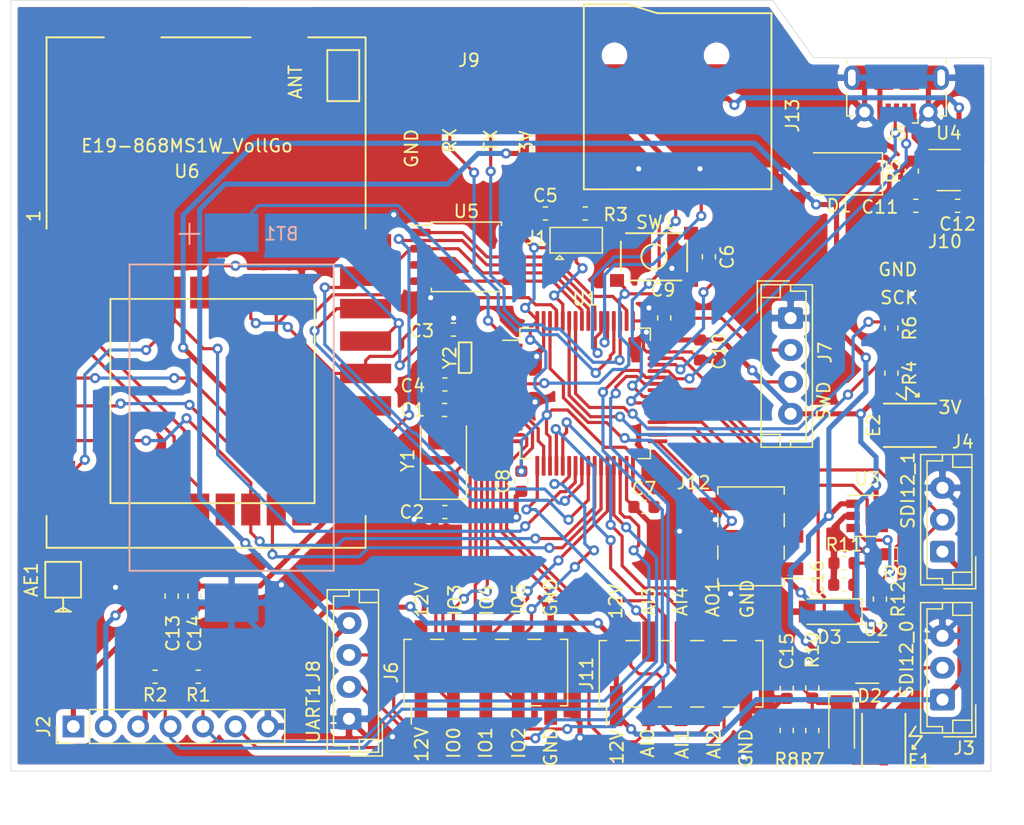
<source format=kicad_pcb>
(kicad_pcb (version 20171130) (host pcbnew 5.1.6-c6e7f7d~87~ubuntu20.04.1)
  (layers (0 F.Cu signal) (31 B.Cu signal) (34 B.Paste user) (35 F.Paste user) (36 B.SilkS user) (37 F.SilkS user) (38 B.Mask user) (39 F.Mask user) (44 Edge.Cuts user))
  (net 0 "")
  (net 1 "Net-(BT1-Pad1)")
  (net 2 GND)
  (net 3 "Net-(C1-Pad1)")
  (net 4 "Net-(C2-Pad1)")
  (net 5 "Net-(C3-Pad1)")
  (net 6 "Net-(C4-Pad1)")
  (net 7 "Net-(C5-Pad1)")
  (net 8 "Net-(C6-Pad2)")
  (net 9 +3V3)
  (net 10 Vusb)
  (net 11 +5V)
  (net 12 +12V)
  (net 13 I2C2_SCK)
  (net 14 I2C2_SDA)
  (net 15 I2C2_SMBA)
  (net 16 USB_DM)
  (net 17 "Net-(J5-Pad4)")
  (net 18 USB_DP)
  (net 19 IO5)
  (net 20 IO2)
  (net 21 IO4)
  (net 22 IO1)
  (net 23 IO3)
  (net 24 IO0)
  (net 25 SWDIO)
  (net 26 SWCLK)
  (net 27 UART1_RX)
  (net 28 UART1_TX)
  (net 29 UART3_TX)
  (net 30 UART3_RX)
  (net 31 I2C1_SDA)
  (net 32 I2C1_SCK)
  (net 33 ADC0)
  (net 34 ADC3)
  (net 35 ADC1)
  (net 36 ADC4)
  (net 37 ADC2)
  (net 38 DAC)
  (net 39 SPI2_SCK)
  (net 40 SPI2_MISO)
  (net 41 SPI2_NSS)
  (net 42 SPI2_MOSI)
  (net 43 "Net-(J13-Pad1)")
  (net 44 SDIO_CD)
  (net 45 SDIO_CMD)
  (net 46 SDIO_CK)
  (net 47 SDIO_D0)
  (net 48 "Net-(J13-Pad8)")
  (net 49 "Net-(J13-Pad9)")
  (net 50 "Net-(J14-Pad1)")
  (net 51 "Net-(R5-Pad1)")
  (net 52 "Net-(U1-Pad2)")
  (net 53 Radio_rst)
  (net 54 Radio_rxen)
  (net 55 Radio_txen)
  (net 56 Radio_dio0)
  (net 57 Radio_dio1)
  (net 58 SDI12_0)
  (net 59 SDI12_1)
  (net 60 SDI12_Dir)
  (net 61 FLASH_NSS)
  (net 62 SPI1_SCK)
  (net 63 SPI1_MISO)
  (net 64 SPI1_MOSI)
  (net 65 RADIO_NSS)
  (net 66 "Net-(U5-Pad3)")
  (net 67 "Net-(U5-Pad7)")
  (net 68 "Net-(U6-Pad5)")
  (net 69 "Net-(U6-Pad4)")
  (net 70 "Net-(U6-Pad3)")
  (net 71 "Net-(U6-Pad2)")
  (net 72 "Net-(AE1-Pad1)")
  (net 73 "Net-(C15-Pad1)")
  (net 74 "Net-(C16-Pad1)")
  (net 75 "Net-(E1-Pad1)")
  (net 76 "Net-(E2-Pad1)")
  (net 77 "Net-(R10-Pad2)")
  (net 78 "Net-(R12-Pad1)")
  (module Resistor_SMD:R_0603_1608Metric (layer F.Cu) (at 162.8 94.2125 90)
    (fp_text reference R7 (at -2.3125 0 180) (layer F.SilkS))
    (fp_text value 510)
    (pad 2 smd roundrect (at 0.7875 0 90) (size 0.875 0.95) (layers F.Cu F.Paste F.Mask) (net 73 "Net-(C15-Pad1)"))
    (pad 1 smd roundrect (at -0.7875 0 90) (size 0.875 0.95) (layers F.Cu F.Paste F.Mask) (net 75 "Net-(E1-Pad1)"))
  )
  (module Personal:E19-868MS1W_VollGo (layer F.Cu) (at 127.8 76.4 90)
    (fp_text reference U6 (at 26 -14) (layer F.SilkS))
    (fp_text value E19-868M30S_Vollgo)
    (fp_text user ANT (at 33 -5.5 90) (layer F.SilkS))
    (fp_text user 1 (at 22.5 -26 90) (layer F.SilkS))
    (fp_text user E19-868MS1W_VollGo (at 28 -14) (layer F.SilkS))
    (pad 12 smd rect (at 16.5 -11 90) (size 2.5 1.5) (layers F.Cu F.Paste F.Mask) (net 62 SPI1_SCK))
    (pad 8 smd rect (at 16.5 -15 90) (size 2.5 1.5) (layers F.Cu F.Paste F.Mask) (net 53 Radio_rst))
    (pad 10 smd rect (at 16.5 -5 90) (size 2.5 1.5) (layers F.Cu F.Paste F.Mask) (net 2 GND))
    (pad 2 smd rect (at 16.5 -17 90) (size 2.5 1.5) (layers F.Cu F.Paste F.Mask) (net 71 "Net-(U6-Pad2)"))
    (pad 14 smd rect (at 16.5 -9 90) (size 2.5 1.5) (layers F.Cu F.Paste F.Mask) (net 64 SPI1_MOSI))
    (pad 13 smd rect (at 16.5 -7 90) (size 2.5 1.5) (layers F.Cu F.Paste F.Mask) (net 63 SPI1_MISO))
    (pad 1 smd rect (at 16.5 -19 90) (size 2.5 1.5) (layers F.Cu F.Paste F.Mask) (net 2 GND))
    (pad 15 smd rect (at 16.5 -13 90) (size 2.5 1.5) (layers F.Cu F.Paste F.Mask) (net 65 RADIO_NSS))
    (pad 24 smd rect (at -0.5 -19 90) (size 2.5 1.5) (layers F.Cu F.Paste F.Mask) (net 72 "Net-(AE1-Pad1)"))
    (pad 9 smd rect (at -0.5 -17 90) (size 2.5 1.5) (layers F.Cu F.Paste F.Mask) (net 2 GND))
    (pad 4 smd rect (at -0.5 -15 90) (size 2.5 1.5) (layers F.Cu F.Paste F.Mask) (net 69 "Net-(U6-Pad4)"))
    (pad 3 smd rect (at -0.5 -13 90) (size 2.5 1.5) (layers F.Cu F.Paste F.Mask) (net 70 "Net-(U6-Pad3)"))
    (pad 23 smd rect (at -0.5 -11 90) (size 2.5 1.5) (layers F.Cu F.Paste F.Mask) (net 9 +3V3))
    (pad 7 smd rect (at -0.5 -9 90) (size 2.5 1.5) (layers F.Cu F.Paste F.Mask) (net 56 Radio_dio0))
    (pad 6 smd rect (at -0.5 -7 90) (size 2.5 1.5) (layers F.Cu F.Paste F.Mask) (net 57 Radio_dio1))
    (pad 5 smd rect (at -0.5 -5 90) (size 2.5 1.5) (layers F.Cu F.Paste F.Mask) (net 68 "Net-(U6-Pad5)"))
    (pad 10 smd rect (at 0 0 90) (size 1.524 4) (layers F.Cu F.Paste F.Mask) (net 2 GND))
    (pad 11 smd rect (at 2.54 0 90) (size 1.524 4) (layers F.Cu F.Paste F.Mask) (net 11 +5V))
    (pad 12 smd rect (at 5.08 0 90) (size 1.524 4) (layers F.Cu F.Paste F.Mask) (net 62 SPI1_SCK))
    (pad 13 smd rect (at 7.62 0 90) (size 1.524 4) (layers F.Cu F.Paste F.Mask) (net 63 SPI1_MISO))
    (pad 14 smd rect (at 10.16 0 90) (size 1.524 4) (layers F.Cu F.Paste F.Mask) (net 64 SPI1_MOSI))
    (pad 15 smd rect (at 12.7 0 90) (size 1.524 4) (layers F.Cu F.Paste F.Mask) (net 65 RADIO_NSS))
    (pad 16 smd rect (at 15.24 0 90) (size 1.524 4) (layers F.Cu F.Paste F.Mask) (net 55 Radio_txen))
    (pad 17 smd rect (at 17.78 0 90) (size 1.524 4) (layers F.Cu F.Paste F.Mask) (net 54 Radio_rxen))
    (pad 18 smd rect (at 20.32 0 90) (size 1.524 4) (layers F.Cu F.Paste F.Mask) (net 2 GND))
    (pad 9 smd rect (at 0 -24.765 90) (size 1.524 4) (layers F.Cu F.Paste F.Mask) (net 2 GND))
    (pad 8 smd rect (at 2.54 -24.765 90) (size 1.524 4) (layers F.Cu F.Paste F.Mask) (net 53 Radio_rst))
    (pad 7 smd rect (at 5.08 -24.765 90) (size 1.524 4) (layers F.Cu F.Paste F.Mask) (net 56 Radio_dio0))
    (pad 6 smd rect (at 7.62 -24.765 90) (size 1.524 4) (layers F.Cu F.Paste F.Mask) (net 57 Radio_dio1))
    (pad 5 smd rect (at 10.16 -24.765 90) (size 1.524 4) (layers F.Cu F.Paste F.Mask) (net 68 "Net-(U6-Pad5)"))
    (pad 4 smd rect (at 12.7 -24.765 90) (size 1.524 4) (layers F.Cu F.Paste F.Mask) (net 69 "Net-(U6-Pad4)"))
    (pad 3 smd rect (at 15.24 -24.765 90) (size 1.524 4) (layers F.Cu F.Paste F.Mask) (net 70 "Net-(U6-Pad3)"))
    (pad 2 smd rect (at 17.78 -24.765 90) (size 1.524 4) (layers F.Cu F.Paste F.Mask) (net 71 "Net-(U6-Pad2)"))
    (pad 1 smd rect (at 20.32 -24.765 90) (size 1.524 4) (layers F.Cu F.Paste F.Mask) (net 2 GND))
    (pad 19 smd rect (at 36.5 -5.5 90) (size 4 1.524) (layers F.Cu F.Paste F.Mask) (net 50 "Net-(J14-Pad1)"))
    (pad 20 smd rect (at 36.5 -8 90) (size 4 1.524) (layers F.Cu F.Paste F.Mask) (net 2 GND))
    (pad 22 smd rect (at 36 -19.5 90) (size 4 1.524) (layers F.Cu F.Paste F.Mask) (net 2 GND))
    (pad 21 smd rect (at 36 -17 90) (size 4 1.524) (layers F.Cu F.Paste F.Mask) (net 2 GND))
  )
  (module Package_SO:SOP-8_5.28x5.23mm_P1.27mm (layer F.Cu) (at 135.7 57.1)
    (fp_text reference U5 (at 0 -3.56) (layer F.SilkS))
    (fp_text value W25Q64JV)
    (pad 8 smd roundrect (at 3.6 -1.905) (size 1.6 0.6) (layers F.Cu F.Paste F.Mask) (net 9 +3V3))
    (pad 7 smd roundrect (at 3.6 -0.635) (size 1.6 0.6) (layers F.Cu F.Paste F.Mask) (net 67 "Net-(U5-Pad7)"))
    (pad 6 smd roundrect (at 3.6 0.635) (size 1.6 0.6) (layers F.Cu F.Paste F.Mask) (net 62 SPI1_SCK))
    (pad 5 smd roundrect (at 3.6 1.905) (size 1.6 0.6) (layers F.Cu F.Paste F.Mask) (net 64 SPI1_MOSI))
    (pad 4 smd roundrect (at -3.6 1.905) (size 1.6 0.6) (layers F.Cu F.Paste F.Mask) (net 2 GND))
    (pad 3 smd roundrect (at -3.6 0.635) (size 1.6 0.6) (layers F.Cu F.Paste F.Mask) (net 66 "Net-(U5-Pad3)"))
    (pad 2 smd roundrect (at -3.6 -0.635) (size 1.6 0.6) (layers F.Cu F.Paste F.Mask) (net 63 SPI1_MISO))
    (pad 1 smd roundrect (at -3.6 -1.905) (size 1.6 0.6) (layers F.Cu F.Paste F.Mask) (net 61 FLASH_NSS))
  )
  (module Resistor_SMD:R_0603_1608Metric (layer F.Cu) (at 168.1 83.9125 270)
    (fp_text reference R12 (at 0 -1.43 90) (layer F.SilkS))
    (fp_text value 510)
    (pad 2 smd roundrect (at 0.7875 0 270) (size 0.875 0.95) (layers F.Cu F.Paste F.Mask) (net 74 "Net-(C16-Pad1)"))
    (pad 1 smd roundrect (at -0.7875 0 270) (size 0.875 0.95) (layers F.Cu F.Paste F.Mask) (net 78 "Net-(R12-Pad1)"))
  )
  (module Resistor_SMD:R_0603_1608Metric (layer F.Cu) (at 165.2875 81.1)
    (fp_text reference R11 (at 0 -1.43) (layer F.SilkS))
    (fp_text value 200k)
    (pad 2 smd roundrect (at 0.7875 0) (size 0.875 0.95) (layers F.Cu F.Paste F.Mask) (net 74 "Net-(C16-Pad1)"))
    (pad 1 smd roundrect (at -0.7875 0) (size 0.875 0.95) (layers F.Cu F.Paste F.Mask) (net 2 GND))
  )
  (module Resistor_SMD:R_0603_1608Metric (layer F.Cu) (at 162.8 90.8875 90)
    (fp_text reference R10 (at 2.9875 0 90) (layer F.SilkS))
    (fp_text value 510)
    (pad 2 smd roundrect (at 0.7875 0 90) (size 0.875 0.95) (layers F.Cu F.Paste F.Mask) (net 77 "Net-(R10-Pad2)"))
    (pad 1 smd roundrect (at -0.7875 0 90) (size 0.875 0.95) (layers F.Cu F.Paste F.Mask) (net 73 "Net-(C15-Pad1)"))
  )
  (module Resistor_SMD:R_0603_1608Metric (layer F.Cu) (at 169.3125 80.4)
    (fp_text reference R9 (at -0.0125 1.5) (layer F.SilkS))
    (fp_text value 510)
    (pad 2 smd roundrect (at 0.7875 0) (size 0.875 0.95) (layers F.Cu F.Paste F.Mask) (net 76 "Net-(E2-Pad1)"))
    (pad 1 smd roundrect (at -0.7875 0) (size 0.875 0.95) (layers F.Cu F.Paste F.Mask) (net 74 "Net-(C16-Pad1)"))
  )
  (module Resistor_SMD:R_0603_1608Metric (layer F.Cu) (at 160.8 94.2125 90)
    (fp_text reference R8 (at -2.2875 0 180) (layer F.SilkS))
    (fp_text value 200k)
    (pad 2 smd roundrect (at 0.7875 0 90) (size 0.875 0.95) (layers F.Cu F.Paste F.Mask) (net 73 "Net-(C15-Pad1)"))
    (pad 1 smd roundrect (at -0.7875 0 90) (size 0.875 0.95) (layers F.Cu F.Paste F.Mask) (net 2 GND))
  )
  (module Personal:SDI12-SparkGap (layer F.Cu) (at 170.4 70.3 90)
    (fp_text reference E2 (at 0 -2.8 90) (layer F.SilkS))
    (fp_text value SPARK_GAP)
    (pad 1 smd custom (at 0 -1.7 90) (size 0.65 0.5) (layers F.Cu F.Paste F.Mask) (net 76 "Net-(E2-Pad1)") (options (clearance outline) (anchor rect)) (primitives (gr_poly (pts (xy 1.5 0.5) (xy 1 1.5) (xy 0.5 0.5) (xy 0 1.5) (xy -0.5 0.5) (xy -1 1.5) (xy -1.5 0.5) (xy -1.5 0) (xy 1.5 0)) (width 0.1))))
    (pad 2 smd custom (at 0 1.8 90) (size 0.65 0.5) (layers F.Cu F.Paste F.Mask) (net 2 GND) (options (clearance outline) (anchor rect)) (primitives (gr_poly (pts (xy -1.5 -0.6) (xy -1 -1.6) (xy -0.5 -0.6) (xy 0 -1.6) (xy 0.5 -0.6) (xy 1 -1.6) (xy 1.5 -0.6) (xy 1.5 -0.1) (xy -1.5 -0.1)) (width 0.1))))
  )
  (module Personal:SDI12-SparkGap (layer F.Cu) (at 168.4 94.9)
    (fp_text reference E1 (at 2.8 1.7) (layer F.SilkS))
    (fp_text value SPARK_GAP)
    (pad 1 smd custom (at 0 -1.7) (size 0.65 0.5) (layers F.Cu F.Paste F.Mask) (net 75 "Net-(E1-Pad1)") (options (clearance outline) (anchor rect)) (primitives (gr_poly (pts (xy 1.5 0.5) (xy 1 1.5) (xy 0.5 0.5) (xy 0 1.5) (xy -0.5 0.5) (xy -1 1.5) (xy -1.5 0.5) (xy -1.5 0) (xy 1.5 0)) (width 0.1))))
    (pad 2 smd custom (at 0 1.8) (size 0.65 0.5) (layers F.Cu F.Paste F.Mask) (net 2 GND) (options (clearance outline) (anchor rect)) (primitives (gr_poly (pts (xy -1.5 -0.6) (xy -1 -1.6) (xy -0.5 -0.6) (xy 0 -1.6) (xy 0.5 -0.6) (xy 1 -1.6) (xy 1.5 -0.6) (xy 1.5 -0.1) (xy -1.5 -0.1)) (width 0.1))))
  )
  (module Diode_SMD:D_MiniMELF (layer F.Cu) (at 164.15 84.9 180)
    (fp_text reference D3 (at 0 -2) (layer F.SilkS))
    (fp_text value ZMM7V5)
    (pad 2 smd rect (at 1.75 0 180) (size 1.3 1.7) (layers F.Cu F.Paste F.Mask) (net 2 GND))
    (pad 1 smd rect (at -1.75 0 180) (size 1.3 1.7) (layers F.Cu F.Paste F.Mask) (net 74 "Net-(C16-Pad1)"))
  )
  (module Diode_SMD:D_MiniMELF (layer F.Cu) (at 165.1 93.85 270)
    (fp_text reference D2 (at -2.35 -2.2 180) (layer F.SilkS))
    (fp_text value ZMM7V5)
    (pad 2 smd rect (at 1.75 0 270) (size 1.3 1.7) (layers F.Cu F.Paste F.Mask) (net 2 GND))
    (pad 1 smd rect (at -1.75 0 270) (size 1.3 1.7) (layers F.Cu F.Paste F.Mask) (net 73 "Net-(C15-Pad1)"))
  )
  (module Capacitor_SMD:C_0603_1608Metric (layer F.Cu) (at 165.27 82.8 180)
    (fp_text reference C16 (at 2.07 0.5 270) (layer F.SilkS))
    (fp_text value 3n3)
    (pad 2 smd roundrect (at 0.7875 0 180) (size 0.875 0.95) (layers F.Cu F.Paste F.Mask) (net 2 GND))
    (pad 1 smd roundrect (at -0.7875 0 180) (size 0.875 0.95) (layers F.Cu F.Paste F.Mask) (net 74 "Net-(C16-Pad1)"))
  )
  (module Capacitor_SMD:C_0603_1608Metric (layer F.Cu) (at 160.8 90.9125 270)
    (fp_text reference C15 (at -2.9125 0 270) (layer F.SilkS))
    (fp_text value 3n3)
    (pad 2 smd roundrect (at 0.7875 0 270) (size 0.875 0.95) (layers F.Cu F.Paste F.Mask) (net 2 GND))
    (pad 1 smd roundrect (at -0.7875 0 270) (size 0.875 0.95) (layers F.Cu F.Paste F.Mask) (net 73 "Net-(C15-Pad1)"))
  )
  (module Personal:KH-IPEX3-2020 (layer F.Cu) (at 104.1 82.4 90)
    (fp_text reference AE1 (at 0 -2.5 90) (layer F.SilkS))
    (fp_text value Antenna_Shield)
    (pad 2 smd rect (at 0.975 0 90) (size 0.65 0.5) (layers F.Cu F.Paste F.Mask) (net 2 GND))
    (pad 2 smd rect (at 0 1 90) (size 1.5 0.6) (layers F.Cu F.Paste F.Mask) (net 2 GND))
    (pad 2 smd rect (at 0 -1 90) (size 1.5 0.6) (layers F.Cu F.Paste F.Mask) (net 2 GND))
    (pad 1 smd rect (at -1.05 0 90) (size 0.5 0.5) (layers F.Cu F.Paste F.Mask) (net 72 "Net-(AE1-Pad1)"))
  )
  (module Capacitor_SMD:C_0603_1608Metric (layer F.Cu) (at 114.4 83.6875 270)
    (fp_text reference C14 (at 2.9125 0 90) (layer F.SilkS))
    (fp_text value 4u7)
    (pad 2 smd roundrect (at 0.7875 0 270) (size 0.875 0.95) (layers F.Cu F.Paste F.Mask) (net 2 GND))
    (pad 1 smd roundrect (at -0.7875 0 270) (size 0.875 0.95) (layers F.Cu F.Paste F.Mask) (net 11 +5V))
  )
  (module Capacitor_SMD:C_0603_1608Metric (layer F.Cu) (at 112.6 83.6875 270)
    (fp_text reference C13 (at 2.9125 -0.1 90) (layer F.SilkS))
    (fp_text value 100n)
    (pad 2 smd roundrect (at 0.7875 0 270) (size 0.875 0.95) (layers F.Cu F.Paste F.Mask) (net 2 GND))
    (pad 1 smd roundrect (at -0.7875 0 270) (size 0.875 0.95) (layers F.Cu F.Paste F.Mask) (net 11 +5V))
  )
  (module Crystal:Crystal_SMD_5032-2Pin_5.0x3.2mm (layer F.Cu) (at 133.9 73.05 90)
    (fp_text reference Y1 (at 0 -2.8 90) (layer F.SilkS))
    (fp_text value 8Mhz)
    (pad 1 smd rect (at -1.85 0 90) (size 2 2.4) (layers F.Cu F.Paste F.Mask) (net 4 "Net-(C2-Pad1)"))
    (pad 2 smd rect (at 1.85 0 90) (size 2 2.4) (layers F.Cu F.Paste F.Mask) (net 3 "Net-(C1-Pad1)"))
  )
  (module Personal:BT-CR2032 (layer B.Cu) (at 117.3 69.7 180)
    (fp_text reference BT1 (at -3.9 14.4 180) (layer B.SilkS) (effects (justify mirror)))
    (fp_text value Battery_Cell)
    (pad 2 smd rect (at 0 -14.5 180) (size 4.2 3) (layers B.Cu B.Paste B.Mask) (net 2 GND))
    (pad 1 smd rect (at 0 14.5 180) (size 4.2 3) (layers B.Cu B.Paste B.Mask) (net 1 "Net-(BT1-Pad1)"))
  )
  (module Capacitor_SMD:C_0603_1608Metric (layer F.Cu) (at 133.9875 69.1 180)
    (fp_text reference C1 (at 2.4875 0) (layer F.SilkS))
    (fp_text value 30p)
    (pad 1 smd roundrect (at -0.7875 0 180) (size 0.875 0.95) (layers F.Cu F.Paste F.Mask) (net 3 "Net-(C1-Pad1)"))
    (pad 2 smd roundrect (at 0.7875 0 180) (size 0.875 0.95) (layers F.Cu F.Paste F.Mask) (net 2 GND))
  )
  (module Capacitor_SMD:C_0603_1608Metric (layer F.Cu) (at 134.0125 77.1 180)
    (fp_text reference C2 (at 2.5875 0) (layer F.SilkS))
    (fp_text value 30p)
    (pad 2 smd roundrect (at 0.7875 0 180) (size 0.875 0.95) (layers F.Cu F.Paste F.Mask) (net 2 GND))
    (pad 1 smd roundrect (at -0.7875 0 180) (size 0.875 0.95) (layers F.Cu F.Paste F.Mask) (net 4 "Net-(C2-Pad1)"))
  )
  (module Capacitor_SMD:C_0603_1608Metric (layer F.Cu) (at 134.6875 62.8 180)
    (fp_text reference C3 (at 2.4875 -0.1) (layer F.SilkS))
    (fp_text value 20p)
    (pad 1 smd roundrect (at -0.7875 0 180) (size 0.875 0.95) (layers F.Cu F.Paste F.Mask) (net 5 "Net-(C3-Pad1)"))
    (pad 2 smd roundrect (at 0.7875 0 180) (size 0.875 0.95) (layers F.Cu F.Paste F.Mask) (net 2 GND))
  )
  (module Capacitor_SMD:C_0603_1608Metric (layer F.Cu) (at 134.0125 67.1 180)
    (fp_text reference C4 (at 2.5125 -0.1) (layer F.SilkS))
    (fp_text value 20p)
    (pad 2 smd roundrect (at 0.7875 0 180) (size 0.875 0.95) (layers F.Cu F.Paste F.Mask) (net 2 GND))
    (pad 1 smd roundrect (at -0.7875 0 180) (size 0.875 0.95) (layers F.Cu F.Paste F.Mask) (net 6 "Net-(C4-Pad1)"))
  )
  (module Capacitor_SMD:C_0603_1608Metric (layer F.Cu) (at 141.8875 53.7 180)
    (fp_text reference C5 (at 0 1.4) (layer F.SilkS))
    (fp_text value 100n)
    (pad 1 smd roundrect (at -0.7875 0 180) (size 0.875 0.95) (layers F.Cu F.Paste F.Mask) (net 7 "Net-(C5-Pad1)"))
    (pad 2 smd roundrect (at 0.7875 0 180) (size 0.875 0.95) (layers F.Cu F.Paste F.Mask) (net 2 GND))
  )
  (module Capacitor_SMD:C_0603_1608Metric (layer F.Cu) (at 154.7 57.1 270)
    (fp_text reference C6 (at 0 -1.43 90) (layer F.SilkS))
    (fp_text value 100n)
    (pad 2 smd roundrect (at 0.7875 0 270) (size 0.875 0.95) (layers F.Cu F.Paste F.Mask) (net 8 "Net-(C6-Pad2)"))
    (pad 1 smd roundrect (at -0.7875 0 270) (size 0.875 0.95) (layers F.Cu F.Paste F.Mask) (net 2 GND))
  )
  (module Capacitor_SMD:C_0603_1608Metric (layer F.Cu) (at 149.6125 76.7)
    (fp_text reference C7 (at 0 -1.43) (layer F.SilkS))
    (fp_text value 1u)
    (pad 1 smd roundrect (at -0.7875 0) (size 0.875 0.95) (layers F.Cu F.Paste F.Mask) (net 2 GND))
    (pad 2 smd roundrect (at 0.7875 0) (size 0.875 0.95) (layers F.Cu F.Paste F.Mask) (net 9 +3V3))
  )
  (module Capacitor_SMD:C_0603_1608Metric (layer F.Cu) (at 140 74.6875 90)
    (fp_text reference C8 (at 0 -1.43 90) (layer F.SilkS))
    (fp_text value 100n)
    (pad 2 smd roundrect (at 0.7875 0 90) (size 0.875 0.95) (layers F.Cu F.Paste F.Mask) (net 9 +3V3))
    (pad 1 smd roundrect (at -0.7875 0 90) (size 0.875 0.95) (layers F.Cu F.Paste F.Mask) (net 2 GND))
  )
  (module Capacitor_SMD:C_0603_1608Metric (layer F.Cu) (at 151.2 61.8875 270)
    (fp_text reference C9 (at -2.1875 0.1 180) (layer F.SilkS))
    (fp_text value 1u)
    (pad 1 smd roundrect (at -0.7875 0 270) (size 0.875 0.95) (layers F.Cu F.Paste F.Mask) (net 2 GND))
    (pad 2 smd roundrect (at 0.7875 0 270) (size 0.875 0.95) (layers F.Cu F.Paste F.Mask) (net 9 +3V3))
  )
  (module Capacitor_SMD:C_0603_1608Metric (layer F.Cu) (at 154 64.4 90)
    (fp_text reference C10 (at -0.1 1.5 270) (layer F.SilkS))
    (fp_text value 100n)
    (pad 2 smd roundrect (at 0.7875 0 90) (size 0.875 0.95) (layers F.Cu F.Paste F.Mask) (net 9 +3V3))
    (pad 1 smd roundrect (at -0.7875 0 90) (size 0.875 0.95) (layers F.Cu F.Paste F.Mask) (net 2 GND))
  )
  (module Capacitor_SMD:C_0603_1608Metric (layer F.Cu) (at 170.9125 53.1)
    (fp_text reference C11 (at -2.8125 0.1) (layer F.SilkS))
    (fp_text value 1u)
    (pad 1 smd roundrect (at -0.7875 0) (size 0.875 0.95) (layers F.Cu F.Paste F.Mask) (net 10 Vusb))
    (pad 2 smd roundrect (at 0.7875 0) (size 0.875 0.95) (layers F.Cu F.Paste F.Mask) (net 2 GND))
  )
  (module Capacitor_SMD:C_0603_1608Metric (layer F.Cu) (at 174.1875 53.1 180)
    (fp_text reference C12 (at 0 -1.43) (layer F.SilkS))
    (fp_text value 1u)
    (pad 2 smd roundrect (at 0.7875 0 180) (size 0.875 0.95) (layers F.Cu F.Paste F.Mask) (net 2 GND))
    (pad 1 smd roundrect (at -0.7875 0 180) (size 0.875 0.95) (layers F.Cu F.Paste F.Mask) (net 9 +3V3))
  )
  (module Diode_SMD:D_SMA (layer F.Cu) (at 164.9 50.6 180)
    (fp_text reference D1 (at 0 -2.5) (layer F.SilkS))
    (fp_text value S14)
    (pad 1 smd rect (at -2 0 180) (size 2.5 1.8) (layers F.Cu F.Paste F.Mask) (net 11 +5V))
    (pad 2 smd rect (at 2 0 180) (size 2.5 1.8) (layers F.Cu F.Paste F.Mask) (net 10 Vusb))
  )
  (module Jumper:SolderJumper-3_P1.3mm_Open_Pad1.0x1.5mm (layer F.Cu) (at 144.3 55.8)
    (fp_text reference J1 (at -3.1 -0.2) (layer F.SilkS))
    (fp_text value Conn_01x03_Male)
    (pad 3 smd rect (at 1.3 0) (size 1 1.5) (layers F.Cu F.Mask) (net 2 GND))
    (pad 2 smd rect (at 0 0) (size 1 1.5) (layers F.Cu F.Mask) (net 7 "Net-(C5-Pad1)"))
    (pad 1 smd rect (at -1.3 0) (size 1 1.5) (layers F.Cu F.Mask) (net 9 +3V3))
  )
  (module Connector_PinHeader_2.54mm:PinHeader_1x07_P2.54mm_Vertical (layer F.Cu) (at 104.9 93.9 90)
    (fp_text reference J2 (at 0 -2.33 90) (layer F.SilkS))
    (fp_text value Conn_01x07_Female)
    (pad 1 thru_hole rect (at 0 0 90) (size 1.7 1.7) (drill 1) (layers *.Cu *.Mask) (net 12 +12V))
    (pad 2 thru_hole oval (at 0 2.54 90) (size 1.7 1.7) (drill 1) (layers *.Cu *.Mask) (net 11 +5V))
    (pad 3 thru_hole oval (at 0 5.08 90) (size 1.7 1.7) (drill 1) (layers *.Cu *.Mask) (net 9 +3V3))
    (pad 4 thru_hole oval (at 0 7.62 90) (size 1.7 1.7) (drill 1) (layers *.Cu *.Mask) (net 13 I2C2_SCK))
    (pad 5 thru_hole oval (at 0 10.16 90) (size 1.7 1.7) (drill 1) (layers *.Cu *.Mask) (net 14 I2C2_SDA))
    (pad 6 thru_hole oval (at 0 12.7 90) (size 1.7 1.7) (drill 1) (layers *.Cu *.Mask) (net 15 I2C2_SMBA))
    (pad 7 thru_hole oval (at 0 15.24 90) (size 1.7 1.7) (drill 1) (layers *.Cu *.Mask) (net 2 GND))
  )
  (module Connector_JST:JST_EH_B3B-EH-A_1x03_P2.50mm_Vertical (layer F.Cu) (at 173 91.8 90)
    (fp_text reference J3 (at -3.8 1.7 180) (layer F.SilkS))
    (fp_text value Conn_01x03_Male)
    (pad 1 thru_hole roundrect (at 0 0 90) (size 1.7 1.95) (drill 0.95) (layers *.Cu *.Mask) (roundrect_rratio 0.147059) (net 12 +12V))
    (pad 2 thru_hole oval (at 2.5 0 90) (size 1.7 1.95) (drill 0.95) (layers *.Cu *.Mask) (net 75 "Net-(E1-Pad1)"))
    (pad 3 thru_hole oval (at 5 0 90) (size 1.7 1.95) (drill 0.95) (layers *.Cu *.Mask) (net 2 GND))
  )
  (module Connector_JST:JST_EH_B3B-EH-A_1x03_P2.50mm_Vertical (layer F.Cu) (at 173 80.2 90)
    (fp_text reference J4 (at 8.6 1.6 180) (layer F.SilkS))
    (fp_text value Conn_01x03_Male)
    (pad 3 thru_hole oval (at 5 0 90) (size 1.7 1.95) (drill 0.95) (layers *.Cu *.Mask) (net 2 GND))
    (pad 2 thru_hole oval (at 2.5 0 90) (size 1.7 1.95) (drill 0.95) (layers *.Cu *.Mask) (net 76 "Net-(E2-Pad1)"))
    (pad 1 thru_hole roundrect (at 0 0 90) (size 1.7 1.95) (drill 0.95) (layers *.Cu *.Mask) (roundrect_rratio 0.147059) (net 12 +12V))
  )
  (module Connector_USB:USB_Micro-B_Molex-105017-0001 (layer F.Cu) (at 169.4 44.3 180)
    (fp_text reference J5 (at 0 -3.1125) (layer F.SilkS))
    (fp_text value USB_B_Micro)
    (pad 6 smd rect (at 1 1.2375 180) (size 1.5 1.9) (layers F.Cu F.Paste F.Mask) (net 2 GND))
    (pad 6 thru_hole circle (at -2.5 -1.4625 180) (size 1.45 1.45) (drill 0.85) (layers *.Cu *.Mask) (net 2 GND))
    (pad 2 smd rect (at -0.65 -1.4625 180) (size 0.4 1.35) (layers F.Cu F.Paste F.Mask) (net 16 USB_DM))
    (pad 1 smd rect (at -1.3 -1.4625 180) (size 0.4 1.35) (layers F.Cu F.Paste F.Mask) (net 10 Vusb))
    (pad 5 smd rect (at 1.3 -1.4625 180) (size 0.4 1.35) (layers F.Cu F.Paste F.Mask) (net 2 GND))
    (pad 4 smd rect (at 0.65 -1.4625 180) (size 0.4 1.35) (layers F.Cu F.Paste F.Mask) (net 17 "Net-(J5-Pad4)"))
    (pad 3 smd rect (at 0 -1.4625 180) (size 0.4 1.35) (layers F.Cu F.Paste F.Mask) (net 18 USB_DP))
    (pad 6 thru_hole circle (at 2.5 -1.4625 180) (size 1.45 1.45) (drill 0.85) (layers *.Cu *.Mask) (net 2 GND))
    (pad 6 smd rect (at -1 1.2375 180) (size 1.5 1.9) (layers F.Cu F.Paste F.Mask) (net 2 GND))
    (pad 6 thru_hole oval (at -3.5 1.2375) (size 1.2 1.9) (drill oval 0.6 1.3) (layers *.Cu *.Mask) (net 2 GND))
    (pad 6 thru_hole oval (at 3.5 1.2375 180) (size 1.2 1.9) (drill oval 0.6 1.3) (layers *.Cu *.Mask) (net 2 GND))
    (pad 6 smd rect (at 2.9 1.2375 180) (size 1.2 1.9) (layers F.Cu F.Mask) (net 2 GND))
    (pad 6 smd rect (at -2.9 1.2375 180) (size 1.2 1.9) (layers F.Cu F.Mask) (net 2 GND))
  )
  (module Connector_PinHeader_2.54mm:PinHeader_2x05_P2.54mm_Vertical_SMD (layer F.Cu) (at 137.22 89.675 90)
    (fp_text reference J6 (at 0 -7.41 90) (layer F.SilkS))
    (fp_text value Conn_02x05_Odd_Even)
    (pad 10 smd rect (at 2.525 5.08 90) (size 3.15 1) (layers F.Cu F.Paste F.Mask) (net 2 GND))
    (pad 9 smd rect (at -2.525 5.08 90) (size 3.15 1) (layers F.Cu F.Paste F.Mask) (net 2 GND))
    (pad 8 smd rect (at 2.525 2.54 90) (size 3.15 1) (layers F.Cu F.Paste F.Mask) (net 19 IO5))
    (pad 7 smd rect (at -2.525 2.54 90) (size 3.15 1) (layers F.Cu F.Paste F.Mask) (net 20 IO2))
    (pad 6 smd rect (at 2.525 0 90) (size 3.15 1) (layers F.Cu F.Paste F.Mask) (net 21 IO4))
    (pad 5 smd rect (at -2.525 0 90) (size 3.15 1) (layers F.Cu F.Paste F.Mask) (net 22 IO1))
    (pad 4 smd rect (at 2.525 -2.54 90) (size 3.15 1) (layers F.Cu F.Paste F.Mask) (net 23 IO3))
    (pad 3 smd rect (at -2.525 -2.54 90) (size 3.15 1) (layers F.Cu F.Paste F.Mask) (net 24 IO0))
    (pad 2 smd rect (at 2.525 -5.08 90) (size 3.15 1) (layers F.Cu F.Paste F.Mask) (net 12 +12V))
    (pad 1 smd rect (at -2.525 -5.08 90) (size 3.15 1) (layers F.Cu F.Paste F.Mask) (net 12 +12V))
  )
  (module Connector_JST:JST_EH_B4B-EH-A_1x04_P2.50mm_Vertical (layer F.Cu) (at 161.1 61.9 270)
    (fp_text reference J7 (at 2.7 -2.7 90) (layer F.SilkS))
    (fp_text value Conn_01x04_Male)
    (pad 4 thru_hole oval (at 7.5 0 270) (size 1.7 1.95) (drill 0.95) (layers *.Cu *.Mask) (net 9 +3V3))
    (pad 3 thru_hole oval (at 5 0 270) (size 1.7 1.95) (drill 0.95) (layers *.Cu *.Mask) (net 25 SWDIO))
    (pad 2 thru_hole oval (at 2.5 0 270) (size 1.7 1.95) (drill 0.95) (layers *.Cu *.Mask) (net 26 SWCLK))
    (pad 1 thru_hole roundrect (at 0 0 270) (size 1.7 1.95) (drill 0.95) (layers *.Cu *.Mask) (roundrect_rratio 0.147059) (net 2 GND))
  )
  (module Connector_JST:JST_EH_B4B-EH-A_1x04_P2.50mm_Vertical (layer F.Cu) (at 126.5 93.3 90)
    (fp_text reference J8 (at 3.75 -2.8 90) (layer F.SilkS))
    (fp_text value Conn_01x04_Male)
    (pad 1 thru_hole roundrect (at 0 0 90) (size 1.7 1.95) (drill 0.95) (layers *.Cu *.Mask) (roundrect_rratio 0.147059) (net 2 GND))
    (pad 2 thru_hole oval (at 2.5 0 90) (size 1.7 1.95) (drill 0.95) (layers *.Cu *.Mask) (net 27 UART1_RX))
    (pad 3 thru_hole oval (at 5 0 90) (size 1.7 1.95) (drill 0.95) (layers *.Cu *.Mask) (net 28 UART1_TX))
    (pad 4 thru_hole oval (at 7.5 0 90) (size 1.7 1.95) (drill 0.95) (layers *.Cu *.Mask) (net 9 +3V3))
  )
  (module Personal:Conn_SMD_01x04_Wire (layer F.Cu) (at 135.9 44.7)
    (fp_text reference J9 (at 0 -3) (layer F.SilkS))
    (fp_text value Conn_01x04_Male)
    (pad 4 smd rect (at 4.5 0) (size 2 4) (layers F.Cu F.Paste F.Mask) (net 9 +3V3))
    (pad 3 smd rect (at 1.5 0) (size 2 4) (layers F.Cu F.Paste F.Mask) (net 29 UART3_TX))
    (pad 2 smd rect (at -1.5 0) (size 2 4) (layers F.Cu F.Paste F.Mask) (net 30 UART3_RX))
    (pad 1 smd rect (at -4.5 0) (size 2 4) (layers F.Cu F.Paste F.Mask) (net 2 GND))
  )
  (module Personal:Conn_SMD_01x04_Wire (layer F.Cu) (at 173.6 62.3 90)
    (fp_text reference J10 (at 6.4 -0.4) (layer F.SilkS))
    (fp_text value Conn_01x04_Male)
    (pad 1 smd rect (at -4.5 0 90) (size 2 4) (layers F.Cu F.Paste F.Mask) (net 9 +3V3))
    (pad 2 smd rect (at -1.5 0 90) (size 2 4) (layers F.Cu F.Paste F.Mask) (net 31 I2C1_SDA))
    (pad 3 smd rect (at 1.5 0 90) (size 2 4) (layers F.Cu F.Paste F.Mask) (net 32 I2C1_SCK))
    (pad 4 smd rect (at 4.5 0 90) (size 2 4) (layers F.Cu F.Paste F.Mask) (net 2 GND))
  )
  (module Connector_PinHeader_2.54mm:PinHeader_2x05_P2.54mm_Vertical_SMD (layer F.Cu) (at 152.52 89.775 90)
    (fp_text reference J11 (at 0 -7.41 90) (layer F.SilkS))
    (fp_text value Conn_02x05_Odd_Even)
    (pad 1 smd rect (at -2.525 -5.08 90) (size 3.15 1) (layers F.Cu F.Paste F.Mask) (net 12 +12V))
    (pad 2 smd rect (at 2.525 -5.08 90) (size 3.15 1) (layers F.Cu F.Paste F.Mask) (net 12 +12V))
    (pad 3 smd rect (at -2.525 -2.54 90) (size 3.15 1) (layers F.Cu F.Paste F.Mask) (net 33 ADC0))
    (pad 4 smd rect (at 2.525 -2.54 90) (size 3.15 1) (layers F.Cu F.Paste F.Mask) (net 34 ADC3))
    (pad 5 smd rect (at -2.525 0 90) (size 3.15 1) (layers F.Cu F.Paste F.Mask) (net 35 ADC1))
    (pad 6 smd rect (at 2.525 0 90) (size 3.15 1) (layers F.Cu F.Paste F.Mask) (net 36 ADC4))
    (pad 7 smd rect (at -2.525 2.54 90) (size 3.15 1) (layers F.Cu F.Paste F.Mask) (net 37 ADC2))
    (pad 8 smd rect (at 2.525 2.54 90) (size 3.15 1) (layers F.Cu F.Paste F.Mask) (net 38 DAC))
    (pad 9 smd rect (at -2.525 5.08 90) (size 3.15 1) (layers F.Cu F.Paste F.Mask) (net 2 GND))
    (pad 10 smd rect (at 2.525 5.08 90) (size 3.15 1) (layers F.Cu F.Paste F.Mask) (net 2 GND))
  )
  (module Connector_PinHeader_2.54mm:PinHeader_2x03_P2.54mm_Vertical_SMD (layer F.Cu) (at 158 79 180)
    (fp_text reference J12 (at 4.5 4.2) (layer F.SilkS))
    (fp_text value Conn_02x03_Odd_Even)
    (pad 1 smd rect (at -2.525 -2.54 180) (size 3.15 1) (layers F.Cu F.Paste F.Mask) (net 9 +3V3))
    (pad 2 smd rect (at 2.525 -2.54 180) (size 3.15 1) (layers F.Cu F.Paste F.Mask) (net 39 SPI2_SCK))
    (pad 3 smd rect (at -2.525 0 180) (size 3.15 1) (layers F.Cu F.Paste F.Mask) (net 40 SPI2_MISO))
    (pad 4 smd rect (at 2.525 0 180) (size 3.15 1) (layers F.Cu F.Paste F.Mask) (net 41 SPI2_NSS))
    (pad 5 smd rect (at -2.525 2.54 180) (size 3.15 1) (layers F.Cu F.Paste F.Mask) (net 42 SPI2_MOSI))
    (pad 6 smd rect (at 2.525 2.54 180) (size 3.15 1) (layers F.Cu F.Paste F.Mask) (net 2 GND))
  )
  (module Personal:MicroSD-KoreanHroparts (layer F.Cu) (at 159.6 37.3 270)
    (fp_text reference J13 (at 8.73 -1.65 90) (layer F.SilkS))
    (fp_text value MicroSD)
    (pad 10 smd rect (at 14 -0.325 270) (size 1.4 1.2) (layers F.Cu F.Paste F.Mask) (net 2 GND))
    (pad 10 smd rect (at 14 14.7 270) (size 1.4 1.2) (layers F.Cu F.Paste F.Mask) (net 2 GND))
    (pad 1 smd rect (at 14.85 9.9 270) (size 1.3 0.7) (layers F.Cu F.Paste F.Mask) (net 43 "Net-(J13-Pad1)"))
    (pad 2 smd rect (at 14.85 8.8 270) (size 1.3 0.7) (layers F.Cu F.Paste F.Mask) (net 44 SDIO_CD))
    (pad 3 smd rect (at 14.85 7.7 270) (size 1.3 0.7) (layers F.Cu F.Paste F.Mask) (net 45 SDIO_CMD))
    (pad 4 smd rect (at 14.85 6.6 270) (size 1.3 0.7) (layers F.Cu F.Paste F.Mask) (net 9 +3V3))
    (pad 5 smd rect (at 14.85 5.5 270) (size 1.3 0.7) (layers F.Cu F.Paste F.Mask) (net 46 SDIO_CK))
    (pad 6 smd rect (at 14.85 4.4 270) (size 1.3 0.7) (layers F.Cu F.Paste F.Mask) (net 2 GND))
    (pad 7 smd rect (at 14.85 3.3 270) (size 1.3 0.7) (layers F.Cu F.Paste F.Mask) (net 47 SDIO_D0))
    (pad 8 smd rect (at 14.85 2.2 270) (size 1.3 0.7) (layers F.Cu F.Paste F.Mask) (net 48 "Net-(J13-Pad8)"))
    (pad 9 smd rect (at 14.85 1.1 270) (size 1.3 0.7) (layers F.Cu F.Paste F.Mask) (net 49 "Net-(J13-Pad9)"))
    (pad 10 smd rect (at 4.3 -0.325 270) (size 2 1.2) (layers F.Cu F.Paste F.Mask) (net 2 GND))
    (pad 10 smd rect (at 4.3 15.005 270) (size 2 1.2) (layers F.Cu F.Paste F.Mask) (net 2 GND))
    (pad "" np_thru_hole circle (at 4.01 12.3 270) (size 1 1) (drill 1) (layers *.Cu *.Mask))
    (pad "" np_thru_hole circle (at 4.01 4.3 270) (size 1 1) (drill 1) (layers *.Cu *.Mask))
  )
  (module Resistor_SMD:R_0603_1608Metric (layer F.Cu) (at 114.6875 90 180)
    (fp_text reference R1 (at 0 -1.43) (layer F.SilkS))
    (fp_text value 10k)
    (pad 2 smd roundrect (at 0.7875 0 180) (size 0.875 0.95) (layers F.Cu F.Paste F.Mask) (net 9 +3V3))
    (pad 1 smd roundrect (at -0.7875 0 180) (size 0.875 0.95) (layers F.Cu F.Paste F.Mask) (net 14 I2C2_SDA))
  )
  (module Resistor_SMD:R_0603_1608Metric (layer F.Cu) (at 111.3125 90 180)
    (fp_text reference R2 (at 0 -1.43) (layer F.SilkS))
    (fp_text value 10k)
    (pad 1 smd roundrect (at -0.7875 0 180) (size 0.875 0.95) (layers F.Cu F.Paste F.Mask) (net 13 I2C2_SCK))
    (pad 2 smd roundrect (at 0.7875 0 180) (size 0.875 0.95) (layers F.Cu F.Paste F.Mask) (net 9 +3V3))
  )
  (module Resistor_SMD:R_0603_1608Metric (layer F.Cu) (at 145.0125 53.7)
    (fp_text reference R3 (at 2.3875 0.1) (layer F.SilkS))
    (fp_text value 100k)
    (pad 2 smd roundrect (at 0.7875 0) (size 0.875 0.95) (layers F.Cu F.Paste F.Mask) (net 2 GND))
    (pad 1 smd roundrect (at -0.7875 0) (size 0.875 0.95) (layers F.Cu F.Paste F.Mask) (net 7 "Net-(C5-Pad1)"))
  )
  (module Resistor_SMD:R_0603_1608Metric (layer F.Cu) (at 169 66.2125 270)
    (fp_text reference R4 (at 0 -1.43 90) (layer F.SilkS))
    (fp_text value 10k)
    (pad 1 smd roundrect (at -0.7875 0 270) (size 0.875 0.95) (layers F.Cu F.Paste F.Mask) (net 31 I2C1_SDA))
    (pad 2 smd roundrect (at 0.7875 0 270) (size 0.875 0.95) (layers F.Cu F.Paste F.Mask) (net 9 +3V3))
  )
  (module Resistor_SMD:R_0603_1608Metric (layer F.Cu) (at 170.6 50.3875 90)
    (fp_text reference R5 (at 0 -1.43 90) (layer F.SilkS))
    (fp_text value 10k)
    (pad 2 smd roundrect (at 0.7875 0 90) (size 0.875 0.95) (layers F.Cu F.Paste F.Mask) (net 10 Vusb))
    (pad 1 smd roundrect (at -0.7875 0 90) (size 0.875 0.95) (layers F.Cu F.Paste F.Mask) (net 51 "Net-(R5-Pad1)"))
  )
  (module Resistor_SMD:R_0603_1608Metric (layer F.Cu) (at 169 62.6875 270)
    (fp_text reference R6 (at 0 -1.43 90) (layer F.SilkS))
    (fp_text value 10k)
    (pad 1 smd roundrect (at -0.7875 0 270) (size 0.875 0.95) (layers F.Cu F.Paste F.Mask) (net 32 I2C1_SCK))
    (pad 2 smd roundrect (at 0.7875 0 270) (size 0.875 0.95) (layers F.Cu F.Paste F.Mask) (net 9 +3V3))
  )
  (module Personal:Button_SMD_SPST_5.2x5.2mm (layer F.Cu) (at 150.4 57.1)
    (fp_text reference SW1 (at 0.1 -2.7) (layer F.SilkS))
    (fp_text value SW_Push)
    (pad 1 smd rect (at -2.9 -1.85) (size 1.1 1) (layers F.Cu F.Paste F.Mask) (net 2 GND))
    (pad 1 smd rect (at 2.9 -1.85) (size 1.1 1) (layers F.Cu F.Paste F.Mask) (net 2 GND))
    (pad 2 smd rect (at -2.9 1.85) (size 1.1 1) (layers F.Cu F.Paste F.Mask) (net 8 "Net-(C6-Pad2)"))
    (pad 2 smd rect (at 2.9 1.85) (size 1.1 1) (layers F.Cu F.Paste F.Mask) (net 8 "Net-(C6-Pad2)"))
  )
  (module Package_TO_SOT_SMD:SOT-23-6 (layer F.Cu) (at 167.1 88.9)
    (fp_text reference U2 (at 0.7 -2.6) (layer F.SilkS))
    (fp_text value SN74LVC1T45DBV)
    (pad 1 smd rect (at -1.1 -0.95) (size 1.06 0.65) (layers F.Cu F.Paste F.Mask) (net 11 +5V))
    (pad 2 smd rect (at -1.1 0) (size 1.06 0.65) (layers F.Cu F.Paste F.Mask) (net 2 GND))
    (pad 3 smd rect (at -1.1 0.95) (size 1.06 0.65) (layers F.Cu F.Paste F.Mask) (net 77 "Net-(R10-Pad2)"))
    (pad 4 smd rect (at 1.1 0.95) (size 1.06 0.65) (layers F.Cu F.Paste F.Mask) (net 58 SDI12_0))
    (pad 6 smd rect (at 1.1 -0.95) (size 1.06 0.65) (layers F.Cu F.Paste F.Mask) (net 9 +3V3))
    (pad 5 smd rect (at 1.1 0) (size 1.06 0.65) (layers F.Cu F.Paste F.Mask) (net 60 SDI12_Dir))
  )
  (module Package_TO_SOT_SMD:SOT-23-6 (layer F.Cu) (at 167.1 77.4)
    (fp_text reference U3 (at 0 -2.9) (layer F.SilkS))
    (fp_text value SN74LVC1T45DBV)
    (pad 5 smd rect (at 1.1 0) (size 1.06 0.65) (layers F.Cu F.Paste F.Mask) (net 60 SDI12_Dir))
    (pad 6 smd rect (at 1.1 -0.95) (size 1.06 0.65) (layers F.Cu F.Paste F.Mask) (net 9 +3V3))
    (pad 4 smd rect (at 1.1 0.95) (size 1.06 0.65) (layers F.Cu F.Paste F.Mask) (net 59 SDI12_1))
    (pad 3 smd rect (at -1.1 0.95) (size 1.06 0.65) (layers F.Cu F.Paste F.Mask) (net 78 "Net-(R12-Pad1)"))
    (pad 2 smd rect (at -1.1 0) (size 1.06 0.65) (layers F.Cu F.Paste F.Mask) (net 2 GND))
    (pad 1 smd rect (at -1.1 -0.95) (size 1.06 0.65) (layers F.Cu F.Paste F.Mask) (net 11 +5V))
  )
  (module Package_TO_SOT_SMD:SOT-23-5 (layer F.Cu) (at 173.5 50.3)
    (fp_text reference U4 (at 0 -2.9) (layer F.SilkS))
    (fp_text value AP7365-SOT25)
    (pad 1 smd rect (at -1.1 -0.95) (size 1.06 0.65) (layers F.Cu F.Paste F.Mask) (net 10 Vusb))
    (pad 2 smd rect (at -1.1 0) (size 1.06 0.65) (layers F.Cu F.Paste F.Mask) (net 2 GND))
    (pad 3 smd rect (at -1.1 0.95) (size 1.06 0.65) (layers F.Cu F.Paste F.Mask) (net 51 "Net-(R5-Pad1)"))
    (pad 4 smd rect (at 1.1 0.95) (size 1.06 0.65) (layers F.Cu F.Paste F.Mask))
    (pad 5 smd rect (at 1.1 -0.95) (size 1.06 0.65) (layers F.Cu F.Paste F.Mask) (net 9 +3V3))
  )
  (module Personal:Crystal_SMD_1610-2Pin_1.6x1.0mm (layer F.Cu) (at 135.6 65 90)
    (fp_text reference Y2 (at 0 -1.2 90) (layer F.SilkS))
    (fp_text value 32.768KHz)
    (pad 1 smd rect (at -0.7 0 90) (size 0.8 0.8) (layers F.Cu F.Paste F.Mask) (net 6 "Net-(C4-Pad1)"))
    (pad 2 smd rect (at 0.7 0 90) (size 0.8 0.8) (layers F.Cu F.Paste F.Mask) (net 5 "Net-(C3-Pad1)"))
  )
  (module Package_QFP:LQFP-64_10x10mm_P0.5mm (layer F.Cu) (at 145 67.8)
    (fp_text reference U1 (at 0 -7.4) (layer F.SilkS))
    (fp_text value STM32F103RETx)
    (pad 1 smd roundrect (at -5.675 -3.75) (size 1.55 0.3) (layers F.Cu F.Paste F.Mask) (net 1 "Net-(BT1-Pad1)"))
    (pad 2 smd roundrect (at -5.675 -3.25) (size 1.55 0.3) (layers F.Cu F.Paste F.Mask) (net 52 "Net-(U1-Pad2)"))
    (pad 3 smd roundrect (at -5.675 -2.75) (size 1.55 0.3) (layers F.Cu F.Paste F.Mask) (net 5 "Net-(C3-Pad1)"))
    (pad 4 smd roundrect (at -5.675 -2.25) (size 1.55 0.3) (layers F.Cu F.Paste F.Mask) (net 6 "Net-(C4-Pad1)"))
    (pad 5 smd roundrect (at -5.675 -1.75) (size 1.55 0.3) (layers F.Cu F.Paste F.Mask) (net 3 "Net-(C1-Pad1)"))
    (pad 6 smd roundrect (at -5.675 -1.25) (size 1.55 0.3) (layers F.Cu F.Paste F.Mask) (net 4 "Net-(C2-Pad1)"))
    (pad 7 smd roundrect (at -5.675 -0.75) (size 1.55 0.3) (layers F.Cu F.Paste F.Mask) (net 8 "Net-(C6-Pad2)"))
    (pad 8 smd roundrect (at -5.675 -0.25) (size 1.55 0.3) (layers F.Cu F.Paste F.Mask) (net 24 IO0))
    (pad 9 smd roundrect (at -5.675 0.25) (size 1.55 0.3) (layers F.Cu F.Paste F.Mask) (net 22 IO1))
    (pad 10 smd roundrect (at -5.675 0.75) (size 1.55 0.3) (layers F.Cu F.Paste F.Mask) (net 20 IO2))
    (pad 11 smd roundrect (at -5.675 1.25) (size 1.55 0.3) (layers F.Cu F.Paste F.Mask) (net 23 IO3))
    (pad 12 smd roundrect (at -5.675 1.75) (size 1.55 0.3) (layers F.Cu F.Paste F.Mask) (net 2 GND))
    (pad 13 smd roundrect (at -5.675 2.25) (size 1.55 0.3) (layers F.Cu F.Paste F.Mask) (net 9 +3V3))
    (pad 14 smd roundrect (at -5.675 2.75) (size 1.55 0.3) (layers F.Cu F.Paste F.Mask) (net 33 ADC0))
    (pad 15 smd roundrect (at -5.675 3.25) (size 1.55 0.3) (layers F.Cu F.Paste F.Mask) (net 35 ADC1))
    (pad 16 smd roundrect (at -5.675 3.75) (size 1.55 0.3) (layers F.Cu F.Paste F.Mask) (net 37 ADC2))
    (pad 17 smd roundrect (at -3.75 5.675) (size 0.3 1.55) (layers F.Cu F.Paste F.Mask) (net 34 ADC3))
    (pad 18 smd roundrect (at -3.25 5.675) (size 0.3 1.55) (layers F.Cu F.Paste F.Mask) (net 2 GND))
    (pad 19 smd roundrect (at -2.75 5.675) (size 0.3 1.55) (layers F.Cu F.Paste F.Mask) (net 9 +3V3))
    (pad 20 smd roundrect (at -2.25 5.675) (size 0.3 1.55) (layers F.Cu F.Paste F.Mask) (net 36 ADC4))
    (pad 21 smd roundrect (at -1.75 5.675) (size 0.3 1.55) (layers F.Cu F.Paste F.Mask) (net 38 DAC))
    (pad 22 smd roundrect (at -1.25 5.675) (size 0.3 1.55) (layers F.Cu F.Paste F.Mask) (net 19 IO5))
    (pad 23 smd roundrect (at -0.75 5.675) (size 0.3 1.55) (layers F.Cu F.Paste F.Mask) (net 53 Radio_rst))
    (pad 24 smd roundrect (at -0.25 5.675) (size 0.3 1.55) (layers F.Cu F.Paste F.Mask) (net 54 Radio_rxen))
    (pad 25 smd roundrect (at 0.25 5.675) (size 0.3 1.55) (layers F.Cu F.Paste F.Mask) (net 55 Radio_txen))
    (pad 26 smd roundrect (at 0.75 5.675) (size 0.3 1.55) (layers F.Cu F.Paste F.Mask) (net 56 Radio_dio0))
    (pad 27 smd roundrect (at 1.25 5.675) (size 0.3 1.55) (layers F.Cu F.Paste F.Mask) (net 57 Radio_dio1))
    (pad 28 smd roundrect (at 1.75 5.675) (size 0.3 1.55) (layers F.Cu F.Paste F.Mask) (net 21 IO4))
    (pad 29 smd roundrect (at 2.25 5.675) (size 0.3 1.55) (layers F.Cu F.Paste F.Mask) (net 13 I2C2_SCK))
    (pad 30 smd roundrect (at 2.75 5.675) (size 0.3 1.55) (layers F.Cu F.Paste F.Mask) (net 14 I2C2_SDA))
    (pad 31 smd roundrect (at 3.25 5.675) (size 0.3 1.55) (layers F.Cu F.Paste F.Mask) (net 2 GND))
    (pad 32 smd roundrect (at 3.75 5.675) (size 0.3 1.55) (layers F.Cu F.Paste F.Mask) (net 9 +3V3))
    (pad 33 smd roundrect (at 5.675 3.75) (size 1.55 0.3) (layers F.Cu F.Paste F.Mask) (net 15 I2C2_SMBA))
    (pad 34 smd roundrect (at 5.675 3.25) (size 1.55 0.3) (layers F.Cu F.Paste F.Mask) (net 39 SPI2_SCK))
    (pad 35 smd roundrect (at 5.675 2.75) (size 1.55 0.3) (layers F.Cu F.Paste F.Mask) (net 40 SPI2_MISO))
    (pad 36 smd roundrect (at 5.675 2.25) (size 1.55 0.3) (layers F.Cu F.Paste F.Mask) (net 42 SPI2_MOSI))
    (pad 37 smd roundrect (at 5.675 1.75) (size 1.55 0.3) (layers F.Cu F.Paste F.Mask) (net 58 SDI12_0))
    (pad 38 smd roundrect (at 5.675 1.25) (size 1.55 0.3) (layers F.Cu F.Paste F.Mask) (net 59 SDI12_1))
    (pad 39 smd roundrect (at 5.675 0.75) (size 1.55 0.3) (layers F.Cu F.Paste F.Mask) (net 47 SDIO_D0))
    (pad 40 smd roundrect (at 5.675 0.25) (size 1.55 0.3) (layers F.Cu F.Paste F.Mask) (net 44 SDIO_CD))
    (pad 41 smd roundrect (at 5.675 -0.25) (size 1.55 0.3) (layers F.Cu F.Paste F.Mask) (net 60 SDI12_Dir))
    (pad 42 smd roundrect (at 5.675 -0.75) (size 1.55 0.3) (layers F.Cu F.Paste F.Mask) (net 28 UART1_TX))
    (pad 43 smd roundrect (at 5.675 -1.25) (size 1.55 0.3) (layers F.Cu F.Paste F.Mask) (net 27 UART1_RX))
    (pad 44 smd roundrect (at 5.675 -1.75) (size 1.55 0.3) (layers F.Cu F.Paste F.Mask) (net 16 USB_DM))
    (pad 45 smd roundrect (at 5.675 -2.25) (size 1.55 0.3) (layers F.Cu F.Paste F.Mask) (net 18 USB_DP))
    (pad 46 smd roundrect (at 5.675 -2.75) (size 1.55 0.3) (layers F.Cu F.Paste F.Mask) (net 25 SWDIO))
    (pad 47 smd roundrect (at 5.675 -3.25) (size 1.55 0.3) (layers F.Cu F.Paste F.Mask) (net 2 GND))
    (pad 48 smd roundrect (at 5.675 -3.75) (size 1.55 0.3) (layers F.Cu F.Paste F.Mask) (net 9 +3V3))
    (pad 49 smd roundrect (at 3.75 -5.675) (size 0.3 1.55) (layers F.Cu F.Paste F.Mask) (net 26 SWCLK))
    (pad 50 smd roundrect (at 3.25 -5.675) (size 0.3 1.55) (layers F.Cu F.Paste F.Mask) (net 61 FLASH_NSS))
    (pad 51 smd roundrect (at 2.75 -5.675) (size 0.3 1.55) (layers F.Cu F.Paste F.Mask) (net 29 UART3_TX))
    (pad 52 smd roundrect (at 2.25 -5.675) (size 0.3 1.55) (layers F.Cu F.Paste F.Mask) (net 30 UART3_RX))
    (pad 53 smd roundrect (at 1.75 -5.675) (size 0.3 1.55) (layers F.Cu F.Paste F.Mask) (net 46 SDIO_CK))
    (pad 54 smd roundrect (at 1.25 -5.675) (size 0.3 1.55) (layers F.Cu F.Paste F.Mask) (net 45 SDIO_CMD))
    (pad 55 smd roundrect (at 0.75 -5.675) (size 0.3 1.55) (layers F.Cu F.Paste F.Mask) (net 62 SPI1_SCK))
    (pad 56 smd roundrect (at 0.25 -5.675) (size 0.3 1.55) (layers F.Cu F.Paste F.Mask) (net 63 SPI1_MISO))
    (pad 57 smd roundrect (at -0.25 -5.675) (size 0.3 1.55) (layers F.Cu F.Paste F.Mask) (net 64 SPI1_MOSI))
    (pad 58 smd roundrect (at -0.75 -5.675) (size 0.3 1.55) (layers F.Cu F.Paste F.Mask) (net 32 I2C1_SCK))
    (pad 59 smd roundrect (at -1.25 -5.675) (size 0.3 1.55) (layers F.Cu F.Paste F.Mask) (net 31 I2C1_SDA))
    (pad 60 smd roundrect (at -1.75 -5.675) (size 0.3 1.55) (layers F.Cu F.Paste F.Mask) (net 7 "Net-(C5-Pad1)"))
    (pad 61 smd roundrect (at -2.25 -5.675) (size 0.3 1.55) (layers F.Cu F.Paste F.Mask) (net 65 RADIO_NSS))
    (pad 62 smd roundrect (at -2.75 -5.675) (size 0.3 1.55) (layers F.Cu F.Paste F.Mask) (net 41 SPI2_NSS))
    (pad 63 smd roundrect (at -3.25 -5.675) (size 0.3 1.55) (layers F.Cu F.Paste F.Mask) (net 2 GND))
    (pad 64 smd roundrect (at -3.75 -5.675) (size 0.3 1.55) (layers F.Cu F.Paste F.Mask) (net 9 +3V3))
  )
  (gr_line (start 162.9 41.5) (end 176.8 41.5) (layer Edge.Cuts) (width 0.05))
  (gr_line (start 159.7 37) (end 162.9 41.5) (layer Edge.Cuts) (width 0.05))
  (gr_line (start 100 37) (end 159.7 37) (layer Edge.Cuts) (width 0.05))
  (gr_text SWD (at 163.7 68.4 90) (layer F.SilkS) (effects (font (size 1 1))))
  (gr_text SDI12_0 (at 170.2 88.6 90) (layer F.SilkS) (effects (font (size 1 1))))
  (gr_text SDI12_1 (at 170.3 75.4 90) (layer F.SilkS) (effects (font (size 1 1))))
  (gr_text UART1 (at 123.7 92.9 90) (layer F.SilkS) (effects (font (size 1 1))))
  (gr_line (start 100 97.4) (end 100 37) (layer Edge.Cuts) (width 0.05))
  (gr_line (start 176.8 97.4) (end 100 97.4) (layer Edge.Cuts) (width 0.05))
  (gr_line (start 176.8 97.2) (end 176.8 97.4) (layer Edge.Cuts) (width 0.05))
  (gr_line (start 176.8 97) (end 176.8 97.2) (layer Edge.Cuts) (width 0.05))
  (gr_line (start 176.8 96) (end 176.8 97) (layer Edge.Cuts) (width 0.05))
  (gr_line (start 176.8 41.5) (end 176.8 96) (layer Edge.Cuts) (width 0.05))
  (gr_text 12V (at 147.5 95.5 90) (layer F.SilkS) (effects (font (size 1 1))))
  (gr_text AI0 (at 149.9 95.2 90) (layer F.SilkS) (effects (font (size 1 1))))
  (gr_text AI1 (at 152.6 95.3 90) (layer F.SilkS) (effects (font (size 1 1))))
  (gr_text AI2 (at 155.1 95.3 90) (layer F.SilkS) (effects (font (size 1 1))))
  (gr_text GND (at 157.6 95.6 90) (layer F.SilkS) (effects (font (size 1 1))))
  (gr_text GND (at 157.7 83.9 90) (layer F.SilkS) (effects (font (size 1 1))))
  (gr_text AO1 (at 155 83.9 90) (layer F.SilkS) (effects (font (size 1 1))))
  (gr_text AI4 (at 152.5 84.1 90) (layer F.SilkS) (effects (font (size 1 1))))
  (gr_text AI3 (at 150 84.1 90) (layer F.SilkS) (effects (font (size 1 1))))
  (gr_text 12V (at 147.4 84.1 90) (layer F.SilkS) (effects (font (size 1 1))))
  (gr_text GND (at 142.3 83.8 90) (layer F.SilkS) (effects (font (size 1 1))))
  (gr_text IO5 (at 139.8 83.9 90) (layer F.SilkS) (effects (font (size 1 1))))
  (gr_text IO4 (at 137.3 84 90) (layer F.SilkS) (effects (font (size 1 1))))
  (gr_text IO3 (at 134.8 84 90) (layer F.SilkS) (effects (font (size 1 1))))
  (gr_text 12V (at 132.2 84 90) (layer F.SilkS) (effects (font (size 1 1))))
  (gr_text GND (at 142.3 95.5 90) (layer F.SilkS) (effects (font (size 1 1))))
  (gr_text 12V (at 132.2 95.3 90) (layer F.SilkS) (effects (font (size 1 1))))
  (gr_text IO2 (at 139.8 95.2 90) (layer F.SilkS) (effects (font (size 1 1))))
  (gr_text IO1 (at 137.2 95.2 90) (layer F.SilkS) (effects (font (size 1 1))))
  (gr_text IO0 (at 134.7 95.2 90) (layer F.SilkS) (effects (font (size 1 1))))
  (gr_text 3V (at 173.6 68.9) (layer F.SilkS) (effects (font (size 1 1))))
  (gr_text SCK (at 169.6 60.3) (layer F.SilkS) (effects (font (size 1 1))))
  (gr_text GND (at 169.5 58.1) (layer F.SilkS) (effects (font (size 1 1))))
  (gr_text GND (at 131.4 48.6 90) (layer F.SilkS) (effects (font (size 1 1))))
  (gr_text 3V (at 140.4 48.1 90) (layer F.SilkS) (effects (font (size 1 1))))
  (gr_text TX (at 137.6 48 90) (layer F.SilkS) (effects (font (size 1 1))))
  (gr_text RX (at 134.4 48 90) (layer F.SilkS) (effects (font (size 1 1))))
  (segment (start 130.348001 53.074999) (end 137.4 60.126998) (width 0.25) (layer B.Cu) (net 1))
  (via (at 137.4 62.1) (size 0.8) (drill 0.4) (layers F.Cu B.Cu) (net 1))
  (segment (start 119.425001 53.074999) (end 130.348001 53.074999) (width 0.25) (layer B.Cu) (net 1))
  (segment (start 137.4 60.126998) (end 137.4 62.1) (width 0.25) (layer B.Cu) (net 1))
  (segment (start 117.3 55.2) (end 119.425001 53.074999) (width 0.25) (layer B.Cu) (net 1))
  (segment (start 139.325 64.025) (end 139.325 64.05) (width 0.25) (layer F.Cu) (net 1))
  (segment (start 137.4 62.1) (end 139.325 64.025) (width 0.25) (layer F.Cu) (net 1))
  (segment (start 145.8 55.6) (end 145.6 55.8) (width 0.4) (layer F.Cu) (net 2))
  (segment (start 145.8 53.7) (end 145.8 55.6) (width 0.4) (layer F.Cu) (net 2))
  (segment (start 146.95 55.8) (end 147.5 55.25) (width 0.4) (layer F.Cu) (net 2))
  (segment (start 145.6 55.8) (end 146.95 55.8) (width 0.4) (layer F.Cu) (net 2))
  (segment (start 166.5 43.0625) (end 168.4 43.0625) (width 0.4) (layer F.Cu) (net 2))
  (segment (start 170.4 43.0625) (end 168.4 43.0625) (width 0.4) (layer F.Cu) (net 2))
  (segment (start 172.3 43.0625) (end 170.4 43.0625) (width 0.4) (layer F.Cu) (net 2))
  (segment (start 166.9 43.4625) (end 166.5 43.0625) (width 0.4) (layer F.Cu) (net 2))
  (segment (start 166.9 45.7625) (end 166.9 43.4625) (width 0.4) (layer F.Cu) (net 2))
  (segment (start 168.1 43.3625) (end 168.4 43.0625) (width 0.4) (layer F.Cu) (net 2))
  (segment (start 168.1 45.7625) (end 168.1 43.3625) (width 0.4) (layer F.Cu) (net 2))
  (segment (start 171.9 43.4625) (end 172.3 43.0625) (width 0.4) (layer F.Cu) (net 2))
  (segment (start 171.9 45.7625) (end 171.9 43.4625) (width 0.4) (layer F.Cu) (net 2))
  (segment (start 171.7 53.1) (end 173.4 53.1) (width 0.4) (layer F.Cu) (net 2))
  (segment (start 173.4 50.674998) (end 173.4 53.1) (width 0.4) (layer F.Cu) (net 2))
  (segment (start 173.025002 50.3) (end 173.4 50.674998) (width 0.4) (layer F.Cu) (net 2))
  (segment (start 172.4 50.3) (end 173.025002 50.3) (width 0.4) (layer F.Cu) (net 2))
  (segment (start 173.330001 50.604999) (end 173.4 50.674998) (width 0.4) (layer F.Cu) (net 2))
  (segment (start 173.330001 47.192501) (end 173.330001 50.604999) (width 0.4) (layer F.Cu) (net 2))
  (segment (start 171.9 45.7625) (end 173.330001 47.192501) (width 0.4) (layer F.Cu) (net 2))
  (segment (start 173.4 57.6) (end 173.6 57.8) (width 0.4) (layer F.Cu) (net 2))
  (segment (start 173.4 53.1) (end 173.4 57.6) (width 0.4) (layer F.Cu) (net 2))
  (segment (start 174.37501 76.57501) (end 173 75.2) (width 0.4) (layer B.Cu) (net 2))
  (segment (start 174.37501 85.42499) (end 174.37501 76.57501) (width 0.4) (layer B.Cu) (net 2))
  (segment (start 173 86.8) (end 174.37501 85.42499) (width 0.4) (layer B.Cu) (net 2))
  (segment (start 133.225 69.075) (end 133.2 69.1) (width 0.4) (layer F.Cu) (net 2))
  (segment (start 133.225 67.1) (end 133.225 69.075) (width 0.4) (layer F.Cu) (net 2))
  (segment (start 142.3 92.2) (end 142.3 87.15) (width 0.4) (layer F.Cu) (net 2))
  (segment (start 157.6 92.3) (end 157.6 87.25) (width 0.4) (layer F.Cu) (net 2))
  (segment (start 159.25 88.9) (end 157.6 87.25) (width 0.4) (layer F.Cu) (net 2))
  (segment (start 154.3625 56.3125) (end 153.3 55.25) (width 0.4) (layer F.Cu) (net 2))
  (segment (start 154.7 56.3125) (end 154.3625 56.3125) (width 0.4) (layer F.Cu) (net 2))
  (segment (start 129.299999 46.800001) (end 131.4 44.7) (width 0.4) (layer F.Cu) (net 2))
  (segment (start 144.595 50.995) (end 144.9 51.3) (width 0.4) (layer F.Cu) (net 2))
  (segment (start 159.314999 42.210001) (end 159.925 41.6) (width 0.4) (layer F.Cu) (net 2))
  (segment (start 145.205001 42.210001) (end 159.314999 42.210001) (width 0.4) (layer F.Cu) (net 2))
  (segment (start 144.595 41.6) (end 145.205001 42.210001) (width 0.4) (layer F.Cu) (net 2))
  (segment (start 159.925 41.6) (end 159.925 51.3) (width 0.4) (layer F.Cu) (net 2))
  (segment (start 144.9 52.8) (end 145.8 53.7) (width 0.4) (layer F.Cu) (net 2))
  (segment (start 144.9 51.3) (end 144.9 52.8) (width 0.4) (layer F.Cu) (net 2))
  (segment (start 141.32494 53.7) (end 141.1 53.7) (width 0.4) (layer F.Cu) (net 2))
  (segment (start 143.72494 51.3) (end 141.32494 53.7) (width 0.4) (layer F.Cu) (net 2))
  (segment (start 144.9 51.3) (end 143.72494 51.3) (width 0.4) (layer F.Cu) (net 2))
  (segment (start 155.2 54.3) (end 155.2 52.15) (width 0.4) (layer F.Cu) (net 2))
  (segment (start 154.25 55.25) (end 155.2 54.3) (width 0.4) (layer F.Cu) (net 2))
  (segment (start 153.3 55.25) (end 154.25 55.25) (width 0.4) (layer F.Cu) (net 2))
  (segment (start 161.1 52.475) (end 159.925 51.3) (width 0.4) (layer F.Cu) (net 2))
  (segment (start 161.1 61.9) (end 161.1 52.475) (width 0.4) (layer F.Cu) (net 2))
  (segment (start 133.225 63.475) (end 133.9 62.8) (width 0.4) (layer F.Cu) (net 2))
  (segment (start 133.225 67.1) (end 133.225 63.475) (width 0.4) (layer F.Cu) (net 2))
  (via (at 134.7 61.9) (size 0.8) (drill 0.4) (layers F.Cu B.Cu) (net 2))
  (segment (start 133.9 62.7) (end 134.7 61.9) (width 0.4) (layer F.Cu) (net 2))
  (segment (start 133.9 62.8) (end 133.9 62.7) (width 0.4) (layer F.Cu) (net 2))
  (segment (start 134.5 61.9) (end 132.9 60.3) (width 0.4) (layer B.Cu) (net 2))
  (segment (start 134.7 61.9) (end 134.5 61.9) (width 0.4) (layer B.Cu) (net 2))
  (via (at 130 53.8) (size 0.8) (drill 0.4) (layers F.Cu B.Cu) (net 2))
  (segment (start 132.9 56.7) (end 130 53.8) (width 0.4) (layer B.Cu) (net 2))
  (segment (start 132.9 60.3) (end 132.9 56.7) (width 0.4) (layer B.Cu) (net 2))
  (segment (start 129.299999 53.099999) (end 129.299999 46.800001) (width 0.4) (layer F.Cu) (net 2))
  (segment (start 130 53.8) (end 129.299999 53.099999) (width 0.4) (layer F.Cu) (net 2))
  (segment (start 120.14 87.04) (end 117.3 84.2) (width 0.4) (layer B.Cu) (net 2))
  (segment (start 120.14 93.9) (end 120.14 87.04) (width 0.4) (layer B.Cu) (net 2))
  (segment (start 125.9 93.9) (end 126.5 93.3) (width 0.4) (layer B.Cu) (net 2))
  (segment (start 120.14 93.9) (end 125.9 93.9) (width 0.4) (layer B.Cu) (net 2))
  (via (at 162.5 88.9) (size 0.8) (drill 0.4) (layers F.Cu B.Cu) (net 2))
  (segment (start 162.5 88.9) (end 159.25 88.9) (width 0.4) (layer F.Cu) (net 2))
  (segment (start 173 86.8) (end 164.6 86.8) (width 0.4) (layer B.Cu) (net 2))
  (segment (start 166 88.9) (end 162.5 88.9) (width 0.4) (layer F.Cu) (net 2))
  (segment (start 159.724999 51.099999) (end 159.925 51.3) (width 0.4) (layer F.Cu) (net 2))
  (segment (start 155.629999 51.099999) (end 159.724999 51.099999) (width 0.4) (layer F.Cu) (net 2))
  (segment (start 155.2 51.529998) (end 155.629999 51.099999) (width 0.4) (layer F.Cu) (net 2))
  (segment (start 155.2 52.15) (end 155.2 51.529998) (width 0.4) (layer F.Cu) (net 2))
  (via (at 149.2 50.2) (size 0.8) (drill 0.4) (layers F.Cu B.Cu) (net 2))
  (segment (start 148.1 51.3) (end 149.2 50.2) (width 0.4) (layer F.Cu) (net 2))
  (segment (start 144.9 51.3) (end 148.1 51.3) (width 0.4) (layer F.Cu) (net 2))
  (via (at 154 50.2) (size 0.8) (drill 0.4) (layers F.Cu B.Cu) (net 2))
  (segment (start 149.2 50.2) (end 154 50.2) (width 0.4) (layer B.Cu) (net 2))
  (segment (start 155.2 51.4) (end 155.2 52.15) (width 0.4) (layer F.Cu) (net 2))
  (segment (start 154 50.2) (end 155.2 51.4) (width 0.4) (layer F.Cu) (net 2))
  (via (at 121.2 82.8) (size 0.8) (drill 0.4) (layers F.Cu B.Cu) (net 2))
  (segment (start 125.6 78.4) (end 121.2 82.8) (width 0.4) (layer F.Cu) (net 2))
  (segment (start 128.3 78.4) (end 125.6 78.4) (width 0.4) (layer F.Cu) (net 2))
  (segment (start 119.8 84.2) (end 117.3 84.2) (width 0.4) (layer B.Cu) (net 2))
  (segment (start 121.2 82.8) (end 119.8 84.2) (width 0.4) (layer B.Cu) (net 2))
  (segment (start 133.225 77.1) (end 132.2 77.1) (width 0.4) (layer F.Cu) (net 2))
  (segment (start 130.9 78.4) (end 128.3 78.4) (width 0.4) (layer F.Cu) (net 2))
  (segment (start 132.2 77.1) (end 130.9 78.4) (width 0.4) (layer F.Cu) (net 2))
  (via (at 139.6 77.5) (size 0.8) (drill 0.4) (layers F.Cu B.Cu) (net 2))
  (segment (start 139.6 75.875) (end 139.6 77.5) (width 0.4) (layer F.Cu) (net 2))
  (segment (start 140 75.475) (end 139.6 75.875) (width 0.4) (layer F.Cu) (net 2))
  (via (at 131.6 77.675) (size 0.8) (drill 0.4) (layers F.Cu B.Cu) (net 2))
  (segment (start 131.775 77.5) (end 131.6 77.675) (width 0.4) (layer B.Cu) (net 2))
  (segment (start 139.6 77.5) (end 131.775 77.5) (width 0.4) (layer B.Cu) (net 2))
  (via (at 152.4 78.6) (size 0.8) (drill 0.4) (layers F.Cu B.Cu) (net 2))
  (segment (start 150.725 78.6) (end 152.4 78.6) (width 0.4) (layer F.Cu) (net 2))
  (segment (start 148.825 76.7) (end 150.725 78.6) (width 0.4) (layer F.Cu) (net 2))
  (via (at 155.2 77.7) (size 0.8) (drill 0.4) (layers F.Cu B.Cu) (net 2))
  (segment (start 154.3 78.6) (end 155.2 77.7) (width 0.4) (layer B.Cu) (net 2))
  (segment (start 152.4 78.6) (end 154.3 78.6) (width 0.4) (layer B.Cu) (net 2))
  (segment (start 155.2 76.735) (end 155.475 76.46) (width 0.4) (layer F.Cu) (net 2))
  (segment (start 155.2 77.7) (end 155.2 76.735) (width 0.4) (layer F.Cu) (net 2))
  (via (at 156.4 83.5) (size 0.8) (drill 0.4) (layers F.Cu B.Cu) (net 2))
  (segment (start 157.6 84.7) (end 156.4 83.5) (width 0.4) (layer F.Cu) (net 2))
  (segment (start 157.6 87.25) (end 157.6 84.7) (width 0.4) (layer F.Cu) (net 2))
  (segment (start 156.4 83.5) (end 155.2 82.3) (width 0.4) (layer B.Cu) (net 2))
  (segment (start 155.2 79.5) (end 154.3 78.6) (width 0.4) (layer B.Cu) (net 2))
  (segment (start 155.2 82.3) (end 155.2 79.5) (width 0.4) (layer B.Cu) (net 2))
  (segment (start 165.374998 77.4) (end 165.069999 77.704999) (width 0.4) (layer F.Cu) (net 2))
  (segment (start 132.1 41.6) (end 144.595 41.6) (width 0.4) (layer F.Cu) (net 2))
  (segment (start 131.4 42.3) (end 132.1 41.6) (width 0.4) (layer F.Cu) (net 2))
  (segment (start 131.4 44.7) (end 131.4 42.3) (width 0.4) (layer F.Cu) (net 2))
  (segment (start 144.6 93.6) (end 144.6 94.8) (width 0.4) (layer F.Cu) (net 2))
  (via (at 144.6 94.8) (size 0.8) (drill 0.4) (layers F.Cu B.Cu) (net 2))
  (segment (start 143.2 92.2) (end 144.6 93.6) (width 0.4) (layer F.Cu) (net 2))
  (segment (start 142.3 92.2) (end 143.2 92.2) (width 0.4) (layer F.Cu) (net 2))
  (via (at 129.9 94.7) (size 0.8) (drill 0.4) (layers F.Cu B.Cu) (net 2))
  (segment (start 130.825001 95.625001) (end 129.9 94.7) (width 0.4) (layer B.Cu) (net 2))
  (segment (start 143.774999 95.625001) (end 130.825001 95.625001) (width 0.4) (layer B.Cu) (net 2))
  (segment (start 144.6 94.8) (end 143.774999 95.625001) (width 0.4) (layer B.Cu) (net 2))
  (segment (start 127.9 94.7) (end 126.5 93.3) (width 0.4) (layer F.Cu) (net 2))
  (segment (start 129.9 94.7) (end 127.9 94.7) (width 0.4) (layer F.Cu) (net 2))
  (via (at 170.6 60) (size 0.8) (drill 0.4) (layers F.Cu B.Cu) (net 2))
  (segment (start 173 62.4) (end 170.6 60) (width 0.4) (layer B.Cu) (net 2))
  (segment (start 173 75.2) (end 173 62.4) (width 0.4) (layer B.Cu) (net 2))
  (segment (start 172.8 57.8) (end 173.6 57.8) (width 0.4) (layer F.Cu) (net 2))
  (segment (start 170.6 60) (end 172.8 57.8) (width 0.4) (layer F.Cu) (net 2))
  (via (at 141.2 64.9) (size 0.8) (drill 0.4) (layers F.Cu B.Cu) (net 2))
  (segment (start 141.074999 65.025001) (end 141.2 64.9) (width 0.25) (layer B.Cu) (net 2))
  (segment (start 141.75 64.35) (end 141.75 62.125) (width 0.25) (layer F.Cu) (net 2))
  (segment (start 141.2 64.9) (end 141.75 64.35) (width 0.25) (layer F.Cu) (net 2))
  (segment (start 137.7 64.9) (end 134.7 61.9) (width 0.25) (layer B.Cu) (net 2))
  (segment (start 141.2 64.9) (end 137.7 64.9) (width 0.25) (layer B.Cu) (net 2))
  (segment (start 141.074999 68.640703) (end 141.074999 68.474999) (width 0.25) (layer F.Cu) (net 2))
  (segment (start 140.165702 69.55) (end 141.074999 68.640703) (width 0.25) (layer F.Cu) (net 2))
  (segment (start 139.325 69.55) (end 140.165702 69.55) (width 0.25) (layer F.Cu) (net 2))
  (via (at 141.074999 68.474999) (size 0.8) (drill 0.4) (layers F.Cu B.Cu) (net 2))
  (segment (start 148.25 76.125) (end 148.825 76.7) (width 0.25) (layer F.Cu) (net 2))
  (segment (start 148.25 73.475) (end 148.25 76.125) (width 0.25) (layer F.Cu) (net 2))
  (segment (start 141.75 73.475) (end 141.75 71.95) (width 0.25) (layer F.Cu) (net 2))
  (segment (start 141.32503 71.52503) (end 141.32503 70.572918) (width 0.25) (layer F.Cu) (net 2))
  (segment (start 141.75 71.95) (end 141.32503 71.52503) (width 0.25) (layer F.Cu) (net 2))
  (segment (start 140.302112 69.55) (end 140.165702 69.55) (width 0.25) (layer F.Cu) (net 2))
  (segment (start 141.32503 70.572918) (end 140.302112 69.55) (width 0.25) (layer F.Cu) (net 2))
  (segment (start 137.7 65.1) (end 137.7 64.9) (width 0.25) (layer B.Cu) (net 2))
  (segment (start 141.074999 68.474999) (end 137.7 65.1) (width 0.25) (layer B.Cu) (net 2))
  (segment (start 153.3625 64.55) (end 154 65.1875) (width 0.25) (layer F.Cu) (net 2))
  (segment (start 150.675 64.55) (end 153.3625 64.55) (width 0.25) (layer F.Cu) (net 2))
  (via (at 149.8 63) (size 0.8) (drill 0.4) (layers F.Cu B.Cu) (net 2))
  (segment (start 149.57499 63.22501) (end 149.8 63) (width 0.25) (layer F.Cu) (net 2))
  (segment (start 149.57499 64.290692) (end 149.57499 63.22501) (width 0.25) (layer F.Cu) (net 2))
  (segment (start 149.834298 64.55) (end 149.57499 64.290692) (width 0.25) (layer F.Cu) (net 2))
  (segment (start 150.675 64.55) (end 149.834298 64.55) (width 0.25) (layer F.Cu) (net 2))
  (via (at 150 61.1) (size 0.8) (drill 0.4) (layers F.Cu B.Cu) (net 2))
  (segment (start 149.8 61.3) (end 150 61.1) (width 0.25) (layer B.Cu) (net 2))
  (segment (start 149.8 63) (end 149.8 61.3) (width 0.25) (layer B.Cu) (net 2))
  (segment (start 150 61.1) (end 151.2 61.1) (width 0.25) (layer F.Cu) (net 2))
  (via (at 151.8 58) (size 0.8) (drill 0.4) (layers F.Cu B.Cu) (net 2))
  (segment (start 151.8 59.3) (end 151.8 58) (width 0.25) (layer B.Cu) (net 2))
  (segment (start 150 61.1) (end 151.8 59.3) (width 0.25) (layer B.Cu) (net 2))
  (segment (start 153.0125 58) (end 154.7 56.3125) (width 0.25) (layer F.Cu) (net 2))
  (segment (start 151.8 58) (end 153.0125 58) (width 0.25) (layer F.Cu) (net 2))
  (segment (start 112.6 84.475) (end 114.4 84.475) (width 0.4) (layer F.Cu) (net 2))
  (segment (start 119.525 84.475) (end 121.2 82.8) (width 0.4) (layer F.Cu) (net 2))
  (segment (start 114.4 84.475) (end 119.525 84.475) (width 0.4) (layer F.Cu) (net 2))
  (segment (start 161.3875 43.0625) (end 159.925 41.6) (width 0.4) (layer F.Cu) (net 2))
  (segment (start 166.5 43.0625) (end 161.3875 43.0625) (width 0.4) (layer F.Cu) (net 2))
  (segment (start 160.8 95) (end 160.8 95.8) (width 0.4) (layer F.Cu) (net 2))
  (segment (start 164.86249 95.83751) (end 165.1 95.6) (width 0.4) (layer F.Cu) (net 2))
  (segment (start 160.83751 95.83751) (end 164.86249 95.83751) (width 0.4) (layer F.Cu) (net 2))
  (segment (start 160.8 95.8) (end 160.83751 95.83751) (width 0.4) (layer F.Cu) (net 2))
  (segment (start 165.1 95.6) (end 165.1 95.8) (width 0.4) (layer F.Cu) (net 2))
  (segment (start 166 96.7) (end 168.4 96.7) (width 0.4) (layer F.Cu) (net 2))
  (segment (start 165.1 95.8) (end 166 96.7) (width 0.4) (layer F.Cu) (net 2))
  (segment (start 160.8 91.7) (end 160.5 91.7) (width 0.4) (layer F.Cu) (net 2))
  (segment (start 160.5 91.7) (end 159.5 92.7) (width 0.4) (layer F.Cu) (net 2))
  (segment (start 159.5 93.7) (end 160.8 95) (width 0.4) (layer F.Cu) (net 2))
  (segment (start 159.5 92.7) (end 159.5 93.7) (width 0.4) (layer F.Cu) (net 2))
  (segment (start 158 92.7) (end 157.6 92.3) (width 0.4) (layer F.Cu) (net 2))
  (segment (start 159.5 92.7) (end 158 92.7) (width 0.4) (layer F.Cu) (net 2))
  (segment (start 164.5 78.274998) (end 164.5 81.1) (width 0.4) (layer F.Cu) (net 2))
  (segment (start 165.374998 77.4) (end 164.5 78.274998) (width 0.4) (layer F.Cu) (net 2))
  (segment (start 166 77.4) (end 165.374998 77.4) (width 0.4) (layer F.Cu) (net 2))
  (segment (start 164.5 82.7825) (end 164.4825 82.8) (width 0.4) (layer F.Cu) (net 2))
  (segment (start 164.5 81.1) (end 164.5 82.7825) (width 0.4) (layer F.Cu) (net 2))
  (via (at 167.1 80.1) (size 0.8) (drill 0.4) (layers F.Cu B.Cu) (net 2))
  (segment (start 166.325002 80.1) (end 167.1 80.1) (width 0.4) (layer F.Cu) (net 2))
  (segment (start 164.5 78.274998) (end 166.325002 80.1) (width 0.4) (layer F.Cu) (net 2))
  (segment (start 172.6 86.8) (end 173 86.8) (width 0.4) (layer B.Cu) (net 2))
  (segment (start 167.1 81.3) (end 172.6 86.8) (width 0.4) (layer B.Cu) (net 2))
  (segment (start 167.1 80.1) (end 167.1 81.3) (width 0.4) (layer B.Cu) (net 2))
  (segment (start 172.2 70.3) (end 172.7 70.3) (width 0.4) (layer F.Cu) (net 2))
  (segment (start 173 70.6) (end 173 75.2) (width 0.4) (layer F.Cu) (net 2))
  (segment (start 172.7 70.3) (end 173 70.6) (width 0.4) (layer F.Cu) (net 2))
  (via (at 163.4 86.4) (size 0.8) (drill 0.4) (layers F.Cu B.Cu) (net 2))
  (segment (start 162.4 85.4) (end 163.4 86.4) (width 0.4) (layer F.Cu) (net 2))
  (segment (start 162.4 84.9) (end 162.4 85.4) (width 0.4) (layer F.Cu) (net 2))
  (segment (start 163.9 86.9) (end 164.5 86.9) (width 0.4) (layer B.Cu) (net 2))
  (segment (start 163.4 86.4) (end 163.9 86.9) (width 0.4) (layer B.Cu) (net 2))
  (segment (start 164.5 86.9) (end 162.5 88.9) (width 0.4) (layer B.Cu) (net 2))
  (segment (start 164.6 86.8) (end 164.5 86.9) (width 0.4) (layer B.Cu) (net 2))
  (via (at 132.9 60.3) (size 0.8) (drill 0.4) (layers F.Cu B.Cu) (net 2))
  (segment (start 132.1 59.5) (end 132.9 60.3) (width 0.4) (layer F.Cu) (net 2))
  (segment (start 132.1 59.005) (end 132.1 59.5) (width 0.4) (layer F.Cu) (net 2))
  (segment (start 126.62 56.08) (end 127.8 56.08) (width 0.4) (layer F.Cu) (net 2))
  (segment (start 122.8 59.9) (end 126.62 56.08) (width 0.4) (layer F.Cu) (net 2))
  (segment (start 104.98 56.08) (end 103.035 56.08) (width 0.4) (layer F.Cu) (net 2))
  (segment (start 108.8 59.9) (end 104.98 56.08) (width 0.4) (layer F.Cu) (net 2))
  (segment (start 103.035 80.36) (end 104.1 81.425) (width 0.4) (layer F.Cu) (net 2))
  (segment (start 103.035 76.4) (end 103.035 80.36) (width 0.4) (layer F.Cu) (net 2))
  (segment (start 103.125 82.4) (end 104.1 81.425) (width 0.4) (layer F.Cu) (net 2))
  (segment (start 103.1 82.4) (end 103.125 82.4) (width 0.4) (layer F.Cu) (net 2))
  (segment (start 117.3 84.2) (end 109.1 84.2) (width 0.4) (layer B.Cu) (net 2))
  (segment (start 109.1 84.2) (end 108.2 83.3) (width 0.4) (layer B.Cu) (net 2))
  (segment (start 108.2 83.3) (end 108.2 83) (width 0.4) (layer B.Cu) (net 2))
  (via (at 108.2 83) (size 0.8) (drill 0.4) (layers F.Cu B.Cu) (net 2))
  (segment (start 108.2 83) (end 106.3 84.9) (width 0.4) (layer F.Cu) (net 2))
  (segment (start 104.125 81.425) (end 105.1 82.4) (width 0.4) (layer F.Cu) (net 2))
  (segment (start 104.1 81.425) (end 104.125 81.425) (width 0.4) (layer F.Cu) (net 2))
  (segment (start 103.1 84.1) (end 103.9 84.9) (width 0.4) (layer F.Cu) (net 2))
  (segment (start 103.1 82.4) (end 103.1 84.1) (width 0.4) (layer F.Cu) (net 2))
  (segment (start 106.3 84.9) (end 103.9 84.9) (width 0.4) (layer F.Cu) (net 2))
  (segment (start 110.8 80.4) (end 110.8 76.9) (width 0.4) (layer F.Cu) (net 2))
  (segment (start 108.2 83) (end 110.8 80.4) (width 0.4) (layer F.Cu) (net 2))
  (segment (start 122.8 58.25) (end 120.35 55.8) (width 0.4) (layer F.Cu) (net 2))
  (segment (start 122.8 59.9) (end 122.8 58.25) (width 0.4) (layer F.Cu) (net 2))
  (segment (start 108.8 59.179998) (end 108.8 59.9) (width 0.4) (layer F.Cu) (net 2))
  (segment (start 112.179998 55.8) (end 108.8 59.179998) (width 0.4) (layer F.Cu) (net 2))
  (segment (start 120.35 55.8) (end 112.179998 55.8) (width 0.4) (layer F.Cu) (net 2))
  (segment (start 127.8 56) (end 130 53.8) (width 0.4) (layer F.Cu) (net 2))
  (segment (start 127.8 56.08) (end 127.8 56) (width 0.4) (layer F.Cu) (net 2))
  (segment (start 108.3 40.4) (end 110.8 40.4) (width 0.4) (layer F.Cu) (net 2))
  (segment (start 111.3 39.9) (end 110.8 40.4) (width 0.4) (layer F.Cu) (net 2))
  (segment (start 119.8 39.9) (end 111.3 39.9) (width 0.4) (layer F.Cu) (net 2))
  (segment (start 108.3 50.815) (end 103.035 56.08) (width 0.4) (layer F.Cu) (net 2))
  (segment (start 108.3 40.4) (end 108.3 50.815) (width 0.4) (layer F.Cu) (net 2))
  (segment (start 127.8 77.9) (end 128.3 78.4) (width 0.4) (layer F.Cu) (net 2))
  (segment (start 127.8 76.4) (end 127.8 77.9) (width 0.4) (layer F.Cu) (net 2))
  (via (at 157.4 96.3) (size 0.8) (drill 0.4) (layers F.Cu B.Cu) (net 2))
  (segment (start 146.1 96.3) (end 157.4 96.3) (width 0.4) (layer B.Cu) (net 2))
  (segment (start 144.6 94.8) (end 146.1 96.3) (width 0.4) (layer B.Cu) (net 2))
  (segment (start 159.5 94.2) (end 159.5 93.7) (width 0.4) (layer F.Cu) (net 2))
  (segment (start 157.4 96.3) (end 159.5 94.2) (width 0.4) (layer F.Cu) (net 2))
  (segment (start 134.775 70.325) (end 133.9 71.2) (width 0.25) (layer F.Cu) (net 3))
  (segment (start 134.775 69.1) (end 134.775 70.325) (width 0.25) (layer F.Cu) (net 3))
  (segment (start 138.05 66.05) (end 139.325 66.05) (width 0.25) (layer F.Cu) (net 3))
  (segment (start 137.25 66.05) (end 138.05 66.05) (width 0.25) (layer F.Cu) (net 3))
  (segment (start 134.775 68.525) (end 137.25 66.05) (width 0.25) (layer F.Cu) (net 3))
  (segment (start 134.775 69.1) (end 134.775 68.525) (width 0.25) (layer F.Cu) (net 3))
  (segment (start 134.8 75.8) (end 133.9 74.9) (width 0.25) (layer F.Cu) (net 4))
  (segment (start 134.8 77.1) (end 134.8 75.8) (width 0.25) (layer F.Cu) (net 4))
  (segment (start 135.53751 73.26249) (end 133.9 74.9) (width 0.25) (layer F.Cu) (net 4))
  (segment (start 135.53751 68.46249) (end 135.53751 73.26249) (width 0.25) (layer F.Cu) (net 4))
  (segment (start 137.45 66.55) (end 135.53751 68.46249) (width 0.25) (layer F.Cu) (net 4))
  (segment (start 139.325 66.55) (end 137.45 66.55) (width 0.25) (layer F.Cu) (net 4))
  (segment (start 135.6 62.925) (end 135.475 62.8) (width 0.25) (layer F.Cu) (net 5))
  (segment (start 135.6 64.3) (end 135.6 62.925) (width 0.25) (layer F.Cu) (net 5))
  (segment (start 135.6 64.3) (end 136.3 64.3) (width 0.25) (layer F.Cu) (net 5))
  (segment (start 137.05 65.05) (end 139.325 65.05) (width 0.25) (layer F.Cu) (net 5))
  (segment (start 136.3 64.3) (end 137.05 65.05) (width 0.25) (layer F.Cu) (net 5))
  (segment (start 135.6 65.7) (end 136.8 65.7) (width 0.25) (layer F.Cu) (net 6))
  (segment (start 136.95 65.55) (end 139.325 65.55) (width 0.25) (layer F.Cu) (net 6))
  (segment (start 136.8 65.7) (end 136.95 65.55) (width 0.25) (layer F.Cu) (net 6))
  (segment (start 134.8 66.5) (end 135.6 65.7) (width 0.25) (layer F.Cu) (net 6))
  (segment (start 134.8 67.1) (end 134.8 66.5) (width 0.25) (layer F.Cu) (net 6))
  (segment (start 144.3 53.775) (end 144.225 53.7) (width 0.25) (layer F.Cu) (net 7))
  (segment (start 144.3 55.8) (end 144.3 53.775) (width 0.25) (layer F.Cu) (net 7))
  (via (at 144.8 58) (size 0.8) (drill 0.4) (layers F.Cu B.Cu) (net 7))
  (segment (start 144.3 57.5) (end 144.8 58) (width 0.25) (layer F.Cu) (net 7))
  (segment (start 144.3 55.8) (end 144.3 57.5) (width 0.25) (layer F.Cu) (net 7))
  (via (at 142.570198 60.129802) (size 0.8) (drill 0.4) (layers F.Cu B.Cu) (net 7))
  (segment (start 142.670198 60.129802) (end 142.570198 60.129802) (width 0.25) (layer B.Cu) (net 7))
  (segment (start 144.8 58) (end 142.670198 60.129802) (width 0.25) (layer B.Cu) (net 7))
  (segment (start 143.25 60.809604) (end 143.25 62.125) (width 0.25) (layer F.Cu) (net 7))
  (segment (start 142.570198 60.129802) (end 143.25 60.809604) (width 0.25) (layer F.Cu) (net 7))
  (segment (start 142.675 53.7) (end 144.225 53.7) (width 0.25) (layer F.Cu) (net 7))
  (segment (start 153.6375 58.95) (end 154.7 57.8875) (width 0.25) (layer F.Cu) (net 8))
  (segment (start 153.3 58.95) (end 153.6375 58.95) (width 0.25) (layer F.Cu) (net 8))
  (via (at 141.8 67) (size 0.8) (drill 0.4) (layers F.Cu B.Cu) (net 8))
  (segment (start 141.75 67.05) (end 141.8 67) (width 0.25) (layer F.Cu) (net 8))
  (segment (start 139.325 67.05) (end 141.75 67.05) (width 0.25) (layer F.Cu) (net 8))
  (segment (start 148.425001 64.061411) (end 147.7 63.33641) (width 0.25) (layer B.Cu) (net 8))
  (segment (start 148.425001 65.548001) (end 148.425001 64.061411) (width 0.25) (layer B.Cu) (net 8))
  (segment (start 148.048001 65.925001) (end 148.425001 65.548001) (width 0.25) (layer B.Cu) (net 8))
  (segment (start 147.178881 65.925001) (end 148.048001 65.925001) (width 0.25) (layer B.Cu) (net 8))
  (segment (start 146.103882 67) (end 147.178881 65.925001) (width 0.25) (layer B.Cu) (net 8))
  (segment (start 141.8 67) (end 146.103882 67) (width 0.25) (layer B.Cu) (net 8))
  (segment (start 147.7 63.33641) (end 147.7 61.8) (width 0.25) (layer B.Cu) (net 8))
  (via (at 148.1 60) (size 0.8) (drill 0.4) (layers F.Cu B.Cu) (net 8))
  (segment (start 147.7 60.4) (end 148.1 60) (width 0.25) (layer B.Cu) (net 8))
  (segment (start 147.7 61.8) (end 147.7 60.4) (width 0.25) (layer B.Cu) (net 8))
  (segment (start 148.1 59.55) (end 147.5 58.95) (width 0.25) (layer F.Cu) (net 8))
  (segment (start 148.1 60) (end 148.1 59.55) (width 0.25) (layer F.Cu) (net 8))
  (segment (start 148.1 60) (end 151.7 60) (width 0.25) (layer F.Cu) (net 8))
  (segment (start 152.75 58.95) (end 153.3 58.95) (width 0.25) (layer F.Cu) (net 8))
  (segment (start 151.7 60) (end 152.75 58.95) (width 0.25) (layer F.Cu) (net 8))
  (segment (start 110.525 93.355) (end 109.98 93.9) (width 0.4) (layer F.Cu) (net 9))
  (segment (start 110.525 90) (end 110.525 93.355) (width 0.4) (layer F.Cu) (net 9))
  (segment (start 111.40001 89.12499) (end 110.525 90) (width 0.4) (layer F.Cu) (net 9))
  (segment (start 113.02499 89.12499) (end 111.40001 89.12499) (width 0.4) (layer F.Cu) (net 9))
  (segment (start 113.9 90) (end 113.02499 89.12499) (width 0.4) (layer F.Cu) (net 9))
  (segment (start 173.4 67) (end 173.6 66.8) (width 0.4) (layer F.Cu) (net 9))
  (segment (start 169 67) (end 173.4 67) (width 0.4) (layer F.Cu) (net 9))
  (segment (start 174.6 66.8) (end 173.6 66.8) (width 0.4) (layer F.Cu) (net 9))
  (segment (start 176 65.4) (end 174.6 66.8) (width 0.4) (layer F.Cu) (net 9))
  (segment (start 176.000001 62.479999) (end 176 65.4) (width 0.4) (layer F.Cu) (net 9))
  (segment (start 175.920001 62.399999) (end 176.000001 62.479999) (width 0.4) (layer F.Cu) (net 9))
  (segment (start 170.075001 62.399999) (end 175.920001 62.399999) (width 0.4) (layer F.Cu) (net 9))
  (segment (start 169 63.475) (end 170.075001 62.399999) (width 0.4) (layer F.Cu) (net 9))
  (segment (start 152.1375 63.6125) (end 151.2 62.675) (width 0.4) (layer F.Cu) (net 9))
  (segment (start 154 63.6125) (end 152.1375 63.6125) (width 0.4) (layer F.Cu) (net 9))
  (segment (start 151.2 63.47499) (end 150.675 63.99999) (width 0.4) (layer F.Cu) (net 9))
  (segment (start 151.2 62.675) (end 151.2 63.47499) (width 0.4) (layer F.Cu) (net 9))
  (segment (start 175.530001 50.280001) (end 174.6 49.35) (width 0.4) (layer F.Cu) (net 9))
  (segment (start 175.530001 52.544999) (end 175.530001 50.280001) (width 0.4) (layer F.Cu) (net 9))
  (segment (start 174.975 53.1) (end 175.530001 52.544999) (width 0.4) (layer F.Cu) (net 9))
  (segment (start 176.000001 62.319999) (end 175.920001 62.399999) (width 0.4) (layer F.Cu) (net 9))
  (segment (start 176.000001 54.125001) (end 176.000001 62.319999) (width 0.4) (layer F.Cu) (net 9))
  (segment (start 174.975 53.1) (end 176.000001 54.125001) (width 0.4) (layer F.Cu) (net 9))
  (segment (start 166.6 69.4) (end 169 67) (width 0.4) (layer F.Cu) (net 9))
  (segment (start 161.1 69.4) (end 166.6 69.4) (width 0.4) (layer F.Cu) (net 9))
  (via (at 161.9 83.4) (size 0.8) (drill 0.4) (layers F.Cu B.Cu) (net 9))
  (segment (start 160.525 82.025) (end 161.9 83.4) (width 0.4) (layer F.Cu) (net 9))
  (segment (start 160.525 81.54) (end 160.525 82.025) (width 0.4) (layer F.Cu) (net 9))
  (segment (start 162.6 84.1) (end 166.3 84.1) (width 0.4) (layer B.Cu) (net 9))
  (segment (start 161.9 83.4) (end 162.6 84.1) (width 0.4) (layer B.Cu) (net 9))
  (via (at 167.8 75) (size 0.8) (drill 0.4) (layers F.Cu B.Cu) (net 9))
  (segment (start 166.3 76.5) (end 167.8 75) (width 0.4) (layer B.Cu) (net 9))
  (segment (start 166.3 84.1) (end 166.3 76.5) (width 0.4) (layer B.Cu) (net 9))
  (segment (start 167.8 76.05) (end 168.2 76.45) (width 0.4) (layer F.Cu) (net 9))
  (segment (start 167.8 75) (end 167.8 76.05) (width 0.4) (layer F.Cu) (net 9))
  (segment (start 167.8 75) (end 167.8 72.8) (width 0.4) (layer B.Cu) (net 9))
  (segment (start 153 51.1) (end 146.6 44.7) (width 0.4) (layer F.Cu) (net 9))
  (segment (start 146.6 44.7) (end 140.4 44.7) (width 0.4) (layer F.Cu) (net 9))
  (segment (start 153 52.15) (end 153 51.1) (width 0.4) (layer F.Cu) (net 9))
  (via (at 158.1 66) (size 0.8) (drill 0.4) (layers F.Cu B.Cu) (net 9))
  (segment (start 155.7125 63.6125) (end 158.1 66) (width 0.4) (layer F.Cu) (net 9))
  (segment (start 154 63.6125) (end 155.7125 63.6125) (width 0.4) (layer F.Cu) (net 9))
  (segment (start 161.1 69) (end 161.1 69.4) (width 0.4) (layer B.Cu) (net 9))
  (segment (start 158.1 66) (end 161.1 69) (width 0.4) (layer B.Cu) (net 9))
  (via (at 156.7 45.2) (size 0.8) (drill 0.4) (layers F.Cu B.Cu) (net 9))
  (segment (start 156.2 44.7) (end 156.7 45.2) (width 0.4) (layer F.Cu) (net 9))
  (segment (start 146.6 44.7) (end 156.2 44.7) (width 0.4) (layer F.Cu) (net 9))
  (via (at 174.3 45.4) (size 0.8) (drill 0.4) (layers F.Cu B.Cu) (net 9))
  (segment (start 173.537499 44.637499) (end 174.3 45.4) (width 0.4) (layer B.Cu) (net 9))
  (segment (start 157.262501 44.637499) (end 173.537499 44.637499) (width 0.4) (layer B.Cu) (net 9))
  (segment (start 156.7 45.2) (end 157.262501 44.637499) (width 0.4) (layer B.Cu) (net 9))
  (segment (start 174.3 49.05) (end 174.6 49.35) (width 0.4) (layer F.Cu) (net 9))
  (segment (start 174.3 45.4) (end 174.3 49.05) (width 0.4) (layer F.Cu) (net 9))
  (segment (start 114.799999 53.379999) (end 116.779998 51.4) (width 0.4) (layer B.Cu) (net 9))
  (segment (start 114.799999 75.954613) (end 114.799999 53.379999) (width 0.4) (layer B.Cu) (net 9))
  (via (at 138.8 49) (size 0.8) (drill 0.4) (layers F.Cu B.Cu) (net 9))
  (segment (start 136.615998 49) (end 138.8 49) (width 0.4) (layer B.Cu) (net 9))
  (segment (start 134.215998 51.4) (end 136.615998 49) (width 0.4) (layer B.Cu) (net 9))
  (segment (start 116.779998 51.4) (end 134.215998 51.4) (width 0.4) (layer B.Cu) (net 9))
  (segment (start 139.8 49) (end 140.4 48.4) (width 0.4) (layer F.Cu) (net 9))
  (segment (start 138.8 49) (end 139.8 49) (width 0.4) (layer F.Cu) (net 9))
  (segment (start 140.4 48.4) (end 140.4 52.82) (width 0.4) (layer F.Cu) (net 9))
  (segment (start 140.4 44.7) (end 140.4 48.4) (width 0.4) (layer F.Cu) (net 9))
  (segment (start 140.87502 70.759318) (end 140.165702 70.05) (width 0.25) (layer F.Cu) (net 9))
  (segment (start 140.87502 72.06139) (end 140.87502 70.759318) (width 0.25) (layer F.Cu) (net 9))
  (segment (start 140 72.93641) (end 140.87502 72.06139) (width 0.25) (layer F.Cu) (net 9))
  (segment (start 140.165702 70.05) (end 139.325 70.05) (width 0.25) (layer F.Cu) (net 9))
  (segment (start 140 73.9) (end 140 72.93641) (width 0.25) (layer F.Cu) (net 9))
  (segment (start 148.75 75.05) (end 150.4 76.7) (width 0.25) (layer F.Cu) (net 9))
  (segment (start 148.75 73.475) (end 148.75 75.05) (width 0.25) (layer F.Cu) (net 9))
  (segment (start 141.974999 69.525001) (end 142 69.5) (width 0.25) (layer F.Cu) (net 9))
  (segment (start 141.974999 70.948001) (end 141.974999 69.525001) (width 0.25) (layer F.Cu) (net 9))
  (via (at 142 69.5) (size 0.8) (drill 0.4) (layers F.Cu B.Cu) (net 9))
  (segment (start 142.25 71.223002) (end 141.974999 70.948001) (width 0.25) (layer F.Cu) (net 9))
  (segment (start 142.25 73.475) (end 142.25 71.223002) (width 0.25) (layer F.Cu) (net 9))
  (via (at 140 73.9) (size 0.8) (drill 0.4) (layers F.Cu B.Cu) (net 9))
  (segment (start 140 71.5) (end 140 73.9) (width 0.25) (layer B.Cu) (net 9))
  (segment (start 142 69.5) (end 140 71.5) (width 0.25) (layer B.Cu) (net 9))
  (segment (start 140.973002 63.6) (end 140.7 63.6) (width 0.25) (layer B.Cu) (net 9))
  (segment (start 141.925001 64.551999) (end 140.973002 63.6) (width 0.25) (layer B.Cu) (net 9))
  (segment (start 141.925001 65.801997) (end 141.925001 64.551999) (width 0.25) (layer B.Cu) (net 9))
  (segment (start 141.074999 66.651999) (end 141.925001 65.801997) (width 0.25) (layer B.Cu) (net 9))
  (via (at 140.7 63.6) (size 0.8) (drill 0.4) (layers F.Cu B.Cu) (net 9))
  (segment (start 141.074999 67.348001) (end 141.074999 66.651999) (width 0.25) (layer B.Cu) (net 9))
  (segment (start 142 68.273002) (end 141.074999 67.348001) (width 0.25) (layer B.Cu) (net 9))
  (segment (start 142 69.5) (end 142 68.273002) (width 0.25) (layer B.Cu) (net 9))
  (segment (start 140.7 62.675) (end 141.25 62.125) (width 0.25) (layer F.Cu) (net 9))
  (segment (start 140.7 63.6) (end 140.7 62.675) (width 0.25) (layer F.Cu) (net 9))
  (via (at 140.3 61.1) (size 0.8) (drill 0.4) (layers F.Cu B.Cu) (net 9))
  (segment (start 141.25 62.05) (end 140.3 61.1) (width 0.25) (layer F.Cu) (net 9))
  (segment (start 141.25 62.125) (end 141.25 62.05) (width 0.25) (layer F.Cu) (net 9))
  (via (at 141 56.38499) (size 0.8) (drill 0.4) (layers F.Cu B.Cu) (net 9))
  (segment (start 141 60.4) (end 141 56.38499) (width 0.25) (layer B.Cu) (net 9))
  (segment (start 140.3 61.1) (end 141 60.4) (width 0.25) (layer B.Cu) (net 9))
  (segment (start 142.41501 56.38499) (end 143 55.8) (width 0.25) (layer F.Cu) (net 9))
  (segment (start 141 56.38499) (end 142.41501 56.38499) (width 0.25) (layer F.Cu) (net 9))
  (segment (start 148.75 72.634298) (end 148.75 73.475) (width 0.25) (layer F.Cu) (net 9))
  (segment (start 148.140703 72.025001) (end 148.75 72.634298) (width 0.25) (layer F.Cu) (net 9))
  (segment (start 146.552181 72.025001) (end 148.140703 72.025001) (width 0.25) (layer F.Cu) (net 9))
  (segment (start 143.627181 69.100001) (end 146.552181 72.025001) (width 0.25) (layer F.Cu) (net 9))
  (segment (start 142.399999 69.100001) (end 143.627181 69.100001) (width 0.25) (layer F.Cu) (net 9))
  (segment (start 142 69.5) (end 142.399999 69.100001) (width 0.25) (layer F.Cu) (net 9))
  (segment (start 113.9 90) (end 115.6 88.3) (width 0.4) (layer F.Cu) (net 9))
  (segment (start 124 88.3) (end 126.5 85.8) (width 0.4) (layer F.Cu) (net 9))
  (segment (start 115.6 88.3) (end 124 88.3) (width 0.4) (layer F.Cu) (net 9))
  (via (at 166.6 69.4) (size 0.8) (drill 0.4) (layers F.Cu B.Cu) (net 9))
  (segment (start 166.6 71.6) (end 167.8 72.8) (width 0.4) (layer B.Cu) (net 9))
  (segment (start 166.6 69.4) (end 166.6 71.6) (width 0.4) (layer B.Cu) (net 9))
  (via (at 167.4 85.9) (size 0.8) (drill 0.4) (layers F.Cu B.Cu) (net 9))
  (segment (start 168.2 86.7) (end 167.4 85.9) (width 0.4) (layer F.Cu) (net 9))
  (segment (start 168.2 87.95) (end 168.2 86.7) (width 0.4) (layer F.Cu) (net 9))
  (segment (start 166.3 84.8) (end 166.3 84.1) (width 0.4) (layer B.Cu) (net 9))
  (segment (start 167.4 85.9) (end 166.3 84.8) (width 0.4) (layer B.Cu) (net 9))
  (segment (start 139.3 53.92) (end 140.4 52.82) (width 0.4) (layer F.Cu) (net 9))
  (segment (start 139.3 55.195) (end 139.3 53.92) (width 0.4) (layer F.Cu) (net 9))
  (segment (start 139.81001 55.195) (end 141 56.38499) (width 0.4) (layer F.Cu) (net 9))
  (segment (start 139.3 55.195) (end 139.81001 55.195) (width 0.4) (layer F.Cu) (net 9))
  (via (at 118.372693 79.527307) (size 0.8) (drill 0.4) (layers F.Cu B.Cu) (net 9))
  (segment (start 116.8 77.954614) (end 118.372693 79.527307) (width 0.4) (layer F.Cu) (net 9))
  (segment (start 116.8 76.9) (end 116.8 77.954614) (width 0.4) (layer F.Cu) (net 9))
  (segment (start 118.372693 79.527307) (end 114.799999 75.954613) (width 0.4) (layer B.Cu) (net 9))
  (segment (start 118.372693 79.527307) (end 120.645386 81.8) (width 0.4) (layer B.Cu) (net 9))
  (segment (start 120.645386 81.8) (end 121.7 81.8) (width 0.4) (layer B.Cu) (net 9))
  (segment (start 125.7 85.8) (end 126.5 85.8) (width 0.4) (layer B.Cu) (net 9))
  (segment (start 121.7 81.8) (end 125.7 85.8) (width 0.4) (layer B.Cu) (net 9))
  (segment (start 169.72499 50.47501) (end 170.6 49.6) (width 0.4) (layer F.Cu) (net 10))
  (segment (start 169.72499 52.69999) (end 169.72499 50.47501) (width 0.4) (layer F.Cu) (net 10))
  (segment (start 170.125 53.1) (end 169.72499 52.69999) (width 0.4) (layer F.Cu) (net 10))
  (segment (start 170.85 49.35) (end 170.6 49.6) (width 0.4) (layer F.Cu) (net 10))
  (segment (start 172.4 49.35) (end 170.85 49.35) (width 0.4) (layer F.Cu) (net 10))
  (segment (start 170.774999 47.724999) (end 172.4 49.35) (width 0.4) (layer F.Cu) (net 10))
  (segment (start 170.774999 45.874999) (end 170.774999 47.724999) (width 0.4) (layer F.Cu) (net 10))
  (segment (start 170.7 45.8) (end 170.774999 45.874999) (width 0.4) (layer F.Cu) (net 10))
  (segment (start 170.7 45.7625) (end 170.7 45.8) (width 0.4) (layer F.Cu) (net 10))
  (segment (start 168.549979 49.299999) (end 169.72499 50.47501) (width 0.4) (layer F.Cu) (net 10))
  (segment (start 164.200001 49.299999) (end 168.549979 49.299999) (width 0.4) (layer F.Cu) (net 10))
  (segment (start 162.9 50.6) (end 164.200001 49.299999) (width 0.4) (layer F.Cu) (net 10))
  (via (at 164.1 77.4) (size 0.8) (drill 0.4) (layers F.Cu B.Cu) (net 11))
  (segment (start 162.5 79) (end 164.1 77.4) (width 0.4) (layer B.Cu) (net 11))
  (segment (start 162.5 80.2) (end 162.5 79) (width 0.4) (layer B.Cu) (net 11))
  (segment (start 165.05 76.45) (end 166 76.45) (width 0.4) (layer F.Cu) (net 11))
  (segment (start 164.1 77.4) (end 165.05 76.45) (width 0.4) (layer F.Cu) (net 11))
  (segment (start 164.7 52.8) (end 166.9 50.6) (width 0.4) (layer F.Cu) (net 11))
  (via (at 167 65) (size 0.8) (drill 0.4) (layers F.Cu B.Cu) (net 11))
  (segment (start 164.7 62.7) (end 167 65) (width 0.4) (layer F.Cu) (net 11))
  (segment (start 164.7 52.8) (end 164.7 62.7) (width 0.4) (layer F.Cu) (net 11))
  (segment (start 164.1 70.584002) (end 164.1 77.4) (width 0.4) (layer B.Cu) (net 11))
  (segment (start 167 67.684002) (end 164.1 70.584002) (width 0.4) (layer B.Cu) (net 11))
  (segment (start 167 65) (end 167 67.684002) (width 0.4) (layer B.Cu) (net 11))
  (segment (start 114.4 82.9) (end 112.6 82.9) (width 0.4) (layer F.Cu) (net 11))
  (segment (start 112.6 82.9) (end 110.5 82.9) (width 0.4) (layer F.Cu) (net 11))
  (segment (start 110.5 82.9) (end 110.4 83) (width 0.4) (layer F.Cu) (net 11))
  (via (at 108.2 85.2) (size 0.8) (drill 0.4) (layers F.Cu B.Cu) (net 11))
  (segment (start 107.44 87.44) (end 107.44 85.96) (width 0.4) (layer B.Cu) (net 11))
  (segment (start 110.4 83) (end 108.2 85.2) (width 0.4) (layer F.Cu) (net 11))
  (segment (start 107.44 85.96) (end 108.2 85.2) (width 0.4) (layer B.Cu) (net 11))
  (segment (start 107.44 87.44) (end 107.44 93.9) (width 0.4) (layer B.Cu) (net 11))
  (via (at 162.3 87.2) (size 0.8) (drill 0.4) (layers F.Cu B.Cu) (net 11))
  (segment (start 161.099999 85.999999) (end 162.3 87.2) (width 0.4) (layer B.Cu) (net 11))
  (segment (start 161.099999 81.600001) (end 161.099999 85.999999) (width 0.4) (layer B.Cu) (net 11))
  (segment (start 162.5 80.2) (end 161.099999 81.600001) (width 0.4) (layer B.Cu) (net 11))
  (segment (start 163.05 87.95) (end 166 87.95) (width 0.4) (layer F.Cu) (net 11))
  (segment (start 162.3 87.2) (end 163.05 87.95) (width 0.4) (layer F.Cu) (net 11))
  (segment (start 126.562 73.86) (end 127.8 73.86) (width 0.4) (layer F.Cu) (net 11))
  (segment (start 125.4 75.022) (end 126.562 73.86) (width 0.4) (layer F.Cu) (net 11))
  (segment (start 125.399999 77.020003) (end 125.4 75.022) (width 0.4) (layer F.Cu) (net 11))
  (segment (start 119.520002 82.9) (end 125.399999 77.020003) (width 0.4) (layer F.Cu) (net 11))
  (segment (start 114.4 82.9) (end 119.520002 82.9) (width 0.4) (layer F.Cu) (net 11))
  (via (at 113.5 64.2) (size 0.8) (drill 0.4) (layers F.Cu B.Cu) (net 11))
  (segment (start 123.16 73.86) (end 113.5 64.2) (width 0.4) (layer F.Cu) (net 11))
  (segment (start 127.8 73.86) (end 123.16 73.86) (width 0.4) (layer F.Cu) (net 11))
  (via (at 163.1 53) (size 0.8) (drill 0.4) (layers F.Cu B.Cu) (net 11))
  (segment (start 158.299999 48.199999) (end 163.1 53) (width 0.4) (layer B.Cu) (net 11))
  (segment (start 119.131457 48.199999) (end 158.299999 48.199999) (width 0.4) (layer B.Cu) (net 11))
  (segment (start 113.5 53.831456) (end 119.131457 48.199999) (width 0.4) (layer B.Cu) (net 11))
  (segment (start 113.5 64.2) (end 113.5 53.831456) (width 0.4) (layer B.Cu) (net 11))
  (segment (start 164.5 53) (end 164.7 52.8) (width 0.4) (layer F.Cu) (net 11))
  (segment (start 163.1 53) (end 164.5 53) (width 0.4) (layer F.Cu) (net 11))
  (segment (start 174.37501 81.57501) (end 173 80.2) (width 0.4) (layer F.Cu) (net 12))
  (segment (start 174.37501 90.42499) (end 174.37501 81.57501) (width 0.4) (layer F.Cu) (net 12))
  (segment (start 173 91.8) (end 174.37501 90.42499) (width 0.4) (layer F.Cu) (net 12))
  (segment (start 132.14 92.2) (end 132.14 87.15) (width 0.4) (layer F.Cu) (net 12))
  (segment (start 147.44 92.3) (end 147.44 87.25) (width 0.4) (layer F.Cu) (net 12))
  (segment (start 132.14 87.15) (end 129.53999 84.54999) (width 0.4) (layer F.Cu) (net 12))
  (via (at 131.3 84.5) (size 0.8) (drill 0.4) (layers F.Cu B.Cu) (net 12))
  (segment (start 131.25001 84.54999) (end 131.3 84.5) (width 0.4) (layer F.Cu) (net 12))
  (segment (start 129.53999 84.54999) (end 131.25001 84.54999) (width 0.4) (layer F.Cu) (net 12))
  (via (at 146 85.8) (size 0.8) (drill 0.4) (layers F.Cu B.Cu) (net 12))
  (segment (start 132.6 85.8) (end 146 85.8) (width 0.4) (layer B.Cu) (net 12))
  (segment (start 131.3 84.5) (end 132.6 85.8) (width 0.4) (layer B.Cu) (net 12))
  (segment (start 146 85.81) (end 147.44 87.25) (width 0.4) (layer F.Cu) (net 12))
  (segment (start 146 85.8) (end 146 85.81) (width 0.4) (layer F.Cu) (net 12))
  (via (at 148.6 94.1) (size 0.8) (drill 0.4) (layers F.Cu B.Cu) (net 12))
  (segment (start 147.44 92.94) (end 148.6 94.1) (width 0.4) (layer F.Cu) (net 12))
  (segment (start 147.44 92.3) (end 147.44 92.94) (width 0.4) (layer F.Cu) (net 12))
  (segment (start 148.6 94.1) (end 149 94.5) (width 0.4) (layer B.Cu) (net 12))
  (segment (start 104.9 91.1) (end 108.7 87.3) (width 0.4) (layer F.Cu) (net 12))
  (segment (start 104.9 93.9) (end 104.9 91.1) (width 0.4) (layer F.Cu) (net 12))
  (segment (start 108.7 87.3) (end 122.19998 87.3) (width 0.4) (layer F.Cu) (net 12))
  (segment (start 122.19998 87.3) (end 124.94999 84.54999) (width 0.4) (layer F.Cu) (net 12))
  (segment (start 129.53999 84.54999) (end 124.94999 84.54999) (width 0.4) (layer F.Cu) (net 12))
  (segment (start 158.4 91.8) (end 155.7 94.5) (width 0.4) (layer B.Cu) (net 12))
  (segment (start 173 91.8) (end 158.4 91.8) (width 0.4) (layer B.Cu) (net 12))
  (segment (start 149 94.5) (end 155.7 94.5) (width 0.4) (layer B.Cu) (net 12))
  (segment (start 112.1 93.48) (end 112.52 93.9) (width 0.25) (layer F.Cu) (net 13))
  (segment (start 112.1 90) (end 112.1 93.48) (width 0.25) (layer F.Cu) (net 13))
  (segment (start 147.25 77.324694) (end 148.212653 78.287347) (width 0.25) (layer F.Cu) (net 13))
  (via (at 148.212653 78.287347) (size 0.8) (drill 0.4) (layers F.Cu B.Cu) (net 13))
  (segment (start 147.25 73.475) (end 147.25 77.324694) (width 0.25) (layer F.Cu) (net 13))
  (segment (start 112.52 94.82) (end 112.52 93.9) (width 0.25) (layer B.Cu) (net 13))
  (segment (start 113.3 95.6) (end 112.52 94.82) (width 0.25) (layer B.Cu) (net 13))
  (segment (start 127.586412 95.6) (end 113.3 95.6) (width 0.25) (layer B.Cu) (net 13))
  (segment (start 130.636412 92.55) (end 127.586412 95.6) (width 0.25) (layer B.Cu) (net 13))
  (segment (start 146.85 92.55) (end 130.636412 92.55) (width 0.25) (layer B.Cu) (net 13))
  (segment (start 150.6 88.8) (end 146.85 92.55) (width 0.25) (layer B.Cu) (net 13))
  (segment (start 150.6 80.674694) (end 150.6 88.8) (width 0.25) (layer B.Cu) (net 13))
  (segment (start 148.212653 78.287347) (end 150.6 80.674694) (width 0.25) (layer B.Cu) (net 13))
  (segment (start 115.06 90.415) (end 115.475 90) (width 0.25) (layer F.Cu) (net 14))
  (segment (start 115.06 93.9) (end 115.06 90.415) (width 0.25) (layer F.Cu) (net 14))
  (segment (start 115.06 93.9) (end 116.235001 95.075001) (width 0.25) (layer B.Cu) (net 14))
  (via (at 148.8 80.1) (size 0.8) (drill 0.4) (layers F.Cu B.Cu) (net 14))
  (segment (start 150 81.3) (end 148.8 80.1) (width 0.25) (layer B.Cu) (net 14))
  (segment (start 150 88.4) (end 150 81.3) (width 0.25) (layer B.Cu) (net 14))
  (segment (start 149.199999 78.201691) (end 148.498308 77.5) (width 0.25) (layer F.Cu) (net 14))
  (segment (start 149.199999 79.700001) (end 149.199999 78.201691) (width 0.25) (layer F.Cu) (net 14))
  (segment (start 148.8 80.1) (end 149.199999 79.700001) (width 0.25) (layer F.Cu) (net 14))
  (segment (start 148.498308 77.5) (end 148.1 77.5) (width 0.25) (layer F.Cu) (net 14))
  (segment (start 147.75 77.15) (end 147.75 73.475) (width 0.25) (layer F.Cu) (net 14))
  (segment (start 148.1 77.5) (end 147.75 77.15) (width 0.25) (layer F.Cu) (net 14))
  (segment (start 130.650002 91.9) (end 127.475001 95.075001) (width 0.25) (layer B.Cu) (net 14))
  (segment (start 146.5 91.9) (end 130.650002 91.9) (width 0.25) (layer B.Cu) (net 14))
  (segment (start 116.235001 95.075001) (end 127.475001 95.075001) (width 0.25) (layer B.Cu) (net 14))
  (segment (start 146.5 91.9) (end 150 88.4) (width 0.25) (layer B.Cu) (net 14))
  (segment (start 119.250001 95.550001) (end 118.6 94.9) (width 0.25) (layer F.Cu) (net 15))
  (segment (start 154.470001 95.550001) (end 119.250001 95.550001) (width 0.25) (layer F.Cu) (net 15))
  (segment (start 155.885001 94.135001) (end 154.470001 95.550001) (width 0.25) (layer F.Cu) (net 15))
  (segment (start 118.6 94.9) (end 117.6 93.9) (width 0.25) (layer F.Cu) (net 15))
  (segment (start 155.885001 85.085001) (end 155.885001 94.135001) (width 0.25) (layer F.Cu) (net 15))
  (segment (start 153.3 82.5) (end 155.885001 85.085001) (width 0.25) (layer F.Cu) (net 15))
  (segment (start 153.3 74.175) (end 153.3 82.5) (width 0.25) (layer F.Cu) (net 15))
  (segment (start 150.675 71.55) (end 153.3 74.175) (width 0.25) (layer F.Cu) (net 15))
  (segment (start 153.160814 66.653401) (end 153.178708 66.635507) (width 0.25) (layer F.Cu) (net 16))
  (segment (start 152.123599 66.653401) (end 153.160814 66.653401) (width 0.25) (layer F.Cu) (net 16))
  (segment (start 151.520198 66.05) (end 152.123599 66.653401) (width 0.25) (layer F.Cu) (net 16))
  (via (at 153.178708 66.635507) (size 0.8) (drill 0.4) (layers F.Cu B.Cu) (net 16))
  (segment (start 150.675 66.05) (end 151.520198 66.05) (width 0.25) (layer F.Cu) (net 16))
  (via (at 170.15823 48.234506) (size 0.8) (drill 0.4) (layers F.Cu B.Cu) (net 16))
  (segment (start 170.15823 49.655985) (end 170.15823 48.234506) (width 0.25) (layer B.Cu) (net 16))
  (segment (start 153.178708 66.635507) (end 170.15823 49.655985) (width 0.25) (layer B.Cu) (net 16))
  (segment (start 170.15823 45.87073) (end 170.05 45.7625) (width 0.25) (layer F.Cu) (net 16))
  (segment (start 170.15823 48.234506) (end 170.15823 45.87073) (width 0.25) (layer F.Cu) (net 16))
  (via (at 152.4716 65.9284) (size 0.8) (drill 0.4) (layers F.Cu B.Cu) (net 18))
  (segment (start 152.0932 65.55) (end 152.4716 65.9284) (width 0.25) (layer F.Cu) (net 18))
  (segment (start 150.675 65.55) (end 152.0932 65.55) (width 0.25) (layer F.Cu) (net 18))
  (via (at 169.3 47.4) (size 0.8) (drill 0.4) (layers F.Cu B.Cu) (net 18))
  (segment (start 169.3 49.1) (end 169.3 47.4) (width 0.25) (layer B.Cu) (net 18))
  (segment (start 152.4716 65.9284) (end 169.3 49.1) (width 0.25) (layer B.Cu) (net 18))
  (segment (start 169.3 45.8625) (end 169.4 45.7625) (width 0.25) (layer F.Cu) (net 18))
  (segment (start 169.3 47.4) (end 169.3 45.8625) (width 0.25) (layer F.Cu) (net 18))
  (via (at 142.6 74.9) (size 0.8) (drill 0.4) (layers F.Cu B.Cu) (net 19))
  (segment (start 143.165702 74.9) (end 142.6 74.9) (width 0.25) (layer F.Cu) (net 19))
  (segment (start 143.75 74.315702) (end 143.165702 74.9) (width 0.25) (layer F.Cu) (net 19))
  (segment (start 143.75 73.475) (end 143.75 74.315702) (width 0.25) (layer F.Cu) (net 19))
  (segment (start 144.974999 76.702847) (end 144.974999 79.574999) (width 0.25) (layer B.Cu) (net 19))
  (segment (start 143.172152 74.9) (end 144.974999 76.702847) (width 0.25) (layer B.Cu) (net 19))
  (segment (start 142.6 74.9) (end 143.172152 74.9) (width 0.25) (layer B.Cu) (net 19))
  (segment (start 144.974999 79.574999) (end 145.3 79.9) (width 0.25) (layer B.Cu) (net 19))
  (via (at 145.7 80.1) (size 0.8) (drill 0.4) (layers F.Cu B.Cu) (net 19))
  (segment (start 145.5 79.9) (end 145.7 80.1) (width 0.25) (layer B.Cu) (net 19))
  (segment (start 145.3 79.9) (end 145.5 79.9) (width 0.25) (layer B.Cu) (net 19))
  (via (at 144.2 81.4) (size 0.8) (drill 0.4) (layers F.Cu B.Cu) (net 19))
  (segment (start 145.5 80.1) (end 144.2 81.4) (width 0.25) (layer F.Cu) (net 19))
  (segment (start 145.7 80.1) (end 145.5 80.1) (width 0.25) (layer F.Cu) (net 19))
  (via (at 140.8 84.7) (size 0.8) (drill 0.4) (layers F.Cu B.Cu) (net 19))
  (segment (start 140.9 84.7) (end 140.8 84.7) (width 0.25) (layer B.Cu) (net 19))
  (segment (start 144.2 81.4) (end 140.9 84.7) (width 0.25) (layer B.Cu) (net 19))
  (segment (start 140.8 86.11) (end 139.76 87.15) (width 0.25) (layer F.Cu) (net 19))
  (segment (start 140.8 84.7) (end 140.8 86.11) (width 0.25) (layer F.Cu) (net 19))
  (segment (start 137.859999 90.299999) (end 139.76 92.2) (width 0.25) (layer F.Cu) (net 20))
  (segment (start 136.394999 88.985001) (end 137.709997 90.299999) (width 0.25) (layer F.Cu) (net 20))
  (segment (start 137.709997 90.299999) (end 137.859999 90.299999) (width 0.25) (layer F.Cu) (net 20))
  (segment (start 136.394999 82.805001) (end 136.394999 88.985001) (width 0.25) (layer F.Cu) (net 20))
  (segment (start 136.88754 82.31246) (end 136.394999 82.805001) (width 0.25) (layer F.Cu) (net 20))
  (segment (start 136.88754 69.24887) (end 136.88754 82.31246) (width 0.25) (layer F.Cu) (net 20))
  (segment (start 137.58641 68.55) (end 136.88754 69.24887) (width 0.25) (layer F.Cu) (net 20))
  (segment (start 139.325 68.55) (end 137.58641 68.55) (width 0.25) (layer F.Cu) (net 20))
  (via (at 142.910431 80.893886) (size 0.8) (drill 0.4) (layers F.Cu B.Cu) (net 21))
  (segment (start 142.910431 80.862571) (end 142.910431 80.893886) (width 0.25) (layer F.Cu) (net 21))
  (segment (start 146.75 77.023002) (end 142.910431 80.862571) (width 0.25) (layer F.Cu) (net 21))
  (segment (start 146.75 73.475) (end 146.75 77.023002) (width 0.25) (layer F.Cu) (net 21))
  (via (at 140.5 83.3) (size 0.8) (drill 0.4) (layers F.Cu B.Cu) (net 21))
  (segment (start 140.504317 83.3) (end 140.5 83.3) (width 0.25) (layer B.Cu) (net 21))
  (segment (start 142.910431 80.893886) (end 140.504317 83.3) (width 0.25) (layer B.Cu) (net 21))
  (segment (start 140.5 83.87) (end 137.22 87.15) (width 0.25) (layer F.Cu) (net 21))
  (segment (start 140.5 83.3) (end 140.5 83.87) (width 0.25) (layer F.Cu) (net 21))
  (segment (start 137.22 91.62) (end 137.22 92.2) (width 0.25) (layer F.Cu) (net 22))
  (segment (start 135.65 90.05) (end 137.22 91.62) (width 0.25) (layer F.Cu) (net 22))
  (segment (start 133.854999 83.681411) (end 133.854999 89.354999) (width 0.25) (layer F.Cu) (net 22))
  (segment (start 134.55 90.05) (end 135.65 90.05) (width 0.25) (layer F.Cu) (net 22))
  (segment (start 133.854999 89.354999) (end 134.55 90.05) (width 0.25) (layer F.Cu) (net 22))
  (segment (start 136.168205 81.368205) (end 136.43753 81.09888) (width 0.25) (layer F.Cu) (net 22))
  (segment (start 136.168205 81.368205) (end 133.854999 83.681411) (width 0.25) (layer F.Cu) (net 22))
  (segment (start 139.30001 68.02501) (end 139.325 68.05) (width 0.25) (layer F.Cu) (net 22))
  (segment (start 137.47499 68.02501) (end 139.30001 68.02501) (width 0.25) (layer F.Cu) (net 22))
  (segment (start 136.43753 69.06247) (end 137.47499 68.02501) (width 0.25) (layer F.Cu) (net 22))
  (segment (start 136.43753 81.09888) (end 136.43753 69.06247) (width 0.25) (layer F.Cu) (net 22))
  (segment (start 139.325 69.05) (end 137.72282 69.05) (width 0.25) (layer F.Cu) (net 23))
  (segment (start 137.72282 69.05) (end 137.33755 69.43527) (width 0.25) (layer F.Cu) (net 23))
  (via (at 135.5 83.9) (size 0.8) (drill 0.4) (layers F.Cu B.Cu) (net 23))
  (segment (start 134.68 84.72) (end 134.68 87.15) (width 0.25) (layer F.Cu) (net 23))
  (segment (start 135.5 83.9) (end 134.68 84.72) (width 0.25) (layer F.Cu) (net 23))
  (via (at 137.3 83.3) (size 0.8) (drill 0.4) (layers F.Cu B.Cu) (net 23))
  (segment (start 137.33755 83.26245) (end 137.3 83.3) (width 0.25) (layer F.Cu) (net 23))
  (segment (start 137.33755 81.86245) (end 137.33755 83.26245) (width 0.25) (layer F.Cu) (net 23))
  (segment (start 137.33755 69.43527) (end 137.33755 81.86245) (width 0.25) (layer F.Cu) (net 23))
  (segment (start 136.1 83.3) (end 135.5 83.9) (width 0.25) (layer B.Cu) (net 23))
  (segment (start 137.3 83.3) (end 136.1 83.3) (width 0.25) (layer B.Cu) (net 23))
  (segment (start 133.3 90.82) (end 134.68 92.2) (width 0.25) (layer F.Cu) (net 24))
  (segment (start 133.3 83.6) (end 133.3 90.82) (width 0.25) (layer F.Cu) (net 24))
  (segment (start 135.98752 68.64889) (end 135.98752 80.91248) (width 0.25) (layer F.Cu) (net 24))
  (segment (start 137.08641 67.55) (end 135.98752 68.64889) (width 0.25) (layer F.Cu) (net 24))
  (segment (start 135.98752 80.91248) (end 133.3 83.6) (width 0.25) (layer F.Cu) (net 24))
  (segment (start 139.325 67.55) (end 137.08641 67.55) (width 0.25) (layer F.Cu) (net 24))
  (segment (start 154.468506 66.9) (end 161.1 66.9) (width 0.25) (layer F.Cu) (net 25))
  (segment (start 152.618506 65.05) (end 154.468506 66.9) (width 0.25) (layer F.Cu) (net 25))
  (segment (start 150.675 65.05) (end 152.618506 65.05) (width 0.25) (layer F.Cu) (net 25))
  (segment (start 161.1 64.4) (end 158.2 64.4) (width 0.25) (layer F.Cu) (net 26))
  (segment (start 155.71249 61.91249) (end 149.71249 61.91249) (width 0.25) (layer F.Cu) (net 26))
  (segment (start 158.2 64.4) (end 155.71249 61.91249) (width 0.25) (layer F.Cu) (net 26))
  (segment (start 149.49998 62.125) (end 148.75 62.125) (width 0.25) (layer F.Cu) (net 26))
  (segment (start 149.71249 61.91249) (end 149.49998 62.125) (width 0.25) (layer F.Cu) (net 26))
  (segment (start 149.759412 66.55) (end 149.209412 66) (width 0.25) (layer F.Cu) (net 27))
  (segment (start 150.675 66.55) (end 149.759412 66.55) (width 0.25) (layer F.Cu) (net 27))
  (via (at 146.4 67.7) (size 0.8) (drill 0.4) (layers F.Cu B.Cu) (net 27))
  (segment (start 146.4 67.66359) (end 146.4 67.7) (width 0.25) (layer F.Cu) (net 27))
  (segment (start 148.06359 66) (end 146.4 67.66359) (width 0.25) (layer F.Cu) (net 27))
  (segment (start 149.209412 66) (end 148.06359 66) (width 0.25) (layer F.Cu) (net 27))
  (segment (start 151.050009 76.935599) (end 151.050009 89.101989) (width 0.25) (layer B.Cu) (net 27))
  (segment (start 146.4 72.28559) (end 151.050009 76.935599) (width 0.25) (layer B.Cu) (net 27))
  (segment (start 146.4 67.7) (end 146.4 72.28559) (width 0.25) (layer B.Cu) (net 27))
  (segment (start 127.443588 90.8) (end 126.5 90.8) (width 0.25) (layer F.Cu) (net 27))
  (via (at 141.1 94.825) (size 0.8) (drill 0.4) (layers F.Cu B.Cu) (net 27))
  (segment (start 142.550001 93.374999) (end 141.1 94.825) (width 0.25) (layer B.Cu) (net 27))
  (segment (start 146.776999 93.374999) (end 142.550001 93.374999) (width 0.25) (layer B.Cu) (net 27))
  (segment (start 151.050009 89.101989) (end 146.776999 93.374999) (width 0.25) (layer B.Cu) (net 27))
  (segment (start 131.468588 94.825) (end 131.021794 94.378206) (width 0.25) (layer F.Cu) (net 27))
  (segment (start 141.1 94.825) (end 131.468588 94.825) (width 0.25) (layer F.Cu) (net 27))
  (segment (start 131.021794 94.378206) (end 127.443588 90.8) (width 0.25) (layer F.Cu) (net 27))
  (segment (start 149.048001 66.474999) (end 148.225001 66.474999) (width 0.25) (layer F.Cu) (net 28))
  (segment (start 149.623002 67.05) (end 149.048001 66.474999) (width 0.25) (layer F.Cu) (net 28))
  (segment (start 150.675 67.05) (end 149.623002 67.05) (width 0.25) (layer F.Cu) (net 28))
  (via (at 147.4 67.8) (size 0.8) (drill 0.4) (layers F.Cu B.Cu) (net 28))
  (segment (start 147.4 67.3) (end 147.4 67.8) (width 0.25) (layer F.Cu) (net 28))
  (segment (start 148.225001 66.474999) (end 147.4 67.3) (width 0.25) (layer F.Cu) (net 28))
  (segment (start 130 92.720002) (end 130 89.5) (width 0.25) (layer F.Cu) (net 28))
  (segment (start 128.8 88.3) (end 126.5 88.3) (width 0.25) (layer F.Cu) (net 28))
  (segment (start 130 89.5) (end 128.8 88.3) (width 0.25) (layer F.Cu) (net 28))
  (segment (start 147.000001 68.199999) (end 147.4 67.8) (width 0.25) (layer B.Cu) (net 28))
  (segment (start 147.000001 72.000001) (end 147.000001 68.199999) (width 0.25) (layer B.Cu) (net 28))
  (segment (start 151.500019 76.500019) (end 147.000001 72.000001) (width 0.25) (layer B.Cu) (net 28))
  (segment (start 151.500019 89.724981) (end 151.500019 76.500019) (width 0.25) (layer B.Cu) (net 28))
  (via (at 143.6 94.1) (size 0.8) (drill 0.4) (layers F.Cu B.Cu) (net 28))
  (segment (start 143.7875 93.9125) (end 143.6 94.1) (width 0.25) (layer B.Cu) (net 28))
  (segment (start 147.3125 93.9125) (end 143.7875 93.9125) (width 0.25) (layer B.Cu) (net 28))
  (segment (start 147.3125 93.9125) (end 151.500019 89.724981) (width 0.25) (layer B.Cu) (net 28))
  (segment (start 131.379998 94.1) (end 131.239999 93.960001) (width 0.25) (layer F.Cu) (net 28))
  (segment (start 143.6 94.1) (end 131.379998 94.1) (width 0.25) (layer F.Cu) (net 28))
  (segment (start 131.239999 93.960001) (end 130 92.720002) (width 0.25) (layer F.Cu) (net 28))
  (via (at 147.7 65.2) (size 0.8) (drill 0.4) (layers F.Cu B.Cu) (net 29))
  (segment (start 147.75 65.15) (end 147.7 65.2) (width 0.25) (layer F.Cu) (net 29))
  (segment (start 147.75 62.125) (end 147.75 65.15) (width 0.25) (layer F.Cu) (net 29))
  (via (at 137.6 50.4) (size 0.8) (drill 0.4) (layers F.Cu B.Cu) (net 29))
  (segment (start 137.6 44.9) (end 137.4 44.7) (width 0.25) (layer F.Cu) (net 29))
  (segment (start 137.6 50.4) (end 137.6 44.9) (width 0.25) (layer F.Cu) (net 29))
  (segment (start 147.538949 65.361051) (end 147.7 65.2) (width 0.25) (layer B.Cu) (net 29))
  (segment (start 145.628341 65.361051) (end 147.538949 65.361051) (width 0.25) (layer B.Cu) (net 29))
  (segment (start 143.01728 62.74999) (end 145.628341 65.361051) (width 0.25) (layer B.Cu) (net 29))
  (segment (start 137.6 50.4) (end 137.6 58.56359) (width 0.25) (layer B.Cu) (net 29))
  (segment (start 137.6 58.56359) (end 138.65001 59.6136) (width 0.25) (layer B.Cu) (net 29))
  (segment (start 138.65001 59.6136) (end 138.65001 61.2136) (width 0.25) (layer B.Cu) (net 29))
  (segment (start 141.624989 62.424989) (end 141.94999 62.74999) (width 0.25) (layer B.Cu) (net 29))
  (segment (start 139.861399 62.424989) (end 141.624989 62.424989) (width 0.25) (layer B.Cu) (net 29))
  (segment (start 138.65001 61.2136) (end 139.861399 62.424989) (width 0.25) (layer B.Cu) (net 29))
  (segment (start 141.94999 62.74999) (end 143.01728 62.74999) (width 0.25) (layer B.Cu) (net 29))
  (segment (start 147.25 62.125) (end 147.25 64.576998) (width 0.25) (layer F.Cu) (net 30))
  (segment (start 134.4 48.6) (end 136.3 50.5) (width 0.25) (layer F.Cu) (net 30))
  (via (at 136.3 50.5) (size 0.8) (drill 0.4) (layers F.Cu B.Cu) (net 30))
  (segment (start 134.4 44.7) (end 134.4 48.6) (width 0.25) (layer F.Cu) (net 30))
  (via (at 145.83088 66.2) (size 0.8) (drill 0.4) (layers F.Cu B.Cu) (net 30))
  (segment (start 146.974999 65.055881) (end 145.83088 66.2) (width 0.25) (layer F.Cu) (net 30))
  (segment (start 146.974999 64.851999) (end 146.974999 65.055881) (width 0.25) (layer F.Cu) (net 30))
  (segment (start 147.25 64.576998) (end 146.974999 64.851999) (width 0.25) (layer F.Cu) (net 30))
  (segment (start 141.6 63.2) (end 142.83088 63.2) (width 0.25) (layer B.Cu) (net 30))
  (segment (start 139.674999 62.874999) (end 141.274999 62.874999) (width 0.25) (layer B.Cu) (net 30))
  (segment (start 142.83088 63.2) (end 145.83088 66.2) (width 0.25) (layer B.Cu) (net 30))
  (segment (start 138.2 59.8) (end 138.2 61.4) (width 0.25) (layer B.Cu) (net 30))
  (segment (start 141.274999 62.874999) (end 141.6 63.2) (width 0.25) (layer B.Cu) (net 30))
  (segment (start 136.3 57.9) (end 138.2 59.8) (width 0.25) (layer B.Cu) (net 30))
  (segment (start 138.2 61.4) (end 139.674999 62.874999) (width 0.25) (layer B.Cu) (net 30))
  (segment (start 136.3 50.5) (end 136.3 57.9) (width 0.25) (layer B.Cu) (net 30))
  (segment (start 169 65.425) (end 169.575 65.425) (width 0.25) (layer F.Cu) (net 31))
  (segment (start 171.2 63.8) (end 173.6 63.8) (width 0.25) (layer F.Cu) (net 31))
  (segment (start 169.575 65.425) (end 171.2 63.8) (width 0.25) (layer F.Cu) (net 31))
  (via (at 147.730838 69.629146) (size 0.8) (drill 0.4) (layers F.Cu B.Cu) (net 31))
  (via (at 165.6 67.9) (size 0.8) (drill 0.4) (layers F.Cu B.Cu) (net 31))
  (segment (start 162.474981 71.025019) (end 165.6 67.9) (width 0.25) (layer B.Cu) (net 31))
  (segment (start 149.126711 71.025019) (end 162.474981 71.025019) (width 0.25) (layer B.Cu) (net 31))
  (segment (start 147.730838 69.629146) (end 149.126711 71.025019) (width 0.25) (layer B.Cu) (net 31))
  (segment (start 168.075 65.425) (end 169 65.425) (width 0.25) (layer F.Cu) (net 31))
  (segment (start 165.6 67.9) (end 168.075 65.425) (width 0.25) (layer F.Cu) (net 31))
  (segment (start 145.429146 69.629146) (end 147.730838 69.629146) (width 0.25) (layer F.Cu) (net 31))
  (segment (start 143.75 67.95) (end 145.429146 69.629146) (width 0.25) (layer F.Cu) (net 31))
  (segment (start 143.75 62.125) (end 143.75 67.95) (width 0.25) (layer F.Cu) (net 31))
  (segment (start 170.1 60.8) (end 173.6 60.8) (width 0.25) (layer F.Cu) (net 32))
  (segment (start 169 61.9) (end 170.1 60.8) (width 0.25) (layer F.Cu) (net 32))
  (via (at 148.724035 69.39228) (size 0.8) (drill 0.4) (layers F.Cu B.Cu) (net 32))
  (segment (start 161.711705 70.57501) (end 166 66.286715) (width 0.25) (layer B.Cu) (net 32))
  (segment (start 149.906765 70.57501) (end 161.711705 70.57501) (width 0.25) (layer B.Cu) (net 32))
  (segment (start 148.724035 69.39228) (end 149.906765 70.57501) (width 0.25) (layer B.Cu) (net 32))
  (via (at 167.2 62.2) (size 0.8) (drill 0.4) (layers F.Cu B.Cu) (net 32))
  (segment (start 166 63.4) (end 167.2 62.2) (width 0.25) (layer B.Cu) (net 32))
  (segment (start 166 66.286715) (end 166 63.4) (width 0.25) (layer B.Cu) (net 32))
  (segment (start 168.7 62.2) (end 169 61.9) (width 0.25) (layer F.Cu) (net 32))
  (segment (start 167.2 62.2) (end 168.7 62.2) (width 0.25) (layer F.Cu) (net 32))
  (segment (start 148.519278 69.39228) (end 148.724035 69.39228) (width 0.25) (layer F.Cu) (net 32))
  (segment (start 148.031143 68.904145) (end 148.519278 69.39228) (width 0.25) (layer F.Cu) (net 32))
  (segment (start 145.340555 68.904145) (end 148.031143 68.904145) (width 0.25) (layer F.Cu) (net 32))
  (segment (start 144.25 67.81359) (end 145.340555 68.904145) (width 0.25) (layer F.Cu) (net 32))
  (segment (start 144.25 62.125) (end 144.25 67.81359) (width 0.25) (layer F.Cu) (net 32))
  (segment (start 149.98 94.12) (end 149.98 92.3) (width 0.25) (layer F.Cu) (net 33))
  (segment (start 145.3 93.7) (end 146.699991 95.099991) (width 0.25) (layer F.Cu) (net 33))
  (segment (start 145.3 86.5) (end 145.3 93.7) (width 0.25) (layer F.Cu) (net 33))
  (segment (start 146.699991 95.099991) (end 149.000009 95.099991) (width 0.25) (layer F.Cu) (net 33))
  (segment (start 137.78756 78.98756) (end 145.3 86.5) (width 0.25) (layer F.Cu) (net 33))
  (segment (start 137.78756 71.246738) (end 137.78756 78.98756) (width 0.25) (layer F.Cu) (net 33))
  (segment (start 138.484298 70.55) (end 137.78756 71.246738) (width 0.25) (layer F.Cu) (net 33))
  (segment (start 149.000009 95.099991) (end 149.98 94.12) (width 0.25) (layer F.Cu) (net 33))
  (segment (start 139.325 70.55) (end 138.484298 70.55) (width 0.25) (layer F.Cu) (net 33))
  (via (at 140.4 76.9) (size 0.8) (drill 0.4) (layers F.Cu B.Cu) (net 34))
  (segment (start 141.25 76.05) (end 140.4 76.9) (width 0.25) (layer F.Cu) (net 34))
  (segment (start 141.25 73.475) (end 141.25 76.05) (width 0.25) (layer F.Cu) (net 34))
  (segment (start 140.4 76.9) (end 141.1 76.9) (width 0.25) (layer B.Cu) (net 34))
  (via (at 149 84.8) (size 0.8) (drill 0.4) (layers F.Cu B.Cu) (net 34))
  (segment (start 149.98 85.78) (end 149.98 87.25) (width 0.25) (layer F.Cu) (net 34))
  (segment (start 149 84.8) (end 149.98 85.78) (width 0.25) (layer F.Cu) (net 34))
  (segment (start 141.1 76.9) (end 149 84.8) (width 0.25) (layer B.Cu) (net 34))
  (segment (start 140.42501 71.87499) (end 138.85001 73.44999) (width 0.25) (layer F.Cu) (net 35))
  (segment (start 140.42501 71.309308) (end 140.42501 71.87499) (width 0.25) (layer F.Cu) (net 35))
  (segment (start 140.165702 71.05) (end 140.42501 71.309308) (width 0.25) (layer F.Cu) (net 35))
  (segment (start 139.325 71.05) (end 140.165702 71.05) (width 0.25) (layer F.Cu) (net 35))
  (segment (start 138.85001 73.44999) (end 138.85001 78.4136) (width 0.25) (layer F.Cu) (net 35))
  (segment (start 144.4864 84.04999) (end 150.04999 84.04999) (width 0.25) (layer F.Cu) (net 35))
  (segment (start 138.85001 78.4136) (end 144.4864 84.04999) (width 0.25) (layer F.Cu) (net 35))
  (segment (start 150.04999 84.04999) (end 151.3 85.3) (width 0.25) (layer F.Cu) (net 35))
  (segment (start 151.3 85.3) (end 151.3 88.8) (width 0.25) (layer F.Cu) (net 35))
  (segment (start 152.52 90.02) (end 152.52 92.3) (width 0.25) (layer F.Cu) (net 35))
  (segment (start 151.3 88.8) (end 152.52 90.02) (width 0.25) (layer F.Cu) (net 35))
  (via (at 147 79.3) (size 0.8) (drill 0.4) (layers F.Cu B.Cu) (net 36))
  (segment (start 142.75 70.65) (end 142.75 73.475) (width 0.25) (layer F.Cu) (net 36))
  (segment (start 145.7 73.6) (end 145.7 74) (width 0.25) (layer B.Cu) (net 36))
  (segment (start 142.7 70.6) (end 145.7 73.6) (width 0.25) (layer B.Cu) (net 36))
  (segment (start 142.7 70.6) (end 142.75 70.65) (width 0.25) (layer F.Cu) (net 36))
  (via (at 142.7 70.6) (size 0.8) (drill 0.4) (layers F.Cu B.Cu) (net 36))
  (segment (start 145.7 78) (end 145.7 76.8) (width 0.25) (layer B.Cu) (net 36))
  (segment (start 147 79.3) (end 145.7 78) (width 0.25) (layer B.Cu) (net 36))
  (segment (start 145.7 76.8) (end 145.7 74) (width 0.25) (layer B.Cu) (net 36))
  (segment (start 152.52 84.82) (end 152.52 85.08) (width 0.25) (layer F.Cu) (net 36))
  (segment (start 152.52 87.25) (end 152.52 85.08) (width 0.25) (layer F.Cu) (net 36))
  (segment (start 147 79.3) (end 147 81.5) (width 0.25) (layer F.Cu) (net 36))
  (segment (start 149 83.5) (end 151.2 83.5) (width 0.25) (layer F.Cu) (net 36))
  (segment (start 147 81.5) (end 149 83.5) (width 0.25) (layer F.Cu) (net 36))
  (segment (start 151.2 83.5) (end 152.52 84.82) (width 0.25) (layer F.Cu) (net 36))
  (segment (start 155.06 93.34) (end 155.06 92.3) (width 0.25) (layer F.Cu) (net 37))
  (segment (start 153.994999 94.405001) (end 155.06 93.34) (width 0.25) (layer F.Cu) (net 37))
  (segment (start 139.325 71.55) (end 138.45 71.55) (width 0.25) (layer F.Cu) (net 37))
  (segment (start 138.45 71.55) (end 138.4 71.6) (width 0.25) (layer F.Cu) (net 37))
  (segment (start 144.3 84.5) (end 147.350002 84.5) (width 0.25) (layer F.Cu) (net 37))
  (segment (start 151.694999 94.405001) (end 153.994999 94.405001) (width 0.25) (layer F.Cu) (net 37))
  (segment (start 138.4 78.6) (end 144.3 84.5) (width 0.25) (layer F.Cu) (net 37))
  (segment (start 147.350002 84.5) (end 148.575001 85.724999) (width 0.25) (layer F.Cu) (net 37))
  (segment (start 138.4 71.6) (end 138.4 78.6) (width 0.25) (layer F.Cu) (net 37))
  (segment (start 148.575001 85.724999) (end 148.575001 89.134999) (width 0.25) (layer F.Cu) (net 37))
  (segment (start 150.679999 89.779999) (end 151.120001 90.220001) (width 0.25) (layer F.Cu) (net 37))
  (segment (start 149.220001 89.779999) (end 150.679999 89.779999) (width 0.25) (layer F.Cu) (net 37))
  (segment (start 151.120001 93.830003) (end 151.694999 94.405001) (width 0.25) (layer F.Cu) (net 37))
  (segment (start 148.575001 89.134999) (end 149.220001 89.779999) (width 0.25) (layer F.Cu) (net 37))
  (segment (start 151.120001 90.220001) (end 151.120001 93.830003) (width 0.25) (layer F.Cu) (net 37))
  (segment (start 155.06 87.25) (end 155.06 86.16) (width 0.25) (layer F.Cu) (net 38))
  (via (at 147 78.1) (size 0.8) (drill 0.4) (layers F.Cu B.Cu) (net 38))
  (via (at 143.548 70.07) (size 0.8) (drill 0.4) (layers F.Cu B.Cu) (net 38))
  (segment (start 143.548 70.07) (end 143.548 70.852) (width 0.25) (layer F.Cu) (net 38))
  (segment (start 143.25 71.15) (end 143.25 73.475) (width 0.25) (layer F.Cu) (net 38))
  (segment (start 143.548 70.852) (end 143.25 71.15) (width 0.25) (layer F.Cu) (net 38))
  (segment (start 147 73.522) (end 147 73.9) (width 0.25) (layer B.Cu) (net 38))
  (segment (start 143.548 70.07) (end 147 73.522) (width 0.25) (layer B.Cu) (net 38))
  (segment (start 147 78.1) (end 147 73.9) (width 0.25) (layer B.Cu) (net 38))
  (segment (start 147.9 79) (end 147.9 81.3) (width 0.25) (layer F.Cu) (net 38))
  (segment (start 147.9 79) (end 147 78.1) (width 0.25) (layer F.Cu) (net 38))
  (segment (start 149.65 83.05) (end 151.95 83.05) (width 0.25) (layer F.Cu) (net 38))
  (segment (start 147.9 81.3) (end 149.65 83.05) (width 0.25) (layer F.Cu) (net 38))
  (segment (start 155.06 86.16) (end 151.95 83.05) (width 0.25) (layer F.Cu) (net 38))
  (segment (start 157.3 81.54) (end 157.7 81.14) (width 0.25) (layer F.Cu) (net 39))
  (segment (start 155.475 81.54) (end 157.3 81.54) (width 0.25) (layer F.Cu) (net 39))
  (segment (start 157.7 81.14) (end 157.7 75.4) (width 0.25) (layer F.Cu) (net 39))
  (segment (start 153.35 71.05) (end 150.675 71.05) (width 0.25) (layer F.Cu) (net 39))
  (segment (start 157.7 75.4) (end 153.35 71.05) (width 0.25) (layer F.Cu) (net 39))
  (segment (start 150.675 70.55) (end 153.65 70.55) (width 0.25) (layer F.Cu) (net 40))
  (segment (start 153.65 70.55) (end 158.2 75.1) (width 0.25) (layer F.Cu) (net 40))
  (segment (start 158.2 76.675) (end 160.525 79) (width 0.25) (layer F.Cu) (net 40))
  (segment (start 158.2 75.1) (end 158.2 76.675) (width 0.25) (layer F.Cu) (net 40))
  (via (at 156.5 77.8) (size 0.8) (drill 0.4) (layers F.Cu B.Cu) (net 41))
  (segment (start 155.475 78.825) (end 156.5 77.8) (width 0.25) (layer F.Cu) (net 41))
  (segment (start 155.475 79) (end 155.475 78.825) (width 0.25) (layer F.Cu) (net 41))
  (via (at 148.1 71.3) (size 0.8) (drill 0.4) (layers F.Cu B.Cu) (net 41))
  (segment (start 148.275029 71.475029) (end 148.1 71.3) (width 0.25) (layer B.Cu) (net 41))
  (segment (start 150.175029 71.475029) (end 148.275029 71.475029) (width 0.25) (layer B.Cu) (net 41))
  (segment (start 156.5 77.8) (end 150.175029 71.475029) (width 0.25) (layer B.Cu) (net 41))
  (segment (start 147.9 71.3) (end 148.1 71.3) (width 0.25) (layer F.Cu) (net 41))
  (segment (start 145.242745 70.079155) (end 146.679155 70.079155) (width 0.25) (layer F.Cu) (net 41))
  (segment (start 143.299991 68.136401) (end 145.242745 70.079155) (width 0.25) (layer F.Cu) (net 41))
  (segment (start 143.29999 66.89999) (end 143.299991 68.136401) (width 0.25) (layer F.Cu) (net 41))
  (segment (start 146.679155 70.079155) (end 147.9 71.3) (width 0.25) (layer F.Cu) (net 41))
  (segment (start 142.25 65.85) (end 143.29999 66.89999) (width 0.25) (layer F.Cu) (net 41))
  (segment (start 142.25 62.125) (end 142.25 65.85) (width 0.25) (layer F.Cu) (net 41))
  (segment (start 150.675 70.05) (end 154.15 70.05) (width 0.25) (layer F.Cu) (net 42))
  (segment (start 160.525 76.425) (end 160.525 76.46) (width 0.25) (layer F.Cu) (net 42))
  (segment (start 154.15 70.05) (end 160.525 76.425) (width 0.25) (layer F.Cu) (net 42))
  (via (at 150 59.2) (size 0.8) (drill 0.4) (layers F.Cu B.Cu) (net 44))
  (segment (start 150.8 58.4) (end 150 59.2) (width 0.25) (layer F.Cu) (net 44))
  (segment (start 150.8 52.15) (end 150.8 58.4) (width 0.25) (layer F.Cu) (net 44))
  (via (at 148.7 67.2) (size 0.8) (drill 0.4) (layers F.Cu B.Cu) (net 44))
  (segment (start 149.55 68.05) (end 150.675 68.05) (width 0.25) (layer F.Cu) (net 44))
  (segment (start 148.7 67.2) (end 149.55 68.05) (width 0.25) (layer F.Cu) (net 44))
  (segment (start 149.4 64.4) (end 149.4 66.5) (width 0.25) (layer B.Cu) (net 44))
  (segment (start 148.7 63.7) (end 149.4 64.4) (width 0.25) (layer B.Cu) (net 44))
  (segment (start 148.7 60.5) (end 148.7 63.7) (width 0.25) (layer B.Cu) (net 44))
  (segment (start 149.4 66.5) (end 148.7 67.2) (width 0.25) (layer B.Cu) (net 44))
  (segment (start 150 59.2) (end 148.7 60.5) (width 0.25) (layer B.Cu) (net 44))
  (via (at 145.976342 64.63605) (size 0.8) (drill 0.4) (layers F.Cu B.Cu) (net 45))
  (segment (start 145.799999 64.459707) (end 145.976342 64.63605) (width 0.25) (layer F.Cu) (net 45))
  (segment (start 145.799999 63.451999) (end 145.799999 64.459707) (width 0.25) (layer F.Cu) (net 45))
  (segment (start 146.25 63.001998) (end 145.799999 63.451999) (width 0.25) (layer F.Cu) (net 45))
  (segment (start 146.25 62.125) (end 146.25 63.001998) (width 0.25) (layer F.Cu) (net 45))
  (via (at 152.1 54.3) (size 0.8) (drill 0.4) (layers F.Cu B.Cu) (net 45))
  (segment (start 152.1 52.35) (end 151.9 52.15) (width 0.25) (layer F.Cu) (net 45))
  (segment (start 152.1 54.3) (end 152.1 52.35) (width 0.25) (layer F.Cu) (net 45))
  (segment (start 149.75 56.65) (end 152.1 54.3) (width 0.25) (layer B.Cu) (net 45))
  (segment (start 149.3 57.1) (end 149.75 56.65) (width 0.25) (layer B.Cu) (net 45))
  (segment (start 147.3 57.1) (end 149.3 57.1) (width 0.25) (layer B.Cu) (net 45))
  (segment (start 145.576343 58.823657) (end 147.3 57.1) (width 0.25) (layer B.Cu) (net 45))
  (segment (start 145.576343 64.236051) (end 145.576343 58.823657) (width 0.25) (layer B.Cu) (net 45))
  (segment (start 145.976342 64.63605) (end 145.576343 64.236051) (width 0.25) (layer B.Cu) (net 45))
  (via (at 146.525 63.8) (size 0.8) (drill 0.4) (layers F.Cu B.Cu) (net 46))
  (segment (start 146.75 63.575) (end 146.525 63.8) (width 0.25) (layer F.Cu) (net 46))
  (segment (start 146.75 62.125) (end 146.75 63.575) (width 0.25) (layer F.Cu) (net 46))
  (via (at 154.1 53.9) (size 0.8) (drill 0.4) (layers F.Cu B.Cu) (net 46))
  (segment (start 154.1 53.9) (end 154.1 52.15) (width 0.25) (layer F.Cu) (net 46))
  (segment (start 146.525 63.8) (end 146.525 58.51141) (width 0.25) (layer B.Cu) (net 46))
  (segment (start 146.525 58.51141) (end 147.33641 57.7) (width 0.25) (layer B.Cu) (net 46))
  (segment (start 150.3 57.7) (end 150.4 57.6) (width 0.25) (layer B.Cu) (net 46))
  (segment (start 147.33641 57.7) (end 150.3 57.7) (width 0.25) (layer B.Cu) (net 46))
  (segment (start 150.4 57.6) (end 154.1 53.9) (width 0.25) (layer B.Cu) (net 46))
  (via (at 154.274265 59.874265) (size 0.8) (drill 0.4) (layers F.Cu B.Cu) (net 47))
  (segment (start 156.3 57.84853) (end 154.274265 59.874265) (width 0.25) (layer F.Cu) (net 47))
  (segment (start 156.3 52.15) (end 156.3 57.84853) (width 0.25) (layer F.Cu) (net 47))
  (via (at 148.6 68.4) (size 0.8) (drill 0.4) (layers F.Cu B.Cu) (net 47))
  (segment (start 148.6 68.373002) (end 148.6 68.4) (width 0.25) (layer B.Cu) (net 47))
  (segment (start 154.274265 62.698737) (end 148.6 68.373002) (width 0.25) (layer B.Cu) (net 47))
  (segment (start 154.274265 59.874265) (end 154.274265 62.698737) (width 0.25) (layer B.Cu) (net 47))
  (segment (start 148.75 68.55) (end 150.675 68.55) (width 0.25) (layer F.Cu) (net 47))
  (segment (start 148.6 68.4) (end 148.75 68.55) (width 0.25) (layer F.Cu) (net 47))
  (segment (start 170.675 51.25) (end 170.6 51.175) (width 0.25) (layer F.Cu) (net 51))
  (segment (start 172.4 51.25) (end 170.675 51.25) (width 0.25) (layer F.Cu) (net 51))
  (via (at 110.6 64.4) (size 0.8) (drill 0.4) (layers F.Cu B.Cu) (net 53))
  (segment (start 110.6 64.4) (end 112.8 62.2) (width 0.25) (layer F.Cu) (net 53))
  (via (at 105.8 73) (size 0.8) (drill 0.4) (layers F.Cu B.Cu) (net 53))
  (segment (start 104.94 73.86) (end 105.8 73) (width 0.25) (layer F.Cu) (net 53))
  (segment (start 103.035 73.86) (end 104.94 73.86) (width 0.25) (layer F.Cu) (net 53))
  (segment (start 107.726998 64.4) (end 105.8 66.326998) (width 0.25) (layer B.Cu) (net 53))
  (segment (start 105.8 66.326998) (end 105.8 73) (width 0.25) (layer B.Cu) (net 53))
  (segment (start 110.6 64.4) (end 107.726998 64.4) (width 0.25) (layer B.Cu) (net 53))
  (segment (start 143.070926 75.494776) (end 140.6 77.965702) (width 0.25) (layer F.Cu) (net 53))
  (segment (start 143.507518 75.494776) (end 143.070926 75.494776) (width 0.25) (layer F.Cu) (net 53))
  (segment (start 144.22501 74.777284) (end 143.507518 75.494776) (width 0.25) (layer F.Cu) (net 53))
  (segment (start 144.22501 73.57499) (end 144.22501 74.777284) (width 0.25) (layer F.Cu) (net 53))
  (segment (start 144.25 73.55) (end 144.22501 73.57499) (width 0.25) (layer F.Cu) (net 53))
  (segment (start 144.25 73.475) (end 144.25 73.55) (width 0.25) (layer F.Cu) (net 53))
  (via (at 140.307108 78.207108) (size 0.8) (drill 0.4) (layers F.Cu B.Cu) (net 53))
  (segment (start 140.548514 77.965702) (end 140.307108 78.207108) (width 0.25) (layer F.Cu) (net 53))
  (segment (start 140.6 77.965702) (end 140.548514 77.965702) (width 0.25) (layer F.Cu) (net 53))
  (segment (start 139.907109 78.607107) (end 122.207107 78.607107) (width 0.25) (layer B.Cu) (net 53))
  (segment (start 140.307108 78.207108) (end 139.907109 78.607107) (width 0.25) (layer B.Cu) (net 53))
  (via (at 116.2 64.3) (size 0.8) (drill 0.4) (layers F.Cu B.Cu) (net 53))
  (segment (start 116.2 72.6) (end 116.2 64.3) (width 0.25) (layer B.Cu) (net 53))
  (segment (start 122.207107 78.607107) (end 116.2 72.6) (width 0.25) (layer B.Cu) (net 53))
  (segment (start 115.1 64.3) (end 112.8 62) (width 0.25) (layer F.Cu) (net 53))
  (segment (start 116.2 64.3) (end 115.1 64.3) (width 0.25) (layer F.Cu) (net 53))
  (segment (start 112.8 62) (end 112.8 59.9) (width 0.25) (layer F.Cu) (net 53))
  (segment (start 112.8 62.2) (end 112.8 62) (width 0.25) (layer F.Cu) (net 53))
  (segment (start 144.75 73.475) (end 144.75 74.841008) (width 0.25) (layer F.Cu) (net 54))
  (segment (start 136.1 75.3) (end 131.704496 70.904496) (width 0.25) (layer B.Cu) (net 54))
  (via (at 143.418927 76.219777) (size 0.8) (drill 0.4) (layers F.Cu B.Cu) (net 54))
  (segment (start 144.75 74.888704) (end 143.418927 76.219777) (width 0.25) (layer F.Cu) (net 54))
  (segment (start 144.75 74.841008) (end 144.75 74.888704) (width 0.25) (layer F.Cu) (net 54))
  (segment (start 141.831914 75.295504) (end 141.204496 75.295504) (width 0.25) (layer B.Cu) (net 54))
  (segment (start 142.93641 76.4) (end 141.831914 75.295504) (width 0.25) (layer B.Cu) (net 54))
  (segment (start 143.418927 76.219777) (end 143.238704 76.4) (width 0.25) (layer B.Cu) (net 54))
  (segment (start 141.204496 75.295504) (end 136.095504 75.295504) (width 0.25) (layer B.Cu) (net 54))
  (segment (start 143.238704 76.4) (end 142.93641 76.4) (width 0.25) (layer B.Cu) (net 54))
  (segment (start 124.6 63.973002) (end 124.6 59.5) (width 0.25) (layer B.Cu) (net 54))
  (via (at 124.6 59.5) (size 0.8) (drill 0.4) (layers F.Cu B.Cu) (net 54))
  (segment (start 131.531494 70.904496) (end 124.6 63.973002) (width 0.25) (layer B.Cu) (net 54))
  (segment (start 131.704496 70.904496) (end 131.531494 70.904496) (width 0.25) (layer B.Cu) (net 54))
  (segment (start 126.92 59.5) (end 127.8 58.62) (width 0.25) (layer F.Cu) (net 54))
  (segment (start 124.6 59.5) (end 126.92 59.5) (width 0.25) (layer F.Cu) (net 54))
  (via (at 123.8 62.9) (size 0.8) (drill 0.4) (layers F.Cu B.Cu) (net 55))
  (segment (start 125.54 61.16) (end 123.8 62.9) (width 0.25) (layer F.Cu) (net 55))
  (segment (start 127.8 61.16) (end 125.54 61.16) (width 0.25) (layer F.Cu) (net 55))
  (segment (start 143.6 77.7) (end 143.7 77.7) (width 0.25) (layer B.Cu) (net 55))
  (segment (start 142.074999 76.174999) (end 143.6 77.7) (width 0.25) (layer B.Cu) (net 55))
  (segment (start 136.165587 76.174999) (end 142.074999 76.174999) (width 0.25) (layer B.Cu) (net 55))
  (segment (start 123.8 63.809412) (end 136.165587 76.174999) (width 0.25) (layer B.Cu) (net 55))
  (via (at 143.7 77.7) (size 0.8) (drill 0.4) (layers F.Cu B.Cu) (net 55))
  (segment (start 123.8 62.9) (end 123.8 63.809412) (width 0.25) (layer B.Cu) (net 55))
  (segment (start 145.25 76.15) (end 145.25 73.475) (width 0.25) (layer F.Cu) (net 55))
  (segment (start 143.7 77.7) (end 145.25 76.15) (width 0.25) (layer F.Cu) (net 55))
  (via (at 113.764121 69.755369) (size 0.8) (drill 0.4) (layers F.Cu B.Cu) (net 56))
  (segment (start 118.8 74.791248) (end 113.764121 69.755369) (width 0.25) (layer F.Cu) (net 56))
  (segment (start 118.8 76.9) (end 118.8 74.791248) (width 0.25) (layer F.Cu) (net 56))
  (via (at 110.6 71.5) (size 0.8) (drill 0.4) (layers F.Cu B.Cu) (net 56))
  (segment (start 112.01949 71.5) (end 110.6 71.5) (width 0.25) (layer B.Cu) (net 56))
  (segment (start 113.764121 69.755369) (end 112.01949 71.5) (width 0.25) (layer B.Cu) (net 56))
  (segment (start 103.215 71.5) (end 103.035 71.32) (width 0.25) (layer F.Cu) (net 56))
  (segment (start 110.6 71.5) (end 103.215 71.5) (width 0.25) (layer F.Cu) (net 56))
  (segment (start 145.75 73.475) (end 145.75 76.723002) (width 0.25) (layer F.Cu) (net 56))
  (via (at 119.5 79.4) (size 0.8) (drill 0.4) (layers F.Cu B.Cu) (net 56))
  (segment (start 118.8 78.7) (end 118.8 76.9) (width 0.25) (layer F.Cu) (net 56))
  (segment (start 119.5 79.4) (end 118.8 78.7) (width 0.25) (layer F.Cu) (net 56))
  (via (at 141.1 79.175) (size 0.8) (drill 0.4) (layers F.Cu B.Cu) (net 56))
  (segment (start 143.298002 79.175) (end 141.1 79.175) (width 0.25) (layer F.Cu) (net 56))
  (segment (start 144.836501 77.636501) (end 143.298002 79.175) (width 0.25) (layer F.Cu) (net 56))
  (segment (start 145.75 76.723002) (end 144.836501 77.636501) (width 0.25) (layer F.Cu) (net 56))
  (segment (start 125.6 79.7) (end 119.8 79.7) (width 0.25) (layer B.Cu) (net 56))
  (segment (start 126.125 79.175) (end 125.6 79.7) (width 0.25) (layer B.Cu) (net 56))
  (segment (start 119.8 79.7) (end 119.5 79.4) (width 0.25) (layer B.Cu) (net 56))
  (segment (start 141.1 79.175) (end 126.125 79.175) (width 0.25) (layer B.Cu) (net 56))
  (via (at 108.6 68.6) (size 0.8) (drill 0.4) (layers F.Cu B.Cu) (net 57))
  (segment (start 108.42 68.78) (end 108.6 68.6) (width 0.25) (layer F.Cu) (net 57))
  (segment (start 103.035 68.78) (end 108.42 68.78) (width 0.25) (layer F.Cu) (net 57))
  (via (at 113.999999 68.7) (size 0.8) (drill 0.4) (layers F.Cu B.Cu) (net 57))
  (segment (start 113.899999 68.6) (end 113.999999 68.7) (width 0.25) (layer B.Cu) (net 57))
  (segment (start 108.6 68.6) (end 113.899999 68.6) (width 0.25) (layer B.Cu) (net 57))
  (segment (start 120.8 75.500001) (end 120.8 76.9) (width 0.25) (layer F.Cu) (net 57))
  (segment (start 113.999999 68.7) (end 120.8 75.500001) (width 0.25) (layer F.Cu) (net 57))
  (via (at 142.2 79.9) (size 0.8) (drill 0.4) (layers F.Cu B.Cu) (net 57))
  (segment (start 143.209412 79.9) (end 142.2 79.9) (width 0.25) (layer F.Cu) (net 57))
  (segment (start 146.25 76.859412) (end 143.209412 79.9) (width 0.25) (layer F.Cu) (net 57))
  (segment (start 146.25 73.475) (end 146.25 76.859412) (width 0.25) (layer F.Cu) (net 57))
  (segment (start 142.2 79.9) (end 128 79.9) (width 0.25) (layer B.Cu) (net 57))
  (segment (start 128 79.9) (end 127.3 80.6) (width 0.25) (layer B.Cu) (net 57))
  (via (at 120.5 80.425) (size 0.8) (drill 0.4) (layers F.Cu B.Cu) (net 57))
  (segment (start 120.675 80.6) (end 120.5 80.425) (width 0.25) (layer B.Cu) (net 57))
  (segment (start 121.9 80.6) (end 120.675 80.6) (width 0.25) (layer B.Cu) (net 57))
  (segment (start 127.3 80.6) (end 121.9 80.6) (width 0.25) (layer B.Cu) (net 57))
  (segment (start 120.5 77.2) (end 120.8 76.9) (width 0.25) (layer F.Cu) (net 57))
  (segment (start 120.5 80.425) (end 120.5 77.2) (width 0.25) (layer F.Cu) (net 57))
  (segment (start 155.35 69.55) (end 150.675 69.55) (width 0.25) (layer F.Cu) (net 58))
  (segment (start 162.262501 75.537499) (end 161.337499 75.537499) (width 0.25) (layer F.Cu) (net 58))
  (segment (start 163.262501 76.537499) (end 162.262501 75.537499) (width 0.25) (layer F.Cu) (net 58))
  (segment (start 163.262501 83.262501) (end 163.262501 76.537499) (width 0.25) (layer F.Cu) (net 58))
  (segment (start 161.337499 75.537499) (end 155.35 69.55) (width 0.25) (layer F.Cu) (net 58))
  (segment (start 163.745001 85.545001) (end 163.745001 83.745001) (width 0.25) (layer F.Cu) (net 58))
  (segment (start 164.9 86.7) (end 163.745001 85.545001) (width 0.25) (layer F.Cu) (net 58))
  (segment (start 166.190002 86.7) (end 164.9 86.7) (width 0.25) (layer F.Cu) (net 58))
  (segment (start 167.344999 87.854997) (end 166.190002 86.7) (width 0.25) (layer F.Cu) (net 58))
  (segment (start 167.344999 89.774999) (end 167.344999 87.854997) (width 0.25) (layer F.Cu) (net 58))
  (segment (start 163.745001 83.745001) (end 163.262501 83.262501) (width 0.25) (layer F.Cu) (net 58))
  (segment (start 167.42 89.85) (end 167.344999 89.774999) (width 0.25) (layer F.Cu) (net 58))
  (segment (start 168.2 89.85) (end 167.42 89.85) (width 0.25) (layer F.Cu) (net 58))
  (segment (start 155.48641 69.05) (end 150.675 69.05) (width 0.25) (layer F.Cu) (net 59))
  (segment (start 161.43641 75) (end 155.48641 69.05) (width 0.25) (layer F.Cu) (net 59))
  (segment (start 167.1 76.109998) (end 165.990002 75) (width 0.25) (layer F.Cu) (net 59))
  (segment (start 167.1 78.03) (end 167.1 76.109998) (width 0.25) (layer F.Cu) (net 59))
  (segment (start 167.42 78.35) (end 167.1 78.03) (width 0.25) (layer F.Cu) (net 59))
  (segment (start 165.990002 75) (end 161.43641 75) (width 0.25) (layer F.Cu) (net 59))
  (segment (start 168.2 78.35) (end 167.42 78.35) (width 0.25) (layer F.Cu) (net 59))
  (segment (start 168.98 88.9) (end 169.6 88.28) (width 0.25) (layer F.Cu) (net 60))
  (segment (start 168.2 88.9) (end 168.98 88.9) (width 0.25) (layer F.Cu) (net 60))
  (segment (start 168.7 77.4) (end 168.2 77.4) (width 0.25) (layer F.Cu) (net 60))
  (segment (start 169.6 78.3) (end 168.7 77.4) (width 0.25) (layer F.Cu) (net 60))
  (segment (start 151.590703 67.474999) (end 154.574999 67.474999) (width 0.25) (layer F.Cu) (net 60))
  (segment (start 151.515702 67.55) (end 151.590703 67.474999) (width 0.25) (layer F.Cu) (net 60))
  (segment (start 150.675 67.55) (end 151.515702 67.55) (width 0.25) (layer F.Cu) (net 60))
  (segment (start 160.9 73.8) (end 168 73.8) (width 0.25) (layer F.Cu) (net 60))
  (segment (start 154.574999 67.474999) (end 160.9 73.8) (width 0.25) (layer F.Cu) (net 60))
  (segment (start 169.6 75.4) (end 169.6 78.3) (width 0.25) (layer F.Cu) (net 60))
  (segment (start 168 73.8) (end 169.6 75.4) (width 0.25) (layer F.Cu) (net 60))
  (segment (start 169.33749 81.189488) (end 169.6 81.451998) (width 0.25) (layer F.Cu) (net 60))
  (segment (start 169.33749 79.868536) (end 169.33749 81.189488) (width 0.25) (layer F.Cu) (net 60))
  (segment (start 169.6 79.606026) (end 169.33749 79.868536) (width 0.25) (layer F.Cu) (net 60))
  (segment (start 169.6 78.3) (end 169.6 79.606026) (width 0.25) (layer F.Cu) (net 60))
  (segment (start 169.6 81.451998) (end 169.6 88.28) (width 0.25) (layer F.Cu) (net 60))
  (segment (start 135.395 55.195) (end 132.214642 55.195) (width 0.25) (layer F.Cu) (net 61))
  (segment (start 132.214642 55.195) (end 132.157321 55.137679) (width 0.25) (layer F.Cu) (net 61))
  (segment (start 137.30999 57.10999) (end 135.395 55.195) (width 0.25) (layer F.Cu) (net 61))
  (segment (start 142.484922 57.10999) (end 137.30999 57.10999) (width 0.25) (layer F.Cu) (net 61))
  (segment (start 145.574932 60.2) (end 142.484922 57.10999) (width 0.25) (layer F.Cu) (net 61))
  (segment (start 147.165702 60.2) (end 145.574932 60.2) (width 0.25) (layer F.Cu) (net 61))
  (segment (start 148.25 61.284298) (end 147.165702 60.2) (width 0.25) (layer F.Cu) (net 61))
  (segment (start 148.25 62.125) (end 148.25 61.284298) (width 0.25) (layer F.Cu) (net 61))
  (segment (start 145.75 61.011478) (end 145.75 62.125) (width 0.25) (layer F.Cu) (net 62))
  (segment (start 142.473522 57.735) (end 145.75 61.011478) (width 0.25) (layer F.Cu) (net 62))
  (segment (start 138.325 57.735) (end 142.473522 57.735) (width 0.25) (layer F.Cu) (net 62))
  (segment (start 135.3836 55.82001) (end 137.29859 57.735) (width 0.25) (layer F.Cu) (net 62))
  (segment (start 137.29859 57.735) (end 138.325 57.735) (width 0.25) (layer F.Cu) (net 62))
  (segment (start 126.72 71.32) (end 127.8 71.32) (width 0.25) (layer F.Cu) (net 62))
  (segment (start 116.8 61.4) (end 126.72 71.32) (width 0.25) (layer F.Cu) (net 62))
  (segment (start 116.8 59.9) (end 116.8 61.4) (width 0.25) (layer F.Cu) (net 62))
  (via (at 130.4 55.7) (size 0.8) (drill 0.4) (layers F.Cu B.Cu) (net 62))
  (segment (start 130.52001 55.82001) (end 130.4 55.7) (width 0.25) (layer F.Cu) (net 62))
  (segment (start 135.3836 55.82001) (end 130.52001 55.82001) (width 0.25) (layer F.Cu) (net 62))
  (via (at 131.2 69.5) (size 0.8) (drill 0.4) (layers F.Cu B.Cu) (net 62))
  (segment (start 131.2 56.5) (end 131.2 69.5) (width 0.25) (layer B.Cu) (net 62))
  (segment (start 130.4 55.7) (end 131.2 56.5) (width 0.25) (layer B.Cu) (net 62))
  (segment (start 129.38 71.32) (end 127.8 71.32) (width 0.25) (layer F.Cu) (net 62))
  (segment (start 131.2 69.5) (end 129.38 71.32) (width 0.25) (layer F.Cu) (net 62))
  (segment (start 135.065 56.465) (end 132.1 56.465) (width 0.25) (layer F.Cu) (net 63))
  (segment (start 136.96001 58.36001) (end 135.065 56.465) (width 0.25) (layer F.Cu) (net 63))
  (segment (start 142.462122 58.36001) (end 136.96001 58.36001) (width 0.25) (layer F.Cu) (net 63))
  (segment (start 145.25 61.147888) (end 142.462122 58.36001) (width 0.25) (layer F.Cu) (net 63))
  (segment (start 145.25 62.125) (end 145.25 61.147888) (width 0.25) (layer F.Cu) (net 63))
  (segment (start 125.55 68.78) (end 127.8 68.78) (width 0.25) (layer F.Cu) (net 63))
  (segment (start 120.8 64.03) (end 125.55 68.78) (width 0.25) (layer F.Cu) (net 63))
  (segment (start 129.694003 60.072999) (end 125.212003 60.072999) (width 0.25) (layer F.Cu) (net 63))
  (segment (start 130.125001 59.642001) (end 129.694003 60.072999) (width 0.25) (layer F.Cu) (net 63))
  (segment (start 130.125001 57.639999) (end 130.125001 59.642001) (width 0.25) (layer F.Cu) (net 63))
  (segment (start 131.3 56.465) (end 130.125001 57.639999) (width 0.25) (layer F.Cu) (net 63))
  (segment (start 125.212003 60.072999) (end 123.785002 61.5) (width 0.25) (layer F.Cu) (net 63))
  (segment (start 132.1 56.465) (end 131.3 56.465) (width 0.25) (layer F.Cu) (net 63))
  (segment (start 120.8 61.4) (end 120.8 59.9) (width 0.25) (layer F.Cu) (net 63))
  (segment (start 120.8 62.426998) (end 120.8 62.5) (width 0.25) (layer F.Cu) (net 63))
  (segment (start 121.9 61.5) (end 121.726998 61.5) (width 0.25) (layer F.Cu) (net 63))
  (segment (start 120.8 62.5) (end 120.8 64.03) (width 0.25) (layer F.Cu) (net 63))
  (segment (start 121.726998 61.5) (end 120.8 62.426998) (width 0.25) (layer F.Cu) (net 63))
  (segment (start 120.8 59.9) (end 120.8 62.5) (width 0.25) (layer F.Cu) (net 63))
  (segment (start 123.785002 61.5) (end 121.9 61.5) (width 0.25) (layer F.Cu) (net 63))
  (segment (start 144.75 62.125) (end 144.75 61.284298) (width 0.25) (layer F.Cu) (net 64))
  (segment (start 142.470702 59.005) (end 142.582851 59.117149) (width 0.25) (layer F.Cu) (net 64))
  (segment (start 139.3 59.005) (end 142.470702 59.005) (width 0.25) (layer F.Cu) (net 64))
  (segment (start 144.75 61.284298) (end 142.582851 59.117149) (width 0.25) (layer F.Cu) (net 64))
  (via (at 119.2 62.3) (size 0.8) (drill 0.4) (layers F.Cu B.Cu) (net 64))
  (segment (start 118.8 61.9) (end 119.2 62.3) (width 0.25) (layer F.Cu) (net 64))
  (segment (start 118.8 59.9) (end 118.8 61.9) (width 0.25) (layer F.Cu) (net 64))
  (via (at 121.7 62.6) (size 0.8) (drill 0.4) (layers F.Cu B.Cu) (net 64))
  (segment (start 121.4 62.3) (end 121.7 62.6) (width 0.25) (layer B.Cu) (net 64))
  (segment (start 119.2 62.3) (end 121.4 62.3) (width 0.25) (layer B.Cu) (net 64))
  (segment (start 125.34 66.24) (end 127.8 66.24) (width 0.25) (layer F.Cu) (net 64))
  (segment (start 121.7 62.6) (end 125.34 66.24) (width 0.25) (layer F.Cu) (net 64))
  (segment (start 130.7 63.573002) (end 135.268002 59.005) (width 0.25) (layer F.Cu) (net 64))
  (segment (start 129.947002 64.9) (end 130.7 64.147002) (width 0.25) (layer F.Cu) (net 64))
  (segment (start 128.128 64.9) (end 129.947002 64.9) (width 0.25) (layer F.Cu) (net 64))
  (segment (start 127.8 65.228) (end 128.128 64.9) (width 0.25) (layer F.Cu) (net 64))
  (segment (start 135.268002 59.005) (end 139.3 59.005) (width 0.25) (layer F.Cu) (net 64))
  (segment (start 130.7 64.147002) (end 130.7 63.573002) (width 0.25) (layer F.Cu) (net 64))
  (segment (start 127.8 66.24) (end 127.8 65.228) (width 0.25) (layer F.Cu) (net 64))
  (segment (start 135.156006 60.3) (end 132.5 62.956006) (width 0.25) (layer F.Cu) (net 65))
  (segment (start 140.573002 60.3) (end 135.156006 60.3) (width 0.25) (layer F.Cu) (net 65))
  (segment (start 141.127805 60.854803) (end 140.573002 60.3) (width 0.25) (layer F.Cu) (net 65))
  (segment (start 142.320505 60.854803) (end 141.127805 60.854803) (width 0.25) (layer F.Cu) (net 65))
  (segment (start 142.75 61.284298) (end 142.320505 60.854803) (width 0.25) (layer F.Cu) (net 65))
  (segment (start 142.75 62.125) (end 142.75 61.284298) (width 0.25) (layer F.Cu) (net 65))
  (via (at 130.475 65.6) (size 0.8) (drill 0.4) (layers F.Cu B.Cu) (net 65))
  (segment (start 132.5 63.575) (end 130.475 65.6) (width 0.25) (layer F.Cu) (net 65))
  (segment (start 132.5 62.956006) (end 132.5 63.575) (width 0.25) (layer F.Cu) (net 65))
  (via (at 130.4 62.3) (size 0.8) (drill 0.4) (layers F.Cu B.Cu) (net 65))
  (segment (start 130.475 62.375) (end 130.4 62.3) (width 0.25) (layer B.Cu) (net 65))
  (segment (start 130.475 65.6) (end 130.475 62.375) (width 0.25) (layer B.Cu) (net 65))
  (segment (start 129 63.7) (end 127.8 63.7) (width 0.25) (layer F.Cu) (net 65))
  (segment (start 130.4 62.3) (end 129 63.7) (width 0.25) (layer F.Cu) (net 65))
  (via (at 117.6 57.8) (size 0.8) (drill 0.4) (layers F.Cu B.Cu) (net 65))
  (segment (start 125.9 57.8) (end 117.6 57.8) (width 0.25) (layer B.Cu) (net 65))
  (segment (start 130.4 62.3) (end 125.9 57.8) (width 0.25) (layer B.Cu) (net 65))
  (segment (start 114.8 59.314998) (end 114.8 59.9) (width 0.25) (layer F.Cu) (net 65))
  (segment (start 116.314998 57.8) (end 114.8 59.314998) (width 0.25) (layer F.Cu) (net 65))
  (segment (start 117.6 57.8) (end 116.314998 57.8) (width 0.25) (layer F.Cu) (net 65))
  (segment (start 114 66.6) (end 112.8 66.6) (width 0.25) (layer F.Cu) (net 68))
  (via (at 112.8 66.6) (size 0.8) (drill 0.4) (layers F.Cu B.Cu) (net 68))
  (segment (start 122.8 75.4) (end 114 66.6) (width 0.25) (layer F.Cu) (net 68))
  (segment (start 122.8 76.9) (end 122.8 75.4) (width 0.25) (layer F.Cu) (net 68))
  (via (at 106.6 66.6) (size 0.8) (drill 0.4) (layers F.Cu B.Cu) (net 68))
  (segment (start 112.8 66.6) (end 106.6 66.6) (width 0.25) (layer B.Cu) (net 68))
  (segment (start 103.395 66.6) (end 103.035 66.24) (width 0.25) (layer F.Cu) (net 68))
  (segment (start 106.6 66.6) (end 103.395 66.6) (width 0.25) (layer F.Cu) (net 68))
  (segment (start 105.285 63.7) (end 103.035 63.7) (width 0.25) (layer F.Cu) (net 69))
  (segment (start 112.8 71.215) (end 105.285 63.7) (width 0.25) (layer F.Cu) (net 69))
  (segment (start 112.8 76.9) (end 112.8 71.215) (width 0.25) (layer F.Cu) (net 69))
  (segment (start 105.7625 61.6375) (end 105.285 61.16) (width 0.25) (layer F.Cu) (net 70))
  (segment (start 105.285 61.16) (end 103.035 61.16) (width 0.25) (layer F.Cu) (net 70))
  (segment (start 105.7625 62.8625) (end 105.7625 61.6375) (width 0.25) (layer F.Cu) (net 70))
  (segment (start 113.6 70.7) (end 105.7625 62.8625) (width 0.25) (layer F.Cu) (net 70))
  (segment (start 113.6 74) (end 113.6 70.7) (width 0.25) (layer F.Cu) (net 70))
  (segment (start 114.8 75.2) (end 113.6 74) (width 0.25) (layer F.Cu) (net 70))
  (segment (start 114.8 76.9) (end 114.8 75.2) (width 0.25) (layer F.Cu) (net 70))
  (segment (start 104.273 58.62) (end 103.035 58.62) (width 0.25) (layer F.Cu) (net 71))
  (segment (start 108.053 62.4) (end 104.273 58.62) (width 0.25) (layer F.Cu) (net 71))
  (segment (start 109.8 62.4) (end 108.053 62.4) (width 0.25) (layer F.Cu) (net 71))
  (segment (start 110.8 61.4) (end 109.8 62.4) (width 0.25) (layer F.Cu) (net 71))
  (segment (start 110.8 59.9) (end 110.8 61.4) (width 0.25) (layer F.Cu) (net 71))
  (segment (start 106.8 81) (end 108.8 79) (width 0.25) (layer F.Cu) (net 72))
  (segment (start 106.8 82.6) (end 106.8 81) (width 0.25) (layer F.Cu) (net 72))
  (segment (start 108.8 79) (end 108.8 76.9) (width 0.25) (layer F.Cu) (net 72))
  (segment (start 104.125001 83.475001) (end 105.924999 83.475001) (width 0.25) (layer F.Cu) (net 72))
  (segment (start 105.924999 83.475001) (end 106.8 82.6) (width 0.25) (layer F.Cu) (net 72))
  (segment (start 104.1 83.45) (end 104.125001 83.475001) (width 0.25) (layer F.Cu) (net 72))
  (segment (start 163.225 92.1) (end 162.8 91.675) (width 0.25) (layer F.Cu) (net 73))
  (segment (start 165.1 92.1) (end 163.225 92.1) (width 0.25) (layer F.Cu) (net 73))
  (segment (start 162.8 91.675) (end 162.8 93.425) (width 0.25) (layer F.Cu) (net 73))
  (segment (start 160.8 93.425) (end 162.8 93.425) (width 0.25) (layer F.Cu) (net 73))
  (segment (start 161.25 90.125) (end 162.8 91.675) (width 0.25) (layer F.Cu) (net 73))
  (segment (start 160.8 90.125) (end 161.25 90.125) (width 0.25) (layer F.Cu) (net 73))
  (segment (start 166.0575 81.1175) (end 166.075 81.1) (width 0.25) (layer F.Cu) (net 74))
  (segment (start 166.0575 82.8) (end 166.0575 81.1175) (width 0.25) (layer F.Cu) (net 74))
  (segment (start 166.1 84.7) (end 165.9 84.9) (width 0.25) (layer F.Cu) (net 74))
  (segment (start 168.1 84.7) (end 166.1 84.7) (width 0.25) (layer F.Cu) (net 74))
  (segment (start 166.0575 84.7425) (end 165.9 84.9) (width 0.25) (layer F.Cu) (net 74))
  (segment (start 166.0575 82.8) (end 166.0575 84.7425) (width 0.25) (layer F.Cu) (net 74))
  (segment (start 168.525 80.475) (end 167.9 81.1) (width 0.25) (layer F.Cu) (net 74))
  (segment (start 168.525 80.4) (end 168.525 80.475) (width 0.25) (layer F.Cu) (net 74))
  (segment (start 166.075 81.1) (end 167.9 81.1) (width 0.25) (layer F.Cu) (net 74))
  (segment (start 162.8 95) (end 163.4 95) (width 0.25) (layer F.Cu) (net 75))
  (segment (start 163.4 95) (end 164.6 93.8) (width 0.25) (layer F.Cu) (net 75))
  (segment (start 167.8 93.8) (end 168.4 93.2) (width 0.25) (layer F.Cu) (net 75))
  (segment (start 164.6 93.8) (end 167.8 93.8) (width 0.25) (layer F.Cu) (net 75))
  (segment (start 173 89.3) (end 171.6 89.3) (width 0.25) (layer F.Cu) (net 75))
  (segment (start 168.4 92.5) (end 168.4 93.2) (width 0.25) (layer F.Cu) (net 75))
  (segment (start 171.6 89.3) (end 168.4 92.5) (width 0.25) (layer F.Cu) (net 75))
  (segment (start 170.4 80.4) (end 170.4 80.3) (width 0.25) (layer F.Cu) (net 76))
  (segment (start 168.7 70.3) (end 168.7 73.2) (width 0.25) (layer F.Cu) (net 76))
  (segment (start 173 77.5) (end 173 77.7) (width 0.25) (layer F.Cu) (net 76))
  (segment (start 168.7 73.2) (end 173 77.5) (width 0.25) (layer F.Cu) (net 76))
  (segment (start 170.3 80.4) (end 173 77.7) (width 0.25) (layer F.Cu) (net 76))
  (segment (start 170.1 80.4) (end 170.3 80.4) (width 0.25) (layer F.Cu) (net 76))
  (segment (start 163.25 89.85) (end 163 90.1) (width 0.25) (layer F.Cu) (net 77))
  (segment (start 166 89.85) (end 163.25 89.85) (width 0.25) (layer F.Cu) (net 77))
  (segment (start 168.1 82.575) (end 168.875 81.8) (width 0.25) (layer F.Cu) (net 78))
  (via (at 168.875 81.8) (size 0.8) (drill 0.4) (layers F.Cu B.Cu) (net 78))
  (segment (start 168.1 83.125) (end 168.1 82.575) (width 0.25) (layer F.Cu) (net 78))
  (via (at 168.7 79.3) (size 0.8) (drill 0.4) (layers F.Cu B.Cu) (net 78))
  (segment (start 168.875 79.475) (end 168.7 79.3) (width 0.25) (layer B.Cu) (net 78))
  (segment (start 168.875 81.8) (end 168.875 79.475) (width 0.25) (layer B.Cu) (net 78))
  (segment (start 166.95 79.3) (end 166 78.35) (width 0.25) (layer F.Cu) (net 78))
  (segment (start 168.7 79.3) (end 166.95 79.3) (width 0.25) (layer F.Cu) (net 78))
  (zone (net 2) (net_name GND) (layer F.Cu) (connect_pads (clearance 0.508)) (min_thickness 0.254) (fill yes (arc_segments 32) (thermal_gap 0.508) (thermal_bridge_width 0.508))
    (polygon (pts (xy 162.9 41.5) (xy 176.8 41.5) (xy 176.8 97.4) (xy 100 97.4) (xy 100 37) (xy 159.7 37)))
  )
  (zone (net 2) (net_name GND) (layer B.Cu) (connect_pads (clearance 0.508)) (min_thickness 0.254) (fill yes (arc_segments 32) (thermal_gap 0.508) (thermal_bridge_width 0.508))
    (polygon (pts (xy 162.9 41.5) (xy 176.8 41.5) (xy 176.8 97.4) (xy 100 97.4) (xy 100 37) (xy 159.7 37)))
  )
)
</source>
